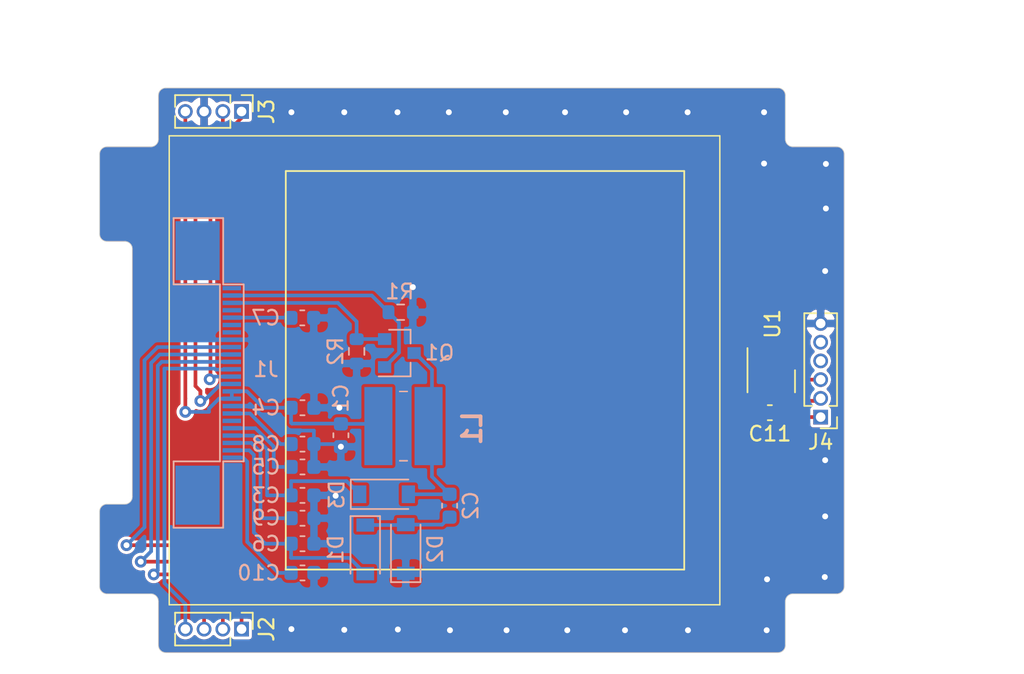
<source format=kicad_pcb>
(kicad_pcb (version 20171130) (host pcbnew "(5.1.8)-1")

  (general
    (thickness 1.6)
    (drawings 48)
    (tracks 234)
    (zones 0)
    (modules 23)
    (nets 33)
  )

  (page A4)
  (layers
    (0 F.Cu signal)
    (31 B.Cu signal)
    (32 B.Adhes user)
    (33 F.Adhes user)
    (34 B.Paste user)
    (35 F.Paste user)
    (36 B.SilkS user)
    (37 F.SilkS user)
    (38 B.Mask user)
    (39 F.Mask user)
    (40 Dwgs.User user)
    (41 Cmts.User user)
    (42 Eco1.User user)
    (43 Eco2.User user)
    (44 Edge.Cuts user)
    (45 Margin user)
    (46 B.CrtYd user)
    (47 F.CrtYd user)
    (48 B.Fab user)
    (49 F.Fab user)
  )

  (setup
    (last_trace_width 0.25)
    (trace_clearance 0.2)
    (zone_clearance 0)
    (zone_45_only no)
    (trace_min 0.2)
    (via_size 0.8)
    (via_drill 0.4)
    (via_min_size 0.4)
    (via_min_drill 0.3)
    (uvia_size 0.3)
    (uvia_drill 0.1)
    (uvias_allowed no)
    (uvia_min_size 0.2)
    (uvia_min_drill 0.1)
    (edge_width 0.05)
    (segment_width 0.2)
    (pcb_text_width 0.3)
    (pcb_text_size 1.5 1.5)
    (mod_edge_width 0.12)
    (mod_text_size 1 1)
    (mod_text_width 0.15)
    (pad_size 1.524 1.524)
    (pad_drill 0.762)
    (pad_to_mask_clearance 0)
    (aux_axis_origin 0 0)
    (visible_elements 7FFFFFFF)
    (pcbplotparams
      (layerselection 0x010f0_ffffffff)
      (usegerberextensions false)
      (usegerberattributes true)
      (usegerberadvancedattributes true)
      (creategerberjobfile true)
      (excludeedgelayer true)
      (linewidth 0.100000)
      (plotframeref false)
      (viasonmask false)
      (mode 1)
      (useauxorigin false)
      (hpglpennumber 1)
      (hpglpenspeed 20)
      (hpglpendiameter 15.000000)
      (psnegative false)
      (psa4output false)
      (plotreference true)
      (plotvalue true)
      (plotinvisibletext false)
      (padsonsilk false)
      (subtractmaskfromsilk false)
      (outputformat 1)
      (mirror false)
      (drillshape 0)
      (scaleselection 1)
      (outputdirectory ""))
  )

  (net 0 "")
  (net 1 "Net-(C2-Pad1)")
  (net 2 /PREVGL)
  (net 3 GND)
  (net 4 /PREVGH)
  (net 5 "Net-(C2-Pad2)")
  (net 6 /GDR)
  (net 7 /RESE)
  (net 8 "Net-(C5-Pad1)")
  (net 9 +3V3)
  (net 10 "Net-(C7-Pad1)")
  (net 11 "Net-(C8-Pad1)")
  (net 12 "Net-(C9-Pad1)")
  (net 13 /VCOM)
  (net 14 "Net-(J1-Pad1)")
  (net 15 "Net-(J1-Pad4)")
  (net 16 "Net-(J1-Pad6)")
  (net 17 "Net-(J1-Pad7)")
  (net 18 /BUSY)
  (net 19 /RES)
  (net 20 /DC)
  (net 21 /CS)
  (net 22 /SCLK)
  (net 23 /SDI)
  (net 24 "Net-(J1-Pad19)")
  (net 25 /P1.0)
  (net 26 "Net-(J4-Pad5)")
  (net 27 "Net-(J4-Pad4)")
  (net 28 /SDA)
  (net 29 /SCL)
  (net 30 "Net-(U1-Pad3)")
  (net 31 "Net-(U1-Pad4)")
  (net 32 "Net-(U1-Pad7)")

  (net_class Default "This is the default net class."
    (clearance 0.2)
    (trace_width 0.25)
    (via_dia 0.8)
    (via_drill 0.4)
    (uvia_dia 0.3)
    (uvia_drill 0.1)
    (add_net +3V3)
    (add_net /BUSY)
    (add_net /CS)
    (add_net /DC)
    (add_net /GDR)
    (add_net /P1.0)
    (add_net /PREVGH)
    (add_net /PREVGL)
    (add_net /RES)
    (add_net /RESE)
    (add_net /SCL)
    (add_net /SCLK)
    (add_net /SDA)
    (add_net /SDI)
    (add_net /VCOM)
    (add_net GND)
    (add_net "Net-(C2-Pad1)")
    (add_net "Net-(C2-Pad2)")
    (add_net "Net-(C5-Pad1)")
    (add_net "Net-(C7-Pad1)")
    (add_net "Net-(C8-Pad1)")
    (add_net "Net-(C9-Pad1)")
    (add_net "Net-(J1-Pad1)")
    (add_net "Net-(J1-Pad19)")
    (add_net "Net-(J1-Pad4)")
    (add_net "Net-(J1-Pad6)")
    (add_net "Net-(J1-Pad7)")
    (add_net "Net-(J4-Pad4)")
    (add_net "Net-(J4-Pad5)")
    (add_net "Net-(U1-Pad3)")
    (add_net "Net-(U1-Pad4)")
    (add_net "Net-(U1-Pad7)")
  )

  (module MyLib:FPC-0.5-24P (layer B.Cu) (tedit 60CF8C1B) (tstamp 609C4C16)
    (at 72.7456 77.0126 90)
    (path /608BE57C)
    (attr smd)
    (fp_text reference J1 (at 0.2411 2.3114) (layer B.SilkS)
      (effects (font (size 1 1) (thickness 0.15)) (justify mirror))
    )
    (fp_text value eInk (at 0 -2.925 -90) (layer B.Fab)
      (effects (font (size 1 1) (thickness 0.15)) (justify mirror))
    )
    (fp_line (start -6 0.805) (end 6 0.805) (layer B.SilkS) (width 0.12))
    (fp_line (start -6 -0.805) (end 6 -0.805) (layer B.SilkS) (width 0.12))
    (fp_line (start -6 -0.805) (end -6 -3.945) (layer B.SilkS) (width 0.12))
    (fp_line (start 6 -0.805) (end 6 -3.945) (layer B.SilkS) (width 0.12))
    (fp_line (start -6 -3.945) (end -10.5 -3.945) (layer B.SilkS) (width 0.12))
    (fp_line (start 6 -3.945) (end 10.5 -3.945) (layer B.SilkS) (width 0.12))
    (fp_line (start -10.5 -3.945) (end -10.5 -0.585) (layer B.SilkS) (width 0.12))
    (fp_line (start 10.5 -3.945) (end 10.5 -0.585) (layer B.SilkS) (width 0.12))
    (fp_line (start -10.5 -0.585) (end -6 -0.585) (layer B.SilkS) (width 0.12))
    (fp_line (start 10.5 -0.585) (end 6 -0.585) (layer B.SilkS) (width 0.12))
    (fp_line (start -6 -0.585) (end -6 0.805) (layer B.SilkS) (width 0.12))
    (fp_line (start 6 -0.585) (end 6 0.805) (layer B.SilkS) (width 0.12))
    (fp_line (start -10.79 1.05) (end 10.79 1.05) (layer B.CrtYd) (width 0.05))
    (fp_line (start 10.79 1.05) (end 10.79 -4.2) (layer B.CrtYd) (width 0.05))
    (fp_line (start -10.79 -4.2) (end 10.79 -4.2) (layer B.CrtYd) (width 0.05))
    (fp_line (start -10.79 1.05) (end -10.79 -4.2) (layer B.CrtYd) (width 0.05))
    (pad 0 smd rect (at 8.29 -2.325 90) (size 4 3) (layers B.Cu B.Paste B.Mask))
    (pad 0 smd rect (at -8.29 -2.325 90) (size 4 3) (layers B.Cu B.Paste B.Mask))
    (pad 24 smd rect (at -5.75 0 90) (size 0.3 1.25) (layers B.Cu B.Paste B.Mask)
      (net 13 /VCOM))
    (pad 23 smd rect (at -5.25 0 90) (size 0.3 1.25) (layers B.Cu B.Paste B.Mask)
      (net 2 /PREVGL))
    (pad 22 smd rect (at -4.75 0 90) (size 0.3 1.25) (layers B.Cu B.Paste B.Mask)
      (net 12 "Net-(C9-Pad1)"))
    (pad 21 smd rect (at -4.25 0 90) (size 0.3 1.25) (layers B.Cu B.Paste B.Mask)
      (net 4 /PREVGH))
    (pad 20 smd rect (at -3.75 0 90) (size 0.3 1.25) (layers B.Cu B.Paste B.Mask)
      (net 8 "Net-(C5-Pad1)"))
    (pad 19 smd rect (at -3.25 0 90) (size 0.3 1.25) (layers B.Cu B.Paste B.Mask)
      (net 24 "Net-(J1-Pad19)"))
    (pad 18 smd rect (at -2.75 0 90) (size 0.3 1.25) (layers B.Cu B.Paste B.Mask)
      (net 11 "Net-(C8-Pad1)"))
    (pad 17 smd rect (at -2.25 0 90) (size 0.3 1.25) (layers B.Cu B.Paste B.Mask)
      (net 3 GND))
    (pad 16 smd rect (at -1.75 0 90) (size 0.3 1.25) (layers B.Cu B.Paste B.Mask)
      (net 9 +3V3))
    (pad 15 smd rect (at -1.25 0 90) (size 0.3 1.25) (layers B.Cu B.Paste B.Mask)
      (net 9 +3V3))
    (pad 14 smd rect (at -0.75 0 90) (size 0.3 1.25) (layers B.Cu B.Paste B.Mask)
      (net 23 /SDI))
    (pad 13 smd rect (at -0.25 0 90) (size 0.3 1.25) (layers B.Cu B.Paste B.Mask)
      (net 22 /SCLK))
    (pad 12 smd rect (at 0.25 0 90) (size 0.3 1.25) (layers B.Cu B.Paste B.Mask)
      (net 21 /CS))
    (pad 11 smd rect (at 0.75 0 90) (size 0.3 1.25) (layers B.Cu B.Paste B.Mask)
      (net 20 /DC))
    (pad 10 smd rect (at 1.25 0 90) (size 0.3 1.25) (layers B.Cu B.Paste B.Mask)
      (net 19 /RES))
    (pad 9 smd rect (at 1.75 0 90) (size 0.3 1.25) (layers B.Cu B.Paste B.Mask)
      (net 18 /BUSY))
    (pad 8 smd rect (at 2.25 0 90) (size 0.3 1.25) (layers B.Cu B.Paste B.Mask)
      (net 3 GND))
    (pad 7 smd rect (at 2.75 0 90) (size 0.3 1.25) (layers B.Cu B.Paste B.Mask)
      (net 17 "Net-(J1-Pad7)"))
    (pad 6 smd rect (at 3.25 0 90) (size 0.3 1.25) (layers B.Cu B.Paste B.Mask)
      (net 16 "Net-(J1-Pad6)"))
    (pad 5 smd rect (at 3.75 0 90) (size 0.3 1.25) (layers B.Cu B.Paste B.Mask)
      (net 10 "Net-(C7-Pad1)"))
    (pad 4 smd rect (at 4.25 0 90) (size 0.3 1.25) (layers B.Cu B.Paste B.Mask)
      (net 15 "Net-(J1-Pad4)"))
    (pad 3 smd rect (at 4.75 0 90) (size 0.3 1.25) (layers B.Cu B.Paste B.Mask)
      (net 7 /RESE))
    (pad 2 smd rect (at 5.25 0 90) (size 0.3 1.25) (layers B.Cu B.Paste B.Mask)
      (net 6 /GDR))
    (pad 1 smd rect (at 5.75 0 90) (size 0.3 1.25) (layers B.Cu B.Paste B.Mask)
      (net 14 "Net-(J1-Pad1)"))
  )

  (module Diode_SMD:D_SOD-123 (layer B.Cu) (tedit 58645DC7) (tstamp 609C0D18)
    (at 81.788 88.9762 270)
    (descr SOD-123)
    (tags SOD-123)
    (path /608FC892)
    (attr smd)
    (fp_text reference D1 (at 0 2 90) (layer B.SilkS)
      (effects (font (size 1 1) (thickness 0.15)) (justify mirror))
    )
    (fp_text value MBR0530 (at 0 -2.1 90) (layer B.Fab)
      (effects (font (size 1 1) (thickness 0.15)) (justify mirror))
    )
    (fp_line (start -2.25 1) (end -2.25 -1) (layer B.SilkS) (width 0.12))
    (fp_line (start 0.25 0) (end 0.75 0) (layer B.Fab) (width 0.1))
    (fp_line (start 0.25 -0.4) (end -0.35 0) (layer B.Fab) (width 0.1))
    (fp_line (start 0.25 0.4) (end 0.25 -0.4) (layer B.Fab) (width 0.1))
    (fp_line (start -0.35 0) (end 0.25 0.4) (layer B.Fab) (width 0.1))
    (fp_line (start -0.35 0) (end -0.35 -0.55) (layer B.Fab) (width 0.1))
    (fp_line (start -0.35 0) (end -0.35 0.55) (layer B.Fab) (width 0.1))
    (fp_line (start -0.75 0) (end -0.35 0) (layer B.Fab) (width 0.1))
    (fp_line (start -1.4 -0.9) (end -1.4 0.9) (layer B.Fab) (width 0.1))
    (fp_line (start 1.4 -0.9) (end -1.4 -0.9) (layer B.Fab) (width 0.1))
    (fp_line (start 1.4 0.9) (end 1.4 -0.9) (layer B.Fab) (width 0.1))
    (fp_line (start -1.4 0.9) (end 1.4 0.9) (layer B.Fab) (width 0.1))
    (fp_line (start -2.35 1.15) (end 2.35 1.15) (layer B.CrtYd) (width 0.05))
    (fp_line (start 2.35 1.15) (end 2.35 -1.15) (layer B.CrtYd) (width 0.05))
    (fp_line (start 2.35 -1.15) (end -2.35 -1.15) (layer B.CrtYd) (width 0.05))
    (fp_line (start -2.35 1.15) (end -2.35 -1.15) (layer B.CrtYd) (width 0.05))
    (fp_line (start -2.25 -1) (end 1.65 -1) (layer B.SilkS) (width 0.12))
    (fp_line (start -2.25 1) (end 1.65 1) (layer B.SilkS) (width 0.12))
    (fp_text user %R (at 0 2 90) (layer B.Fab)
      (effects (font (size 1 1) (thickness 0.15)) (justify mirror))
    )
    (pad 1 smd rect (at -1.65 0 270) (size 0.9 1.2) (layers B.Cu B.Paste B.Mask)
      (net 1 "Net-(C2-Pad1)"))
    (pad 2 smd rect (at 1.65 0 270) (size 0.9 1.2) (layers B.Cu B.Paste B.Mask)
      (net 2 /PREVGL))
    (model ${KISYS3DMOD}/Diode_SMD.3dshapes/D_SOD-123.wrl
      (at (xyz 0 0 0))
      (scale (xyz 1 1 1))
      (rotate (xyz 0 0 0))
    )
  )

  (module Diode_SMD:D_SOD-123 (layer B.Cu) (tedit 58645DC7) (tstamp 609C0D31)
    (at 84.5312 88.9518 90)
    (descr SOD-123)
    (tags SOD-123)
    (path /608FB392)
    (attr smd)
    (fp_text reference D2 (at 0 2 90) (layer B.SilkS)
      (effects (font (size 1 1) (thickness 0.15)) (justify mirror))
    )
    (fp_text value MBR0530 (at 0 -2.1 90) (layer B.Fab)
      (effects (font (size 1 1) (thickness 0.15)) (justify mirror))
    )
    (fp_line (start -2.25 1) (end 1.65 1) (layer B.SilkS) (width 0.12))
    (fp_line (start -2.25 -1) (end 1.65 -1) (layer B.SilkS) (width 0.12))
    (fp_line (start -2.35 1.15) (end -2.35 -1.15) (layer B.CrtYd) (width 0.05))
    (fp_line (start 2.35 -1.15) (end -2.35 -1.15) (layer B.CrtYd) (width 0.05))
    (fp_line (start 2.35 1.15) (end 2.35 -1.15) (layer B.CrtYd) (width 0.05))
    (fp_line (start -2.35 1.15) (end 2.35 1.15) (layer B.CrtYd) (width 0.05))
    (fp_line (start -1.4 0.9) (end 1.4 0.9) (layer B.Fab) (width 0.1))
    (fp_line (start 1.4 0.9) (end 1.4 -0.9) (layer B.Fab) (width 0.1))
    (fp_line (start 1.4 -0.9) (end -1.4 -0.9) (layer B.Fab) (width 0.1))
    (fp_line (start -1.4 -0.9) (end -1.4 0.9) (layer B.Fab) (width 0.1))
    (fp_line (start -0.75 0) (end -0.35 0) (layer B.Fab) (width 0.1))
    (fp_line (start -0.35 0) (end -0.35 0.55) (layer B.Fab) (width 0.1))
    (fp_line (start -0.35 0) (end -0.35 -0.55) (layer B.Fab) (width 0.1))
    (fp_line (start -0.35 0) (end 0.25 0.4) (layer B.Fab) (width 0.1))
    (fp_line (start 0.25 0.4) (end 0.25 -0.4) (layer B.Fab) (width 0.1))
    (fp_line (start 0.25 -0.4) (end -0.35 0) (layer B.Fab) (width 0.1))
    (fp_line (start 0.25 0) (end 0.75 0) (layer B.Fab) (width 0.1))
    (fp_line (start -2.25 1) (end -2.25 -1) (layer B.SilkS) (width 0.12))
    (fp_text user %R (at 0 2 90) (layer B.Fab)
      (effects (font (size 1 1) (thickness 0.15)) (justify mirror))
    )
    (pad 2 smd rect (at 1.65 0 90) (size 0.9 1.2) (layers B.Cu B.Paste B.Mask)
      (net 1 "Net-(C2-Pad1)"))
    (pad 1 smd rect (at -1.65 0 90) (size 0.9 1.2) (layers B.Cu B.Paste B.Mask)
      (net 3 GND))
    (model ${KISYS3DMOD}/Diode_SMD.3dshapes/D_SOD-123.wrl
      (at (xyz 0 0 0))
      (scale (xyz 1 1 1))
      (rotate (xyz 0 0 0))
    )
  )

  (module Diode_SMD:D_SOD-123 (layer B.Cu) (tedit 58645DC7) (tstamp 609C0D4A)
    (at 83.059 85.2424)
    (descr SOD-123)
    (tags SOD-123)
    (path /608F31BB)
    (attr smd)
    (fp_text reference D3 (at -3.2014 0.0254 90) (layer B.SilkS)
      (effects (font (size 1 1) (thickness 0.15)) (justify mirror))
    )
    (fp_text value MBR0530 (at 0 -2.1) (layer B.Fab)
      (effects (font (size 1 1) (thickness 0.15)) (justify mirror))
    )
    (fp_line (start -2.25 1) (end -2.25 -1) (layer B.SilkS) (width 0.12))
    (fp_line (start 0.25 0) (end 0.75 0) (layer B.Fab) (width 0.1))
    (fp_line (start 0.25 -0.4) (end -0.35 0) (layer B.Fab) (width 0.1))
    (fp_line (start 0.25 0.4) (end 0.25 -0.4) (layer B.Fab) (width 0.1))
    (fp_line (start -0.35 0) (end 0.25 0.4) (layer B.Fab) (width 0.1))
    (fp_line (start -0.35 0) (end -0.35 -0.55) (layer B.Fab) (width 0.1))
    (fp_line (start -0.35 0) (end -0.35 0.55) (layer B.Fab) (width 0.1))
    (fp_line (start -0.75 0) (end -0.35 0) (layer B.Fab) (width 0.1))
    (fp_line (start -1.4 -0.9) (end -1.4 0.9) (layer B.Fab) (width 0.1))
    (fp_line (start 1.4 -0.9) (end -1.4 -0.9) (layer B.Fab) (width 0.1))
    (fp_line (start 1.4 0.9) (end 1.4 -0.9) (layer B.Fab) (width 0.1))
    (fp_line (start -1.4 0.9) (end 1.4 0.9) (layer B.Fab) (width 0.1))
    (fp_line (start -2.35 1.15) (end 2.35 1.15) (layer B.CrtYd) (width 0.05))
    (fp_line (start 2.35 1.15) (end 2.35 -1.15) (layer B.CrtYd) (width 0.05))
    (fp_line (start 2.35 -1.15) (end -2.35 -1.15) (layer B.CrtYd) (width 0.05))
    (fp_line (start -2.35 1.15) (end -2.35 -1.15) (layer B.CrtYd) (width 0.05))
    (fp_line (start -2.25 -1) (end 1.65 -1) (layer B.SilkS) (width 0.12))
    (fp_line (start -2.25 1) (end 1.65 1) (layer B.SilkS) (width 0.12))
    (fp_text user %R (at 0 2) (layer B.Fab)
      (effects (font (size 1 1) (thickness 0.15)) (justify mirror))
    )
    (pad 1 smd rect (at -1.65 0) (size 0.9 1.2) (layers B.Cu B.Paste B.Mask)
      (net 4 /PREVGH))
    (pad 2 smd rect (at 1.65 0) (size 0.9 1.2) (layers B.Cu B.Paste B.Mask)
      (net 5 "Net-(C2-Pad2)"))
    (model ${KISYS3DMOD}/Diode_SMD.3dshapes/D_SOD-123.wrl
      (at (xyz 0 0 0))
      (scale (xyz 1 1 1))
      (rotate (xyz 0 0 0))
    )
  )

  (module Package_TO_SOT_SMD:SOT-23 (layer B.Cu) (tedit 5A02FF57) (tstamp 609C0D5F)
    (at 84.0994 75.6666)
    (descr "SOT-23, Standard")
    (tags SOT-23)
    (path /608DEA04)
    (attr smd)
    (fp_text reference Q1 (at 2.7178 -0.0254) (layer B.SilkS)
      (effects (font (size 1 1) (thickness 0.15)) (justify mirror))
    )
    (fp_text value AO3400A (at 0 -2.5) (layer B.Fab)
      (effects (font (size 1 1) (thickness 0.15)) (justify mirror))
    )
    (fp_line (start -0.7 0.95) (end -0.7 -1.5) (layer B.Fab) (width 0.1))
    (fp_line (start -0.15 1.52) (end 0.7 1.52) (layer B.Fab) (width 0.1))
    (fp_line (start -0.7 0.95) (end -0.15 1.52) (layer B.Fab) (width 0.1))
    (fp_line (start 0.7 1.52) (end 0.7 -1.52) (layer B.Fab) (width 0.1))
    (fp_line (start -0.7 -1.52) (end 0.7 -1.52) (layer B.Fab) (width 0.1))
    (fp_line (start 0.76 -1.58) (end 0.76 -0.65) (layer B.SilkS) (width 0.12))
    (fp_line (start 0.76 1.58) (end 0.76 0.65) (layer B.SilkS) (width 0.12))
    (fp_line (start -1.7 1.75) (end 1.7 1.75) (layer B.CrtYd) (width 0.05))
    (fp_line (start 1.7 1.75) (end 1.7 -1.75) (layer B.CrtYd) (width 0.05))
    (fp_line (start 1.7 -1.75) (end -1.7 -1.75) (layer B.CrtYd) (width 0.05))
    (fp_line (start -1.7 -1.75) (end -1.7 1.75) (layer B.CrtYd) (width 0.05))
    (fp_line (start 0.76 1.58) (end -1.4 1.58) (layer B.SilkS) (width 0.12))
    (fp_line (start 0.76 -1.58) (end -0.7 -1.58) (layer B.SilkS) (width 0.12))
    (fp_text user %R (at 2.151599 -3.815799 270) (layer B.Fab)
      (effects (font (size 0.5 0.5) (thickness 0.075)) (justify mirror))
    )
    (pad 1 smd rect (at -1 0.95) (size 0.9 0.8) (layers B.Cu B.Paste B.Mask)
      (net 6 /GDR))
    (pad 2 smd rect (at -1 -0.95) (size 0.9 0.8) (layers B.Cu B.Paste B.Mask)
      (net 7 /RESE))
    (pad 3 smd rect (at 1 0) (size 0.9 0.8) (layers B.Cu B.Paste B.Mask)
      (net 5 "Net-(C2-Pad2)"))
    (model ${KISYS3DMOD}/Package_TO_SOT_SMD.3dshapes/SOT-23.wrl
      (at (xyz 0 0 0))
      (scale (xyz 1 1 1))
      (rotate (xyz 0 0 0))
    )
  )

  (module Capacitor_SMD:C_0603_1608Metric (layer B.Cu) (tedit 5F68FEEE) (tstamp 609BCFE5)
    (at 80.137 81.2422 270)
    (descr "Capacitor SMD 0603 (1608 Metric), square (rectangular) end terminal, IPC_7351 nominal, (Body size source: IPC-SM-782 page 76, https://www.pcb-3d.com/wordpress/wp-content/uploads/ipc-sm-782a_amendment_1_and_2.pdf), generated with kicad-footprint-generator")
    (tags capacitor)
    (path /608D3A9F)
    (attr smd)
    (fp_text reference C1 (at -2.5146 0 90) (layer B.SilkS)
      (effects (font (size 1 1) (thickness 0.15)) (justify mirror))
    )
    (fp_text value 4.7uF (at 0 -1.43 90) (layer B.Fab)
      (effects (font (size 1 1) (thickness 0.15)) (justify mirror))
    )
    (fp_line (start 1.48 -0.73) (end -1.48 -0.73) (layer B.CrtYd) (width 0.05))
    (fp_line (start 1.48 0.73) (end 1.48 -0.73) (layer B.CrtYd) (width 0.05))
    (fp_line (start -1.48 0.73) (end 1.48 0.73) (layer B.CrtYd) (width 0.05))
    (fp_line (start -1.48 -0.73) (end -1.48 0.73) (layer B.CrtYd) (width 0.05))
    (fp_line (start -0.14058 -0.51) (end 0.14058 -0.51) (layer B.SilkS) (width 0.12))
    (fp_line (start -0.14058 0.51) (end 0.14058 0.51) (layer B.SilkS) (width 0.12))
    (fp_line (start 0.8 -0.4) (end -0.8 -0.4) (layer B.Fab) (width 0.1))
    (fp_line (start 0.8 0.4) (end 0.8 -0.4) (layer B.Fab) (width 0.1))
    (fp_line (start -0.8 0.4) (end 0.8 0.4) (layer B.Fab) (width 0.1))
    (fp_line (start -0.8 -0.4) (end -0.8 0.4) (layer B.Fab) (width 0.1))
    (fp_text user %R (at 0 0 90) (layer B.Fab)
      (effects (font (size 0.4 0.4) (thickness 0.06)) (justify mirror))
    )
    (pad 1 smd roundrect (at -0.775 0 270) (size 0.9 0.95) (layers B.Cu B.Paste B.Mask) (roundrect_rratio 0.25)
      (net 9 +3V3))
    (pad 2 smd roundrect (at 0.775 0 270) (size 0.9 0.95) (layers B.Cu B.Paste B.Mask) (roundrect_rratio 0.25)
      (net 3 GND))
    (model ${KISYS3DMOD}/Capacitor_SMD.3dshapes/C_0603_1608Metric.wrl
      (at (xyz 0 0 0))
      (scale (xyz 1 1 1))
      (rotate (xyz 0 0 0))
    )
  )

  (module Capacitor_SMD:C_0603_1608Metric (layer B.Cu) (tedit 5F68FEEE) (tstamp 609BD1A5)
    (at 87.503 86.0174 90)
    (descr "Capacitor SMD 0603 (1608 Metric), square (rectangular) end terminal, IPC_7351 nominal, (Body size source: IPC-SM-782 page 76, https://www.pcb-3d.com/wordpress/wp-content/uploads/ipc-sm-782a_amendment_1_and_2.pdf), generated with kicad-footprint-generator")
    (tags capacitor)
    (path /608EA9FB)
    (attr smd)
    (fp_text reference C2 (at 0 1.43 90) (layer B.SilkS)
      (effects (font (size 1 1) (thickness 0.15)) (justify mirror))
    )
    (fp_text value 4.7uF (at 0 -1.43 90) (layer B.Fab)
      (effects (font (size 1 1) (thickness 0.15)) (justify mirror))
    )
    (fp_line (start -0.8 -0.4) (end -0.8 0.4) (layer B.Fab) (width 0.1))
    (fp_line (start -0.8 0.4) (end 0.8 0.4) (layer B.Fab) (width 0.1))
    (fp_line (start 0.8 0.4) (end 0.8 -0.4) (layer B.Fab) (width 0.1))
    (fp_line (start 0.8 -0.4) (end -0.8 -0.4) (layer B.Fab) (width 0.1))
    (fp_line (start -0.14058 0.51) (end 0.14058 0.51) (layer B.SilkS) (width 0.12))
    (fp_line (start -0.14058 -0.51) (end 0.14058 -0.51) (layer B.SilkS) (width 0.12))
    (fp_line (start -1.48 -0.73) (end -1.48 0.73) (layer B.CrtYd) (width 0.05))
    (fp_line (start -1.48 0.73) (end 1.48 0.73) (layer B.CrtYd) (width 0.05))
    (fp_line (start 1.48 0.73) (end 1.48 -0.73) (layer B.CrtYd) (width 0.05))
    (fp_line (start 1.48 -0.73) (end -1.48 -0.73) (layer B.CrtYd) (width 0.05))
    (fp_text user %R (at 0 0 90) (layer B.Fab)
      (effects (font (size 0.4 0.4) (thickness 0.06)) (justify mirror))
    )
    (pad 2 smd roundrect (at 0.775 0 90) (size 0.9 0.95) (layers B.Cu B.Paste B.Mask) (roundrect_rratio 0.25)
      (net 5 "Net-(C2-Pad2)"))
    (pad 1 smd roundrect (at -0.775 0 90) (size 0.9 0.95) (layers B.Cu B.Paste B.Mask) (roundrect_rratio 0.25)
      (net 1 "Net-(C2-Pad1)"))
    (model ${KISYS3DMOD}/Capacitor_SMD.3dshapes/C_0603_1608Metric.wrl
      (at (xyz 0 0 0))
      (scale (xyz 1 1 1))
      (rotate (xyz 0 0 0))
    )
  )

  (module Capacitor_SMD:C_0603_1608Metric (layer B.Cu) (tedit 5F68FEEE) (tstamp 609BD1B5)
    (at 77.5338 85.3186)
    (descr "Capacitor SMD 0603 (1608 Metric), square (rectangular) end terminal, IPC_7351 nominal, (Body size source: IPC-SM-782 page 76, https://www.pcb-3d.com/wordpress/wp-content/uploads/ipc-sm-782a_amendment_1_and_2.pdf), generated with kicad-footprint-generator")
    (tags capacitor)
    (path /608F5B4E)
    (attr smd)
    (fp_text reference C3 (at -2.4768 0) (layer B.SilkS)
      (effects (font (size 1 1) (thickness 0.15)) (justify mirror))
    )
    (fp_text value 1uF (at 0 -1.43) (layer B.Fab)
      (effects (font (size 1 1) (thickness 0.15)) (justify mirror))
    )
    (fp_line (start -0.8 -0.4) (end -0.8 0.4) (layer B.Fab) (width 0.1))
    (fp_line (start -0.8 0.4) (end 0.8 0.4) (layer B.Fab) (width 0.1))
    (fp_line (start 0.8 0.4) (end 0.8 -0.4) (layer B.Fab) (width 0.1))
    (fp_line (start 0.8 -0.4) (end -0.8 -0.4) (layer B.Fab) (width 0.1))
    (fp_line (start -0.14058 0.51) (end 0.14058 0.51) (layer B.SilkS) (width 0.12))
    (fp_line (start -0.14058 -0.51) (end 0.14058 -0.51) (layer B.SilkS) (width 0.12))
    (fp_line (start -1.48 -0.73) (end -1.48 0.73) (layer B.CrtYd) (width 0.05))
    (fp_line (start -1.48 0.73) (end 1.48 0.73) (layer B.CrtYd) (width 0.05))
    (fp_line (start 1.48 0.73) (end 1.48 -0.73) (layer B.CrtYd) (width 0.05))
    (fp_line (start 1.48 -0.73) (end -1.48 -0.73) (layer B.CrtYd) (width 0.05))
    (fp_text user %R (at 0 0) (layer B.Fab)
      (effects (font (size 0.4 0.4) (thickness 0.06)) (justify mirror))
    )
    (pad 2 smd roundrect (at 0.775 0) (size 0.9 0.95) (layers B.Cu B.Paste B.Mask) (roundrect_rratio 0.25)
      (net 3 GND))
    (pad 1 smd roundrect (at -0.775 0) (size 0.9 0.95) (layers B.Cu B.Paste B.Mask) (roundrect_rratio 0.25)
      (net 4 /PREVGH))
    (model ${KISYS3DMOD}/Capacitor_SMD.3dshapes/C_0603_1608Metric.wrl
      (at (xyz 0 0 0))
      (scale (xyz 1 1 1))
      (rotate (xyz 0 0 0))
    )
  )

  (module Capacitor_SMD:C_0603_1608Metric (layer B.Cu) (tedit 5F68FEEE) (tstamp 609BD1C5)
    (at 77.5332 79.375)
    (descr "Capacitor SMD 0603 (1608 Metric), square (rectangular) end terminal, IPC_7351 nominal, (Body size source: IPC-SM-782 page 76, https://www.pcb-3d.com/wordpress/wp-content/uploads/ipc-sm-782a_amendment_1_and_2.pdf), generated with kicad-footprint-generator")
    (tags capacitor)
    (path /608C285C)
    (attr smd)
    (fp_text reference C4 (at -2.4762 0) (layer B.SilkS)
      (effects (font (size 1 1) (thickness 0.15)) (justify mirror))
    )
    (fp_text value 1uF (at 0 -1.43) (layer B.Fab)
      (effects (font (size 1 1) (thickness 0.15)) (justify mirror))
    )
    (fp_line (start -0.8 -0.4) (end -0.8 0.4) (layer B.Fab) (width 0.1))
    (fp_line (start -0.8 0.4) (end 0.8 0.4) (layer B.Fab) (width 0.1))
    (fp_line (start 0.8 0.4) (end 0.8 -0.4) (layer B.Fab) (width 0.1))
    (fp_line (start 0.8 -0.4) (end -0.8 -0.4) (layer B.Fab) (width 0.1))
    (fp_line (start -0.14058 0.51) (end 0.14058 0.51) (layer B.SilkS) (width 0.12))
    (fp_line (start -0.14058 -0.51) (end 0.14058 -0.51) (layer B.SilkS) (width 0.12))
    (fp_line (start -1.48 -0.73) (end -1.48 0.73) (layer B.CrtYd) (width 0.05))
    (fp_line (start -1.48 0.73) (end 1.48 0.73) (layer B.CrtYd) (width 0.05))
    (fp_line (start 1.48 0.73) (end 1.48 -0.73) (layer B.CrtYd) (width 0.05))
    (fp_line (start 1.48 -0.73) (end -1.48 -0.73) (layer B.CrtYd) (width 0.05))
    (fp_text user %R (at 0 0) (layer B.Fab)
      (effects (font (size 0.4 0.4) (thickness 0.06)) (justify mirror))
    )
    (pad 2 smd roundrect (at 0.775 0) (size 0.9 0.95) (layers B.Cu B.Paste B.Mask) (roundrect_rratio 0.25)
      (net 3 GND))
    (pad 1 smd roundrect (at -0.775 0) (size 0.9 0.95) (layers B.Cu B.Paste B.Mask) (roundrect_rratio 0.25)
      (net 9 +3V3))
    (model ${KISYS3DMOD}/Capacitor_SMD.3dshapes/C_0603_1608Metric.wrl
      (at (xyz 0 0 0))
      (scale (xyz 1 1 1))
      (rotate (xyz 0 0 0))
    )
  )

  (module Capacitor_SMD:C_0603_1608Metric (layer B.Cu) (tedit 5F68FEEE) (tstamp 609BD1D5)
    (at 77.5338 83.3882)
    (descr "Capacitor SMD 0603 (1608 Metric), square (rectangular) end terminal, IPC_7351 nominal, (Body size source: IPC-SM-782 page 76, https://www.pcb-3d.com/wordpress/wp-content/uploads/ipc-sm-782a_amendment_1_and_2.pdf), generated with kicad-footprint-generator")
    (tags capacitor)
    (path /608C3D16)
    (attr smd)
    (fp_text reference C5 (at -2.4768 0) (layer B.SilkS)
      (effects (font (size 1 1) (thickness 0.15)) (justify mirror))
    )
    (fp_text value 1uF (at 0 -1.43) (layer B.Fab)
      (effects (font (size 1 1) (thickness 0.15)) (justify mirror))
    )
    (fp_line (start 1.48 -0.73) (end -1.48 -0.73) (layer B.CrtYd) (width 0.05))
    (fp_line (start 1.48 0.73) (end 1.48 -0.73) (layer B.CrtYd) (width 0.05))
    (fp_line (start -1.48 0.73) (end 1.48 0.73) (layer B.CrtYd) (width 0.05))
    (fp_line (start -1.48 -0.73) (end -1.48 0.73) (layer B.CrtYd) (width 0.05))
    (fp_line (start -0.14058 -0.51) (end 0.14058 -0.51) (layer B.SilkS) (width 0.12))
    (fp_line (start -0.14058 0.51) (end 0.14058 0.51) (layer B.SilkS) (width 0.12))
    (fp_line (start 0.8 -0.4) (end -0.8 -0.4) (layer B.Fab) (width 0.1))
    (fp_line (start 0.8 0.4) (end 0.8 -0.4) (layer B.Fab) (width 0.1))
    (fp_line (start -0.8 0.4) (end 0.8 0.4) (layer B.Fab) (width 0.1))
    (fp_line (start -0.8 -0.4) (end -0.8 0.4) (layer B.Fab) (width 0.1))
    (fp_text user %R (at 0 0) (layer B.Fab)
      (effects (font (size 0.4 0.4) (thickness 0.06)) (justify mirror))
    )
    (pad 1 smd roundrect (at -0.775 0) (size 0.9 0.95) (layers B.Cu B.Paste B.Mask) (roundrect_rratio 0.25)
      (net 8 "Net-(C5-Pad1)"))
    (pad 2 smd roundrect (at 0.775 0) (size 0.9 0.95) (layers B.Cu B.Paste B.Mask) (roundrect_rratio 0.25)
      (net 3 GND))
    (model ${KISYS3DMOD}/Capacitor_SMD.3dshapes/C_0603_1608Metric.wrl
      (at (xyz 0 0 0))
      (scale (xyz 1 1 1))
      (rotate (xyz 0 0 0))
    )
  )

  (module Capacitor_SMD:C_0603_1608Metric (layer B.Cu) (tedit 5F68FEEE) (tstamp 609BD1E5)
    (at 77.536 88.5952)
    (descr "Capacitor SMD 0603 (1608 Metric), square (rectangular) end terminal, IPC_7351 nominal, (Body size source: IPC-SM-782 page 76, https://www.pcb-3d.com/wordpress/wp-content/uploads/ipc-sm-782a_amendment_1_and_2.pdf), generated with kicad-footprint-generator")
    (tags capacitor)
    (path /608C4EC8)
    (attr smd)
    (fp_text reference C6 (at -2.479 0) (layer B.SilkS)
      (effects (font (size 1 1) (thickness 0.15)) (justify mirror))
    )
    (fp_text value 1uF (at 0 -1.43) (layer B.Fab)
      (effects (font (size 1 1) (thickness 0.15)) (justify mirror))
    )
    (fp_line (start -0.8 -0.4) (end -0.8 0.4) (layer B.Fab) (width 0.1))
    (fp_line (start -0.8 0.4) (end 0.8 0.4) (layer B.Fab) (width 0.1))
    (fp_line (start 0.8 0.4) (end 0.8 -0.4) (layer B.Fab) (width 0.1))
    (fp_line (start 0.8 -0.4) (end -0.8 -0.4) (layer B.Fab) (width 0.1))
    (fp_line (start -0.14058 0.51) (end 0.14058 0.51) (layer B.SilkS) (width 0.12))
    (fp_line (start -0.14058 -0.51) (end 0.14058 -0.51) (layer B.SilkS) (width 0.12))
    (fp_line (start -1.48 -0.73) (end -1.48 0.73) (layer B.CrtYd) (width 0.05))
    (fp_line (start -1.48 0.73) (end 1.48 0.73) (layer B.CrtYd) (width 0.05))
    (fp_line (start 1.48 0.73) (end 1.48 -0.73) (layer B.CrtYd) (width 0.05))
    (fp_line (start 1.48 -0.73) (end -1.48 -0.73) (layer B.CrtYd) (width 0.05))
    (fp_text user %R (at 0 0) (layer B.Fab)
      (effects (font (size 0.4 0.4) (thickness 0.06)) (justify mirror))
    )
    (pad 2 smd roundrect (at 0.775 0) (size 0.9 0.95) (layers B.Cu B.Paste B.Mask) (roundrect_rratio 0.25)
      (net 3 GND))
    (pad 1 smd roundrect (at -0.775 0) (size 0.9 0.95) (layers B.Cu B.Paste B.Mask) (roundrect_rratio 0.25)
      (net 2 /PREVGL))
    (model ${KISYS3DMOD}/Capacitor_SMD.3dshapes/C_0603_1608Metric.wrl
      (at (xyz 0 0 0))
      (scale (xyz 1 1 1))
      (rotate (xyz 0 0 0))
    )
  )

  (module Capacitor_SMD:C_0603_1608Metric (layer B.Cu) (tedit 5F68FEEE) (tstamp 609BD1F5)
    (at 77.5208 73.279)
    (descr "Capacitor SMD 0603 (1608 Metric), square (rectangular) end terminal, IPC_7351 nominal, (Body size source: IPC-SM-782 page 76, https://www.pcb-3d.com/wordpress/wp-content/uploads/ipc-sm-782a_amendment_1_and_2.pdf), generated with kicad-footprint-generator")
    (tags capacitor)
    (path /608C0151)
    (attr smd)
    (fp_text reference C7 (at -2.4768 0) (layer B.SilkS)
      (effects (font (size 1 1) (thickness 0.15)) (justify mirror))
    )
    (fp_text value 1uF (at 0 -1.43) (layer B.Fab)
      (effects (font (size 1 1) (thickness 0.15)) (justify mirror))
    )
    (fp_line (start 1.48 -0.73) (end -1.48 -0.73) (layer B.CrtYd) (width 0.05))
    (fp_line (start 1.48 0.73) (end 1.48 -0.73) (layer B.CrtYd) (width 0.05))
    (fp_line (start -1.48 0.73) (end 1.48 0.73) (layer B.CrtYd) (width 0.05))
    (fp_line (start -1.48 -0.73) (end -1.48 0.73) (layer B.CrtYd) (width 0.05))
    (fp_line (start -0.14058 -0.51) (end 0.14058 -0.51) (layer B.SilkS) (width 0.12))
    (fp_line (start -0.14058 0.51) (end 0.14058 0.51) (layer B.SilkS) (width 0.12))
    (fp_line (start 0.8 -0.4) (end -0.8 -0.4) (layer B.Fab) (width 0.1))
    (fp_line (start 0.8 0.4) (end 0.8 -0.4) (layer B.Fab) (width 0.1))
    (fp_line (start -0.8 0.4) (end 0.8 0.4) (layer B.Fab) (width 0.1))
    (fp_line (start -0.8 -0.4) (end -0.8 0.4) (layer B.Fab) (width 0.1))
    (fp_text user %R (at 0 0) (layer B.Fab)
      (effects (font (size 0.4 0.4) (thickness 0.06)) (justify mirror))
    )
    (pad 1 smd roundrect (at -0.775 0) (size 0.9 0.95) (layers B.Cu B.Paste B.Mask) (roundrect_rratio 0.25)
      (net 10 "Net-(C7-Pad1)"))
    (pad 2 smd roundrect (at 0.775 0) (size 0.9 0.95) (layers B.Cu B.Paste B.Mask) (roundrect_rratio 0.25)
      (net 3 GND))
    (model ${KISYS3DMOD}/Capacitor_SMD.3dshapes/C_0603_1608Metric.wrl
      (at (xyz 0 0 0))
      (scale (xyz 1 1 1))
      (rotate (xyz 0 0 0))
    )
  )

  (module Capacitor_SMD:C_0603_1608Metric (layer B.Cu) (tedit 5F68FEEE) (tstamp 609BD205)
    (at 77.5338 81.8388)
    (descr "Capacitor SMD 0603 (1608 Metric), square (rectangular) end terminal, IPC_7351 nominal, (Body size source: IPC-SM-782 page 76, https://www.pcb-3d.com/wordpress/wp-content/uploads/ipc-sm-782a_amendment_1_and_2.pdf), generated with kicad-footprint-generator")
    (tags capacitor)
    (path /608C318B)
    (attr smd)
    (fp_text reference C8 (at -2.4768 0) (layer B.SilkS)
      (effects (font (size 1 1) (thickness 0.15)) (justify mirror))
    )
    (fp_text value 1uF (at 0 -1.43) (layer B.Fab)
      (effects (font (size 1 1) (thickness 0.15)) (justify mirror))
    )
    (fp_line (start 1.48 -0.73) (end -1.48 -0.73) (layer B.CrtYd) (width 0.05))
    (fp_line (start 1.48 0.73) (end 1.48 -0.73) (layer B.CrtYd) (width 0.05))
    (fp_line (start -1.48 0.73) (end 1.48 0.73) (layer B.CrtYd) (width 0.05))
    (fp_line (start -1.48 -0.73) (end -1.48 0.73) (layer B.CrtYd) (width 0.05))
    (fp_line (start -0.14058 -0.51) (end 0.14058 -0.51) (layer B.SilkS) (width 0.12))
    (fp_line (start -0.14058 0.51) (end 0.14058 0.51) (layer B.SilkS) (width 0.12))
    (fp_line (start 0.8 -0.4) (end -0.8 -0.4) (layer B.Fab) (width 0.1))
    (fp_line (start 0.8 0.4) (end 0.8 -0.4) (layer B.Fab) (width 0.1))
    (fp_line (start -0.8 0.4) (end 0.8 0.4) (layer B.Fab) (width 0.1))
    (fp_line (start -0.8 -0.4) (end -0.8 0.4) (layer B.Fab) (width 0.1))
    (fp_text user %R (at 0 0) (layer B.Fab)
      (effects (font (size 0.4 0.4) (thickness 0.06)) (justify mirror))
    )
    (pad 1 smd roundrect (at -0.775 0) (size 0.9 0.95) (layers B.Cu B.Paste B.Mask) (roundrect_rratio 0.25)
      (net 11 "Net-(C8-Pad1)"))
    (pad 2 smd roundrect (at 0.775 0) (size 0.9 0.95) (layers B.Cu B.Paste B.Mask) (roundrect_rratio 0.25)
      (net 3 GND))
    (model ${KISYS3DMOD}/Capacitor_SMD.3dshapes/C_0603_1608Metric.wrl
      (at (xyz 0 0 0))
      (scale (xyz 1 1 1))
      (rotate (xyz 0 0 0))
    )
  )

  (module Capacitor_SMD:C_0603_1608Metric (layer B.Cu) (tedit 5F68FEEE) (tstamp 609BD215)
    (at 77.536 86.868)
    (descr "Capacitor SMD 0603 (1608 Metric), square (rectangular) end terminal, IPC_7351 nominal, (Body size source: IPC-SM-782 page 76, https://www.pcb-3d.com/wordpress/wp-content/uploads/ipc-sm-782a_amendment_1_and_2.pdf), generated with kicad-footprint-generator")
    (tags capacitor)
    (path /608C574F)
    (attr smd)
    (fp_text reference C9 (at -2.479 -0.0254) (layer B.SilkS)
      (effects (font (size 1 1) (thickness 0.15)) (justify mirror))
    )
    (fp_text value 1uF (at 0 -1.43) (layer B.Fab)
      (effects (font (size 1 1) (thickness 0.15)) (justify mirror))
    )
    (fp_line (start 1.48 -0.73) (end -1.48 -0.73) (layer B.CrtYd) (width 0.05))
    (fp_line (start 1.48 0.73) (end 1.48 -0.73) (layer B.CrtYd) (width 0.05))
    (fp_line (start -1.48 0.73) (end 1.48 0.73) (layer B.CrtYd) (width 0.05))
    (fp_line (start -1.48 -0.73) (end -1.48 0.73) (layer B.CrtYd) (width 0.05))
    (fp_line (start -0.14058 -0.51) (end 0.14058 -0.51) (layer B.SilkS) (width 0.12))
    (fp_line (start -0.14058 0.51) (end 0.14058 0.51) (layer B.SilkS) (width 0.12))
    (fp_line (start 0.8 -0.4) (end -0.8 -0.4) (layer B.Fab) (width 0.1))
    (fp_line (start 0.8 0.4) (end 0.8 -0.4) (layer B.Fab) (width 0.1))
    (fp_line (start -0.8 0.4) (end 0.8 0.4) (layer B.Fab) (width 0.1))
    (fp_line (start -0.8 -0.4) (end -0.8 0.4) (layer B.Fab) (width 0.1))
    (fp_text user %R (at 0 0) (layer B.Fab)
      (effects (font (size 0.4 0.4) (thickness 0.06)) (justify mirror))
    )
    (pad 1 smd roundrect (at -0.775 0) (size 0.9 0.95) (layers B.Cu B.Paste B.Mask) (roundrect_rratio 0.25)
      (net 12 "Net-(C9-Pad1)"))
    (pad 2 smd roundrect (at 0.775 0) (size 0.9 0.95) (layers B.Cu B.Paste B.Mask) (roundrect_rratio 0.25)
      (net 3 GND))
    (model ${KISYS3DMOD}/Capacitor_SMD.3dshapes/C_0603_1608Metric.wrl
      (at (xyz 0 0 0))
      (scale (xyz 1 1 1))
      (rotate (xyz 0 0 0))
    )
  )

  (module Capacitor_SMD:C_0603_1608Metric (layer B.Cu) (tedit 5F68FEEE) (tstamp 609BD225)
    (at 77.536 90.5764)
    (descr "Capacitor SMD 0603 (1608 Metric), square (rectangular) end terminal, IPC_7351 nominal, (Body size source: IPC-SM-782 page 76, https://www.pcb-3d.com/wordpress/wp-content/uploads/ipc-sm-782a_amendment_1_and_2.pdf), generated with kicad-footprint-generator")
    (tags capacitor)
    (path /608C4778)
    (attr smd)
    (fp_text reference C10 (at -2.9616 0) (layer B.SilkS)
      (effects (font (size 1 1) (thickness 0.15)) (justify mirror))
    )
    (fp_text value 1uF (at 0 -1.43) (layer B.Fab)
      (effects (font (size 1 1) (thickness 0.15)) (justify mirror))
    )
    (fp_line (start 1.48 -0.73) (end -1.48 -0.73) (layer B.CrtYd) (width 0.05))
    (fp_line (start 1.48 0.73) (end 1.48 -0.73) (layer B.CrtYd) (width 0.05))
    (fp_line (start -1.48 0.73) (end 1.48 0.73) (layer B.CrtYd) (width 0.05))
    (fp_line (start -1.48 -0.73) (end -1.48 0.73) (layer B.CrtYd) (width 0.05))
    (fp_line (start -0.14058 -0.51) (end 0.14058 -0.51) (layer B.SilkS) (width 0.12))
    (fp_line (start -0.14058 0.51) (end 0.14058 0.51) (layer B.SilkS) (width 0.12))
    (fp_line (start 0.8 -0.4) (end -0.8 -0.4) (layer B.Fab) (width 0.1))
    (fp_line (start 0.8 0.4) (end 0.8 -0.4) (layer B.Fab) (width 0.1))
    (fp_line (start -0.8 0.4) (end 0.8 0.4) (layer B.Fab) (width 0.1))
    (fp_line (start -0.8 -0.4) (end -0.8 0.4) (layer B.Fab) (width 0.1))
    (fp_text user %R (at 0 0) (layer B.Fab)
      (effects (font (size 0.4 0.4) (thickness 0.06)) (justify mirror))
    )
    (pad 1 smd roundrect (at -0.775 0) (size 0.9 0.95) (layers B.Cu B.Paste B.Mask) (roundrect_rratio 0.25)
      (net 13 /VCOM))
    (pad 2 smd roundrect (at 0.775 0) (size 0.9 0.95) (layers B.Cu B.Paste B.Mask) (roundrect_rratio 0.25)
      (net 3 GND))
    (model ${KISYS3DMOD}/Capacitor_SMD.3dshapes/C_0603_1608Metric.wrl
      (at (xyz 0 0 0))
      (scale (xyz 1 1 1))
      (rotate (xyz 0 0 0))
    )
  )

  (module Resistor_SMD:R_0603_1608Metric (layer B.Cu) (tedit 5F68FEEE) (tstamp 609BD341)
    (at 84.1878 72.898)
    (descr "Resistor SMD 0603 (1608 Metric), square (rectangular) end terminal, IPC_7351 nominal, (Body size source: IPC-SM-782 page 72, https://www.pcb-3d.com/wordpress/wp-content/uploads/ipc-sm-782a_amendment_1_and_2.pdf), generated with kicad-footprint-generator")
    (tags resistor)
    (path /608E4EF5)
    (attr smd)
    (fp_text reference R1 (at -0.063 -1.397) (layer B.SilkS)
      (effects (font (size 1 1) (thickness 0.15)) (justify mirror))
    )
    (fp_text value 10k (at 0 -1.43) (layer B.Fab)
      (effects (font (size 1 1) (thickness 0.15)) (justify mirror))
    )
    (fp_line (start 1.48 -0.73) (end -1.48 -0.73) (layer B.CrtYd) (width 0.05))
    (fp_line (start 1.48 0.73) (end 1.48 -0.73) (layer B.CrtYd) (width 0.05))
    (fp_line (start -1.48 0.73) (end 1.48 0.73) (layer B.CrtYd) (width 0.05))
    (fp_line (start -1.48 -0.73) (end -1.48 0.73) (layer B.CrtYd) (width 0.05))
    (fp_line (start -0.237258 -0.5225) (end 0.237258 -0.5225) (layer B.SilkS) (width 0.12))
    (fp_line (start -0.237258 0.5225) (end 0.237258 0.5225) (layer B.SilkS) (width 0.12))
    (fp_line (start 0.8 -0.4125) (end -0.8 -0.4125) (layer B.Fab) (width 0.1))
    (fp_line (start 0.8 0.4125) (end 0.8 -0.4125) (layer B.Fab) (width 0.1))
    (fp_line (start -0.8 0.4125) (end 0.8 0.4125) (layer B.Fab) (width 0.1))
    (fp_line (start -0.8 -0.4125) (end -0.8 0.4125) (layer B.Fab) (width 0.1))
    (fp_text user %R (at 0 0) (layer B.Fab)
      (effects (font (size 0.4 0.4) (thickness 0.06)) (justify mirror))
    )
    (pad 1 smd roundrect (at -0.825 0) (size 0.8 0.95) (layers B.Cu B.Paste B.Mask) (roundrect_rratio 0.25)
      (net 6 /GDR))
    (pad 2 smd roundrect (at 0.825 0) (size 0.8 0.95) (layers B.Cu B.Paste B.Mask) (roundrect_rratio 0.25)
      (net 3 GND))
    (model ${KISYS3DMOD}/Resistor_SMD.3dshapes/R_0603_1608Metric.wrl
      (at (xyz 0 0 0))
      (scale (xyz 1 1 1))
      (rotate (xyz 0 0 0))
    )
  )

  (module Resistor_SMD:R_0603_1608Metric (layer B.Cu) (tedit 5F68FEEE) (tstamp 609BD351)
    (at 81.2038 75.5518 270)
    (descr "Resistor SMD 0603 (1608 Metric), square (rectangular) end terminal, IPC_7351 nominal, (Body size source: IPC-SM-782 page 72, https://www.pcb-3d.com/wordpress/wp-content/uploads/ipc-sm-782a_amendment_1_and_2.pdf), generated with kicad-footprint-generator")
    (tags resistor)
    (path /608E4118)
    (attr smd)
    (fp_text reference R2 (at 0 1.43 90) (layer B.SilkS)
      (effects (font (size 1 1) (thickness 0.15)) (justify mirror))
    )
    (fp_text value 3R (at 0 -1.43 90) (layer B.Fab)
      (effects (font (size 1 1) (thickness 0.15)) (justify mirror))
    )
    (fp_line (start -0.8 -0.4125) (end -0.8 0.4125) (layer B.Fab) (width 0.1))
    (fp_line (start -0.8 0.4125) (end 0.8 0.4125) (layer B.Fab) (width 0.1))
    (fp_line (start 0.8 0.4125) (end 0.8 -0.4125) (layer B.Fab) (width 0.1))
    (fp_line (start 0.8 -0.4125) (end -0.8 -0.4125) (layer B.Fab) (width 0.1))
    (fp_line (start -0.237258 0.5225) (end 0.237258 0.5225) (layer B.SilkS) (width 0.12))
    (fp_line (start -0.237258 -0.5225) (end 0.237258 -0.5225) (layer B.SilkS) (width 0.12))
    (fp_line (start -1.48 -0.73) (end -1.48 0.73) (layer B.CrtYd) (width 0.05))
    (fp_line (start -1.48 0.73) (end 1.48 0.73) (layer B.CrtYd) (width 0.05))
    (fp_line (start 1.48 0.73) (end 1.48 -0.73) (layer B.CrtYd) (width 0.05))
    (fp_line (start 1.48 -0.73) (end -1.48 -0.73) (layer B.CrtYd) (width 0.05))
    (fp_text user %R (at 0 0 90) (layer B.Fab)
      (effects (font (size 0.4 0.4) (thickness 0.06)) (justify mirror))
    )
    (pad 2 smd roundrect (at 0.825 0 270) (size 0.8 0.95) (layers B.Cu B.Paste B.Mask) (roundrect_rratio 0.25)
      (net 3 GND))
    (pad 1 smd roundrect (at -0.825 0 270) (size 0.8 0.95) (layers B.Cu B.Paste B.Mask) (roundrect_rratio 0.25)
      (net 7 /RESE))
    (model ${KISYS3DMOD}/Resistor_SMD.3dshapes/R_0603_1608Metric.wrl
      (at (xyz 0 0 0))
      (scale (xyz 1 1 1))
      (rotate (xyz 0 0 0))
    )
  )

  (module Connector_PinHeader_1.27mm:PinHeader_1x04_P1.27mm_Vertical (layer F.Cu) (tedit 59FED6E3) (tstamp 609D164A)
    (at 73.406 94.3864 270)
    (descr "Through hole straight pin header, 1x04, 1.27mm pitch, single row")
    (tags "Through hole pin header THT 1x04 1.27mm single row")
    (path /609E9B19)
    (fp_text reference J2 (at 0 -1.695 90) (layer F.SilkS)
      (effects (font (size 1 1) (thickness 0.15)))
    )
    (fp_text value SPI1 (at -2.286 2.159) (layer F.Fab)
      (effects (font (size 1 1) (thickness 0.15)))
    )
    (fp_line (start 1.55 -1.15) (end -1.55 -1.15) (layer F.CrtYd) (width 0.05))
    (fp_line (start 1.55 4.95) (end 1.55 -1.15) (layer F.CrtYd) (width 0.05))
    (fp_line (start -1.55 4.95) (end 1.55 4.95) (layer F.CrtYd) (width 0.05))
    (fp_line (start -1.55 -1.15) (end -1.55 4.95) (layer F.CrtYd) (width 0.05))
    (fp_line (start -1.11 -0.76) (end 0 -0.76) (layer F.SilkS) (width 0.12))
    (fp_line (start -1.11 0) (end -1.11 -0.76) (layer F.SilkS) (width 0.12))
    (fp_line (start 0.563471 0.76) (end 1.11 0.76) (layer F.SilkS) (width 0.12))
    (fp_line (start -1.11 0.76) (end -0.563471 0.76) (layer F.SilkS) (width 0.12))
    (fp_line (start 1.11 0.76) (end 1.11 4.505) (layer F.SilkS) (width 0.12))
    (fp_line (start -1.11 0.76) (end -1.11 4.505) (layer F.SilkS) (width 0.12))
    (fp_line (start 0.30753 4.505) (end 1.11 4.505) (layer F.SilkS) (width 0.12))
    (fp_line (start -1.11 4.505) (end -0.30753 4.505) (layer F.SilkS) (width 0.12))
    (fp_line (start -1.05 -0.11) (end -0.525 -0.635) (layer F.Fab) (width 0.1))
    (fp_line (start -1.05 4.445) (end -1.05 -0.11) (layer F.Fab) (width 0.1))
    (fp_line (start 1.05 4.445) (end -1.05 4.445) (layer F.Fab) (width 0.1))
    (fp_line (start 1.05 -0.635) (end 1.05 4.445) (layer F.Fab) (width 0.1))
    (fp_line (start -0.525 -0.635) (end 1.05 -0.635) (layer F.Fab) (width 0.1))
    (fp_text user %R (at 0 1.905) (layer F.Fab)
      (effects (font (size 1 1) (thickness 0.15)))
    )
    (pad 4 thru_hole oval (at 0 3.81 270) (size 1 1) (drill 0.65) (layers *.Cu *.Mask)
      (net 21 /CS))
    (pad 3 thru_hole oval (at 0 2.54 270) (size 1 1) (drill 0.65) (layers *.Cu *.Mask)
      (net 20 /DC))
    (pad 2 thru_hole oval (at 0 1.27 270) (size 1 1) (drill 0.65) (layers *.Cu *.Mask)
      (net 19 /RES))
    (pad 1 thru_hole rect (at 0 0 270) (size 1 1) (drill 0.65) (layers *.Cu *.Mask)
      (net 18 /BUSY))
    (model ${KISYS3DMOD}/Connector_PinHeader_1.27mm.3dshapes/PinHeader_1x04_P1.27mm_Vertical.wrl
      (at (xyz 0 0 0))
      (scale (xyz 1 1 1))
      (rotate (xyz 0 0 0))
    )
  )

  (module Connector_PinHeader_1.27mm:PinHeader_1x04_P1.27mm_Vertical (layer F.Cu) (tedit 59FED6E3) (tstamp 609D1664)
    (at 73.406 59.2836 270)
    (descr "Through hole straight pin header, 1x04, 1.27mm pitch, single row")
    (tags "Through hole pin header THT 1x04 1.27mm single row")
    (path /609DB327)
    (fp_text reference J3 (at 0 -1.695 90) (layer F.SilkS)
      (effects (font (size 1 1) (thickness 0.15)))
    )
    (fp_text value SPI1 (at 2.3876 1.6002) (layer F.Fab)
      (effects (font (size 1 1) (thickness 0.15)))
    )
    (fp_line (start -0.525 -0.635) (end 1.05 -0.635) (layer F.Fab) (width 0.1))
    (fp_line (start 1.05 -0.635) (end 1.05 4.445) (layer F.Fab) (width 0.1))
    (fp_line (start 1.05 4.445) (end -1.05 4.445) (layer F.Fab) (width 0.1))
    (fp_line (start -1.05 4.445) (end -1.05 -0.11) (layer F.Fab) (width 0.1))
    (fp_line (start -1.05 -0.11) (end -0.525 -0.635) (layer F.Fab) (width 0.1))
    (fp_line (start -1.11 4.505) (end -0.30753 4.505) (layer F.SilkS) (width 0.12))
    (fp_line (start 0.30753 4.505) (end 1.11 4.505) (layer F.SilkS) (width 0.12))
    (fp_line (start -1.11 0.76) (end -1.11 4.505) (layer F.SilkS) (width 0.12))
    (fp_line (start 1.11 0.76) (end 1.11 4.505) (layer F.SilkS) (width 0.12))
    (fp_line (start -1.11 0.76) (end -0.563471 0.76) (layer F.SilkS) (width 0.12))
    (fp_line (start 0.563471 0.76) (end 1.11 0.76) (layer F.SilkS) (width 0.12))
    (fp_line (start -1.11 0) (end -1.11 -0.76) (layer F.SilkS) (width 0.12))
    (fp_line (start -1.11 -0.76) (end 0 -0.76) (layer F.SilkS) (width 0.12))
    (fp_line (start -1.55 -1.15) (end -1.55 4.95) (layer F.CrtYd) (width 0.05))
    (fp_line (start -1.55 4.95) (end 1.55 4.95) (layer F.CrtYd) (width 0.05))
    (fp_line (start 1.55 4.95) (end 1.55 -1.15) (layer F.CrtYd) (width 0.05))
    (fp_line (start 1.55 -1.15) (end -1.55 -1.15) (layer F.CrtYd) (width 0.05))
    (fp_text user %R (at 0 1.905) (layer F.Fab)
      (effects (font (size 1 1) (thickness 0.15)))
    )
    (pad 1 thru_hole rect (at 0 0 270) (size 1 1) (drill 0.65) (layers *.Cu *.Mask)
      (net 22 /SCLK))
    (pad 2 thru_hole oval (at 0 1.27 270) (size 1 1) (drill 0.65) (layers *.Cu *.Mask)
      (net 23 /SDI))
    (pad 3 thru_hole oval (at 0 2.54 270) (size 1 1) (drill 0.65) (layers *.Cu *.Mask)
      (net 3 GND))
    (pad 4 thru_hole oval (at 0 3.81 270) (size 1 1) (drill 0.65) (layers *.Cu *.Mask)
      (net 9 +3V3))
    (model ${KISYS3DMOD}/Connector_PinHeader_1.27mm.3dshapes/PinHeader_1x04_P1.27mm_Vertical.wrl
      (at (xyz 0 0 0))
      (scale (xyz 1 1 1))
      (rotate (xyz 0 0 0))
    )
  )

  (module CDRH4D18NP-2R2NC:CDRH4D18NP100NC (layer B.Cu) (tedit 608BC0EB) (tstamp 609D340E)
    (at 84.3784 80.6196 90)
    (descr CDRH4D18NP-100NC-2)
    (tags Inductor)
    (path /608BC474)
    (attr smd)
    (fp_text reference L1 (at -0.1524 4.6486 90) (layer B.SilkS)
      (effects (font (size 1.27 1.27) (thickness 0.254)) (justify mirror))
    )
    (fp_text value "CDRH4D18NP-10uH 1A" (at 0 0 90) (layer B.SilkS) hide
      (effects (font (size 1.27 1.27) (thickness 0.254)) (justify mirror))
    )
    (fp_line (start 2.35 -0.25) (end 2.35 0.25) (layer B.SilkS) (width 0.1))
    (fp_line (start 2.35 -0.25) (end 2.35 -0.25) (layer B.SilkS) (width 0.1))
    (fp_line (start 2.35 0.25) (end 2.35 -0.25) (layer B.SilkS) (width 0.1))
    (fp_line (start 2.35 0.25) (end 2.35 0.25) (layer B.SilkS) (width 0.1))
    (fp_line (start -2.35 -0.25) (end -2.35 0.25) (layer B.SilkS) (width 0.1))
    (fp_line (start -2.35 -0.25) (end -2.35 -0.25) (layer B.SilkS) (width 0.1))
    (fp_line (start -2.35 0.25) (end -2.35 -0.25) (layer B.SilkS) (width 0.1))
    (fp_line (start -2.35 0.25) (end -2.35 0.25) (layer B.SilkS) (width 0.1))
    (fp_line (start -3.65 -3.65) (end -3.65 3.65) (layer Dwgs.User) (width 0.1))
    (fp_line (start 3.65 -3.65) (end -3.65 -3.65) (layer Dwgs.User) (width 0.1))
    (fp_line (start 3.65 3.65) (end 3.65 -3.65) (layer Dwgs.User) (width 0.1))
    (fp_line (start -3.65 3.65) (end 3.65 3.65) (layer Dwgs.User) (width 0.1))
    (fp_line (start -2.35 2.35) (end -2.35 -2.35) (layer Dwgs.User) (width 0.2))
    (fp_line (start 2.35 2.35) (end -2.35 2.35) (layer Dwgs.User) (width 0.2))
    (fp_line (start 2.35 -2.35) (end 2.35 2.35) (layer Dwgs.User) (width 0.2))
    (fp_line (start -2.35 -2.35) (end 2.35 -2.35) (layer Dwgs.User) (width 0.2))
    (pad 1 smd rect (at 0 -1.7) (size 1.9 5.3) (layers B.Cu B.Paste B.Mask)
      (net 9 +3V3))
    (pad 2 smd rect (at 0 1.7) (size 1.9 5.3) (layers B.Cu B.Paste B.Mask)
      (net 5 "Net-(C2-Pad2)"))
  )

  (module Capacitor_SMD:C_0603_1608Metric (layer F.Cu) (tedit 5F68FEEE) (tstamp 609D598D)
    (at 109.205 79.71 180)
    (descr "Capacitor SMD 0603 (1608 Metric), square (rectangular) end terminal, IPC_7351 nominal, (Body size source: IPC-SM-782 page 76, https://www.pcb-3d.com/wordpress/wp-content/uploads/ipc-sm-782a_amendment_1_and_2.pdf), generated with kicad-footprint-generator")
    (tags capacitor)
    (path /60A03350)
    (attr smd)
    (fp_text reference C11 (at 0 -1.43) (layer F.SilkS)
      (effects (font (size 1 1) (thickness 0.15)))
    )
    (fp_text value 100nF (at 0 1.43) (layer F.Fab)
      (effects (font (size 1 1) (thickness 0.15)))
    )
    (fp_line (start -0.8 0.4) (end -0.8 -0.4) (layer F.Fab) (width 0.1))
    (fp_line (start -0.8 -0.4) (end 0.8 -0.4) (layer F.Fab) (width 0.1))
    (fp_line (start 0.8 -0.4) (end 0.8 0.4) (layer F.Fab) (width 0.1))
    (fp_line (start 0.8 0.4) (end -0.8 0.4) (layer F.Fab) (width 0.1))
    (fp_line (start -0.14058 -0.51) (end 0.14058 -0.51) (layer F.SilkS) (width 0.12))
    (fp_line (start -0.14058 0.51) (end 0.14058 0.51) (layer F.SilkS) (width 0.12))
    (fp_line (start -1.48 0.73) (end -1.48 -0.73) (layer F.CrtYd) (width 0.05))
    (fp_line (start -1.48 -0.73) (end 1.48 -0.73) (layer F.CrtYd) (width 0.05))
    (fp_line (start 1.48 -0.73) (end 1.48 0.73) (layer F.CrtYd) (width 0.05))
    (fp_line (start 1.48 0.73) (end -1.48 0.73) (layer F.CrtYd) (width 0.05))
    (fp_text user %R (at 0 0) (layer F.Fab)
      (effects (font (size 0.4 0.4) (thickness 0.06)))
    )
    (pad 2 smd roundrect (at 0.775 0 180) (size 0.9 0.95) (layers F.Cu F.Paste F.Mask) (roundrect_rratio 0.25)
      (net 3 GND))
    (pad 1 smd roundrect (at -0.775 0 180) (size 0.9 0.95) (layers F.Cu F.Paste F.Mask) (roundrect_rratio 0.25)
      (net 25 /P1.0))
    (model ${KISYS3DMOD}/Capacitor_SMD.3dshapes/C_0603_1608Metric.wrl
      (at (xyz 0 0 0))
      (scale (xyz 1 1 1))
      (rotate (xyz 0 0 0))
    )
  )

  (module Connector_PinHeader_1.27mm:PinHeader_1x06_P1.27mm_Vertical (layer F.Cu) (tedit 59FED6E3) (tstamp 609D59A9)
    (at 112.649 80.01 180)
    (descr "Through hole straight pin header, 1x06, 1.27mm pitch, single row")
    (tags "Through hole pin header THT 1x06 1.27mm single row")
    (path /60A07A99)
    (fp_text reference J4 (at 0 -1.695) (layer F.SilkS)
      (effects (font (size 1 1) (thickness 0.15)))
    )
    (fp_text value Si7021 (at 1.4224 8.1534) (layer F.Fab)
      (effects (font (size 1 1) (thickness 0.15)))
    )
    (fp_line (start -0.525 -0.635) (end 1.05 -0.635) (layer F.Fab) (width 0.1))
    (fp_line (start 1.05 -0.635) (end 1.05 6.985) (layer F.Fab) (width 0.1))
    (fp_line (start 1.05 6.985) (end -1.05 6.985) (layer F.Fab) (width 0.1))
    (fp_line (start -1.05 6.985) (end -1.05 -0.11) (layer F.Fab) (width 0.1))
    (fp_line (start -1.05 -0.11) (end -0.525 -0.635) (layer F.Fab) (width 0.1))
    (fp_line (start -1.11 7.045) (end -0.30753 7.045) (layer F.SilkS) (width 0.12))
    (fp_line (start 0.30753 7.045) (end 1.11 7.045) (layer F.SilkS) (width 0.12))
    (fp_line (start -1.11 0.76) (end -1.11 7.045) (layer F.SilkS) (width 0.12))
    (fp_line (start 1.11 0.76) (end 1.11 7.045) (layer F.SilkS) (width 0.12))
    (fp_line (start -1.11 0.76) (end -0.563471 0.76) (layer F.SilkS) (width 0.12))
    (fp_line (start 0.563471 0.76) (end 1.11 0.76) (layer F.SilkS) (width 0.12))
    (fp_line (start -1.11 0) (end -1.11 -0.76) (layer F.SilkS) (width 0.12))
    (fp_line (start -1.11 -0.76) (end 0 -0.76) (layer F.SilkS) (width 0.12))
    (fp_line (start -1.55 -1.15) (end -1.55 7.5) (layer F.CrtYd) (width 0.05))
    (fp_line (start -1.55 7.5) (end 1.55 7.5) (layer F.CrtYd) (width 0.05))
    (fp_line (start 1.55 7.5) (end 1.55 -1.15) (layer F.CrtYd) (width 0.05))
    (fp_line (start 1.55 -1.15) (end -1.55 -1.15) (layer F.CrtYd) (width 0.05))
    (fp_text user %R (at 0 3.175 90) (layer F.Fab)
      (effects (font (size 1 1) (thickness 0.15)))
    )
    (pad 6 thru_hole oval (at 0 6.35 180) (size 1 1) (drill 0.65) (layers *.Cu *.Mask)
      (net 3 GND))
    (pad 5 thru_hole oval (at 0 5.08 180) (size 1 1) (drill 0.65) (layers *.Cu *.Mask)
      (net 26 "Net-(J4-Pad5)"))
    (pad 4 thru_hole oval (at 0 3.81 180) (size 1 1) (drill 0.65) (layers *.Cu *.Mask)
      (net 27 "Net-(J4-Pad4)"))
    (pad 3 thru_hole oval (at 0 2.54 180) (size 1 1) (drill 0.65) (layers *.Cu *.Mask)
      (net 28 /SDA))
    (pad 2 thru_hole oval (at 0 1.27 180) (size 1 1) (drill 0.65) (layers *.Cu *.Mask)
      (net 29 /SCL))
    (pad 1 thru_hole rect (at 0 0 180) (size 1 1) (drill 0.65) (layers *.Cu *.Mask)
      (net 25 /P1.0))
    (model ${KISYS3DMOD}/Connector_PinHeader_1.27mm.3dshapes/PinHeader_1x06_P1.27mm_Vertical.wrl
      (at (xyz 0 0 0))
      (scale (xyz 1 1 1))
      (rotate (xyz 0 0 0))
    )
  )

  (module Package_DFN_QFN:DFN-6-1EP_3x3mm_P1mm_EP1.5x2.4mm (layer F.Cu) (tedit 5DC5F54E) (tstamp 60AD4311)
    (at 109.3 76.83 270)
    (descr "DFN, 6 Pin (https://www.silabs.com/documents/public/data-sheets/Si7020-A20.pdf), generated with kicad-footprint-generator ipc_noLead_generator.py")
    (tags "DFN NoLead")
    (path /60AD0831)
    (attr smd)
    (fp_text reference U1 (at -3.14 -0.09 90) (layer F.SilkS)
      (effects (font (size 1 1) (thickness 0.15)))
    )
    (fp_text value Si7021-A20 (at 0 2.45 90) (layer F.Fab)
      (effects (font (size 1 1) (thickness 0.15)))
    )
    (fp_line (start 0 -1.61) (end 1.5 -1.61) (layer F.SilkS) (width 0.12))
    (fp_line (start -1.5 1.61) (end 1.5 1.61) (layer F.SilkS) (width 0.12))
    (fp_line (start -0.75 -1.5) (end 1.5 -1.5) (layer F.Fab) (width 0.1))
    (fp_line (start 1.5 -1.5) (end 1.5 1.5) (layer F.Fab) (width 0.1))
    (fp_line (start 1.5 1.5) (end -1.5 1.5) (layer F.Fab) (width 0.1))
    (fp_line (start -1.5 1.5) (end -1.5 -0.75) (layer F.Fab) (width 0.1))
    (fp_line (start -1.5 -0.75) (end -0.75 -1.5) (layer F.Fab) (width 0.1))
    (fp_line (start -2.1 -1.75) (end -2.1 1.75) (layer F.CrtYd) (width 0.05))
    (fp_line (start -2.1 1.75) (end 2.1 1.75) (layer F.CrtYd) (width 0.05))
    (fp_line (start 2.1 1.75) (end 2.1 -1.75) (layer F.CrtYd) (width 0.05))
    (fp_line (start 2.1 -1.75) (end -2.1 -1.75) (layer F.CrtYd) (width 0.05))
    (fp_text user %R (at 0 0 90) (layer F.Fab)
      (effects (font (size 0.75 0.75) (thickness 0.11)))
    )
    (pad 1 smd roundrect (at -1.45 -1 270) (size 0.8 0.4) (layers F.Cu F.Paste F.Mask) (roundrect_rratio 0.25)
      (net 28 /SDA))
    (pad 2 smd roundrect (at -1.45 0 270) (size 0.8 0.4) (layers F.Cu F.Paste F.Mask) (roundrect_rratio 0.25)
      (net 3 GND))
    (pad 3 smd roundrect (at -1.45 1 270) (size 0.8 0.4) (layers F.Cu F.Paste F.Mask) (roundrect_rratio 0.25)
      (net 30 "Net-(U1-Pad3)"))
    (pad 4 smd roundrect (at 1.45 1 270) (size 0.8 0.4) (layers F.Cu F.Paste F.Mask) (roundrect_rratio 0.25)
      (net 31 "Net-(U1-Pad4)"))
    (pad 5 smd roundrect (at 1.45 0 270) (size 0.8 0.4) (layers F.Cu F.Paste F.Mask) (roundrect_rratio 0.25)
      (net 25 /P1.0))
    (pad 6 smd roundrect (at 1.45 -1 270) (size 0.8 0.4) (layers F.Cu F.Paste F.Mask) (roundrect_rratio 0.25)
      (net 29 /SCL))
    (pad 7 smd rect (at 0 0 270) (size 1.5 2.4) (layers F.Cu F.Mask)
      (net 32 "Net-(U1-Pad7)"))
    (pad "" smd roundrect (at -0.375 -0.6 270) (size 0.6 0.97) (layers F.Paste) (roundrect_rratio 0.25))
    (pad "" smd roundrect (at -0.375 0.6 270) (size 0.6 0.97) (layers F.Paste) (roundrect_rratio 0.25))
    (pad "" smd roundrect (at 0.375 -0.6 270) (size 0.6 0.97) (layers F.Paste) (roundrect_rratio 0.25))
    (pad "" smd roundrect (at 0.375 0.6 270) (size 0.6 0.97) (layers F.Paste) (roundrect_rratio 0.25))
    (model ${KISYS3DMOD}/Package_DFN_QFN.3dshapes/DFN-6-1EP_3x3mm_P1mm_EP1.5x2.4mm.wrl
      (at (xyz 0 0 0))
      (scale (xyz 1 1 1))
      (rotate (xyz 0 0 0))
    )
  )

  (gr_line (start 64.262 85.91) (end 65.492 85.91) (layer Edge.Cuts) (width 0.05) (tstamp 60AE35A0))
  (gr_line (start 64.2874 68.0974) (end 65.517368 68.098034) (layer Edge.Cuts) (width 0.05) (tstamp 60AE3516))
  (dimension 38.3032 (width 0.05) (layer Dwgs.User)
    (gr_text "38,303 mm" (at 125.0742 76.835 270) (layer Dwgs.User)
      (effects (font (size 1 1) (thickness 0.15)))
    )
    (feature1 (pts (xy 109.8042 95.9866) (xy 124.360621 95.9866)))
    (feature2 (pts (xy 109.8042 57.6834) (xy 124.360621 57.6834)))
    (crossbar (pts (xy 123.7742 57.6834) (xy 123.7742 95.9866)))
    (arrow1a (pts (xy 123.7742 95.9866) (xy 123.187779 94.860096)))
    (arrow1b (pts (xy 123.7742 95.9866) (xy 124.360621 94.860096)))
    (arrow2a (pts (xy 123.7742 57.6834) (xy 123.187779 58.809904)))
    (arrow2b (pts (xy 123.7742 57.6834) (xy 124.360621 58.809904)))
  )
  (dimension 11.9888 (width 0.05) (layer Dwgs.User)
    (gr_text "11,989 mm" (at 117.6336 86.0044 270) (layer Dwgs.User)
      (effects (font (size 1 1) (thickness 0.15)))
    )
    (feature1 (pts (xy 112.649 91.9988) (xy 117.020021 91.9988)))
    (feature2 (pts (xy 112.649 80.01) (xy 117.020021 80.01)))
    (crossbar (pts (xy 116.4336 80.01) (xy 116.4336 91.9988)))
    (arrow1a (pts (xy 116.4336 91.9988) (xy 115.847179 90.872296)))
    (arrow1b (pts (xy 116.4336 91.9988) (xy 117.020021 90.872296)))
    (arrow2a (pts (xy 116.4336 80.01) (xy 115.847179 81.136504)))
    (arrow2b (pts (xy 116.4336 80.01) (xy 117.020021 81.136504)))
  )
  (dimension 11.9888 (width 0.05) (layer Dwgs.User)
    (gr_text "11,989 mm" (at 116.1604 67.6656 270) (layer Dwgs.User)
      (effects (font (size 1 1) (thickness 0.15)))
    )
    (feature1 (pts (xy 112.649 73.66) (xy 115.546821 73.66)))
    (feature2 (pts (xy 112.649 61.6712) (xy 115.546821 61.6712)))
    (crossbar (pts (xy 114.9604 61.6712) (xy 114.9604 73.66)))
    (arrow1a (pts (xy 114.9604 73.66) (xy 114.373979 72.533496)))
    (arrow1b (pts (xy 114.9604 73.66) (xy 115.546821 72.533496)))
    (arrow2a (pts (xy 114.9604 61.6712) (xy 114.373979 62.797704)))
    (arrow2b (pts (xy 114.9604 61.6712) (xy 115.546821 62.797704)))
  )
  (dimension 1.6002 (width 0.05) (layer Dwgs.User)
    (gr_text "1,600 mm" (at 113.4491 59.2266) (layer Dwgs.User)
      (effects (font (size 1 1) (thickness 0.15)))
    )
    (feature1 (pts (xy 114.2492 73.66) (xy 114.2492 59.840179)))
    (feature2 (pts (xy 112.649 73.66) (xy 112.649 59.840179)))
    (crossbar (pts (xy 112.649 60.4266) (xy 114.2492 60.4266)))
    (arrow1a (pts (xy 114.2492 60.4266) (xy 113.122696 61.013021)))
    (arrow1b (pts (xy 114.2492 60.4266) (xy 113.122696 59.840179)))
    (arrow2a (pts (xy 112.649 60.4266) (xy 113.775504 61.013021)))
    (arrow2b (pts (xy 112.649 60.4266) (xy 113.775504 59.840179)))
  )
  (dimension 1.8288 (width 0.05) (layer Dwgs.User)
    (gr_text "1,829 mm" (at 68.6816 98.1248) (layer Dwgs.User)
      (effects (font (size 1 1) (thickness 0.15)))
    )
    (feature1 (pts (xy 67.7672 94.3864) (xy 67.7672 97.411221)))
    (feature2 (pts (xy 69.596 94.3864) (xy 69.596 97.411221)))
    (crossbar (pts (xy 69.596 96.8248) (xy 67.7672 96.8248)))
    (arrow1a (pts (xy 67.7672 96.8248) (xy 68.893704 96.238379)))
    (arrow1b (pts (xy 67.7672 96.8248) (xy 68.893704 97.411221)))
    (arrow2a (pts (xy 69.596 96.8248) (xy 68.469496 96.238379)))
    (arrow2b (pts (xy 69.596 96.8248) (xy 68.469496 97.411221)))
  )
  (dimension 1.6002 (width 0.05) (layer Dwgs.User)
    (gr_text "1,600 mm" (at 60.7014 95.1865 270) (layer Dwgs.User)
      (effects (font (size 1 1) (thickness 0.15)))
    )
    (feature1 (pts (xy 69.596 95.9866) (xy 61.414979 95.9866)))
    (feature2 (pts (xy 69.596 94.3864) (xy 61.414979 94.3864)))
    (crossbar (pts (xy 62.0014 94.3864) (xy 62.0014 95.9866)))
    (arrow1a (pts (xy 62.0014 95.9866) (xy 61.414979 94.860096)))
    (arrow1b (pts (xy 62.0014 95.9866) (xy 62.587821 94.860096)))
    (arrow2a (pts (xy 62.0014 94.3864) (xy 61.414979 95.512904)))
    (arrow2b (pts (xy 62.0014 94.3864) (xy 62.587821 95.512904)))
  )
  (dimension 1.8288 (width 0.05) (layer Dwgs.User)
    (gr_text "1,829 mm" (at 68.6816 52.421) (layer Dwgs.User)
      (effects (font (size 1 1) (thickness 0.15)))
    )
    (feature1 (pts (xy 69.596 59.2836) (xy 69.596 53.134579)))
    (feature2 (pts (xy 67.7672 59.2836) (xy 67.7672 53.134579)))
    (crossbar (pts (xy 67.7672 53.721) (xy 69.596 53.721)))
    (arrow1a (pts (xy 69.596 53.721) (xy 68.469496 54.307421)))
    (arrow1b (pts (xy 69.596 53.721) (xy 68.469496 53.134579)))
    (arrow2a (pts (xy 67.7672 53.721) (xy 68.893704 54.307421)))
    (arrow2b (pts (xy 67.7672 53.721) (xy 68.893704 53.134579)))
  )
  (dimension 1.6002 (width 0.05) (layer Dwgs.User)
    (gr_text "1,600 mm" (at 65.398 58.4835 90) (layer Dwgs.User)
      (effects (font (size 1 1) (thickness 0.1)))
    )
    (feature1 (pts (xy 69.596 57.6834) (xy 65.961579 57.6834)))
    (feature2 (pts (xy 69.596 59.2836) (xy 65.961579 59.2836)))
    (crossbar (pts (xy 66.548 59.2836) (xy 66.548 57.6834)))
    (arrow1a (pts (xy 66.548 57.6834) (xy 67.134421 58.809904)))
    (arrow1b (pts (xy 66.548 57.6834) (xy 65.961579 58.809904)))
    (arrow2a (pts (xy 66.548 59.2836) (xy 67.134421 58.157096)))
    (arrow2b (pts (xy 66.548 59.2836) (xy 65.961579 58.157096)))
  )
  (gr_arc (start 109.7534 58.1914) (end 110.2614 58.1914) (angle -90) (layer Edge.Cuts) (width 0.05) (tstamp 609E9093))
  (gr_arc (start 110.7694 61.1632) (end 110.2614 61.1632) (angle -90) (layer Edge.Cuts) (width 0.05) (tstamp 609E904A))
  (gr_arc (start 113.7412 62.1792) (end 114.2492 62.1792) (angle -90) (layer Edge.Cuts) (width 0.05) (tstamp 609E900C))
  (gr_arc (start 68.2752 95.4786) (end 67.7672 95.4786) (angle -90) (layer Edge.Cuts) (width 0.05) (tstamp 609E8FEC))
  (gr_arc (start 67.2592 92.5068) (end 67.7672 92.5068) (angle -90) (layer Edge.Cuts) (width 0.05) (tstamp 609E8FC8))
  (gr_arc (start 64.2874 91.4908) (end 63.7794 91.4908) (angle -90) (layer Edge.Cuts) (width 0.05) (tstamp 609E8FA4))
  (gr_arc (start 64.2874 86.418) (end 64.262 85.91) (angle -87.13759477) (layer Edge.Cuts) (width 0.05) (tstamp 609E8F94))
  (gr_arc (start 65.492 85.402) (end 65.492 85.91) (angle -91.12772403) (layer Edge.Cuts) (width 0.05) (tstamp 609E87B7))
  (gr_arc (start 113.7412 91.4908) (end 113.7412 91.9988) (angle -90) (layer Edge.Cuts) (width 0.05) (tstamp 609E8784))
  (gr_arc (start 109.7534 95.4786) (end 109.7534 95.9866) (angle -90) (layer Edge.Cuts) (width 0.05) (tstamp 609E8765))
  (gr_arc (start 110.7694 92.5068) (end 110.7694 91.9988) (angle -90) (layer Edge.Cuts) (width 0.05) (tstamp 609E8748))
  (gr_arc (start 68.2752 58.1914) (end 68.2752 57.6834) (angle -90) (layer Edge.Cuts) (width 0.05) (tstamp 609E8734))
  (gr_arc (start 67.2592 61.1632) (end 67.2592 61.6712) (angle -90) (layer Edge.Cuts) (width 0.05) (tstamp 609E8724))
  (gr_arc (start 64.2874 62.1792) (end 64.2874 61.6712) (angle -90) (layer Edge.Cuts) (width 0.05) (tstamp 609E8710))
  (gr_arc (start 65.492 68.6054) (end 66 68.6054) (angle -87.13759477) (layer Edge.Cuts) (width 0.05) (tstamp 609E86F9))
  (gr_arc (start 64.2874 67.5894) (end 63.7794 67.5894) (angle -90) (layer Edge.Cuts) (width 0.05))
  (gr_line (start 110.2614 95.4786) (end 110.2614 92.5068) (layer Edge.Cuts) (width 0.05) (tstamp 609E82F0))
  (gr_line (start 114.2492 91.4908) (end 114.2492 62.1792) (layer Edge.Cuts) (width 0.05) (tstamp 609E82EA))
  (gr_line (start 109.7534 57.6834) (end 68.2752 57.6834) (layer Edge.Cuts) (width 0.05) (tstamp 609E82D2))
  (gr_line (start 113.7412 61.6712) (end 110.7694 61.6712) (layer Edge.Cuts) (width 0.05) (tstamp 609E82CD))
  (gr_line (start 110.2614 61.1632) (end 110.2614 58.1914) (layer Edge.Cuts) (width 0.05) (tstamp 609E7C01))
  (gr_line (start 110.7694 91.9988) (end 113.7412 91.9988) (layer Edge.Cuts) (width 0.05))
  (gr_line (start 68.2752 95.9866) (end 109.7534 95.9866) (layer Edge.Cuts) (width 0.05))
  (gr_line (start 67.7672 92.5068) (end 67.7672 95.4786) (layer Edge.Cuts) (width 0.05))
  (gr_line (start 64.2874 91.9988) (end 67.2592 91.9988) (layer Edge.Cuts) (width 0.05))
  (gr_line (start 63.778765 86.418) (end 63.7794 91.4908) (layer Edge.Cuts) (width 0.05))
  (gr_line (start 66 68.6054) (end 65.999902 85.392002) (layer Edge.Cuts) (width 0.05))
  (gr_line (start 63.7794 62.1792) (end 63.7794 67.5894) (layer Edge.Cuts) (width 0.05))
  (gr_line (start 67.2592 61.6712) (end 64.2874 61.6712) (layer Edge.Cuts) (width 0.05))
  (gr_line (start 67.7672 58.1914) (end 67.7672 61.1632) (layer Edge.Cuts) (width 0.05))
  (gr_line (start 103.4034 90.3478) (end 103.4034 63.3222) (layer F.SilkS) (width 0.12))
  (gr_line (start 76.4032 90.3478) (end 103.4034 90.3478) (layer F.SilkS) (width 0.12))
  (gr_line (start 76.4032 63.3222) (end 76.4032 90.3478) (layer F.SilkS) (width 0.12))
  (gr_line (start 103.4034 63.3222) (end 76.4032 63.3222) (layer F.SilkS) (width 0.12))
  (gr_line (start 68.5038 92.7354) (end 68.5038 60.9346) (layer F.SilkS) (width 0.1))
  (gr_line (start 105.8164 92.7354) (end 68.5038 92.7354) (layer F.SilkS) (width 0.1))
  (gr_line (start 105.8164 60.9346) (end 105.8164 92.7354) (layer F.SilkS) (width 0.1))
  (gr_line (start 68.5038 60.9346) (end 105.8164 60.9346) (layer F.SilkS) (width 0.1))

  (segment (start 84.5068 87.3262) (end 84.5312 87.3018) (width 0.25) (layer B.Cu) (net 1) (status 30))
  (segment (start 81.788 87.3262) (end 84.5068 87.3262) (width 0.25) (layer B.Cu) (net 1) (status 30))
  (segment (start 86.9936 87.3018) (end 87.503 86.7924) (width 0.25) (layer B.Cu) (net 1) (status 20))
  (segment (start 84.5312 87.3018) (end 86.9936 87.3018) (width 0.25) (layer B.Cu) (net 1) (status 10))
  (segment (start 80.72 89.5582) (end 81.788 90.6262) (width 0.25) (layer B.Cu) (net 2) (status 20))
  (segment (start 76.761 89.5582) (end 80.72 89.5582) (width 0.25) (layer B.Cu) (net 2))
  (segment (start 76.761 88.5952) (end 76.761 89.5582) (width 0.25) (layer B.Cu) (net 2) (status 10))
  (segment (start 75.0062 88.5952) (end 76.761 88.5952) (width 0.25) (layer B.Cu) (net 2))
  (segment (start 74.23701 87.82601) (end 75.0062 88.5952) (width 0.25) (layer B.Cu) (net 2))
  (segment (start 74.237009 82.568209) (end 74.23701 87.82601) (width 0.25) (layer B.Cu) (net 2))
  (segment (start 73.9314 82.2626) (end 74.237009 82.568209) (width 0.25) (layer B.Cu) (net 2))
  (segment (start 72.7456 82.2626) (end 73.9314 82.2626) (width 0.25) (layer B.Cu) (net 2))
  (segment (start 78.311 88.5952) (end 78.311 86.868) (width 0.25) (layer B.Cu) (net 3) (status 30))
  (segment (start 78.3088 80.925) (end 78.3088 81.8388) (width 0.25) (layer B.Cu) (net 3) (status 20))
  (segment (start 78.311 86.868) (end 78.311 85.3208) (width 0.25) (layer B.Cu) (net 3) (status 30))
  (segment (start 79.9586 81.8388) (end 80.137 82.0172) (width 0.25) (layer B.Cu) (net 3) (status 30))
  (segment (start 78.3088 81.8388) (end 79.9586 81.8388) (width 0.25) (layer B.Cu) (net 3) (status 30))
  (via (at 79.7814 85.344) (size 0.8) (drill 0.4) (layers F.Cu B.Cu) (net 3))
  (segment (start 79.756 85.3186) (end 79.7814 85.344) (width 0.25) (layer B.Cu) (net 3))
  (segment (start 78.3088 85.3186) (end 79.756 85.3186) (width 0.25) (layer B.Cu) (net 3))
  (via (at 80.137 82.0172) (size 0.8) (drill 0.4) (layers F.Cu B.Cu) (net 3))
  (segment (start 80.1116 85.0138) (end 79.7814 85.344) (width 0.25) (layer F.Cu) (net 3))
  (segment (start 80.137 84.9884) (end 80.1116 85.0138) (width 0.25) (layer F.Cu) (net 3))
  (segment (start 80.137 82.0172) (end 80.137 84.9884) (width 0.25) (layer F.Cu) (net 3))
  (segment (start 78.3088 83.3882) (end 78.3088 81.8388) (width 0.25) (layer B.Cu) (net 3))
  (segment (start 78.3082 79.375) (end 80.0354 79.375) (width 0.25) (layer B.Cu) (net 3))
  (via (at 80.0354 79.375) (size 0.8) (drill 0.4) (layers F.Cu B.Cu) (net 3))
  (segment (start 80.0354 81.9156) (end 80.137 82.0172) (width 0.25) (layer F.Cu) (net 3))
  (segment (start 80.0354 79.375) (end 80.0354 81.9156) (width 0.25) (layer F.Cu) (net 3))
  (via (at 85.0138 71.1962) (size 0.8) (drill 0.4) (layers F.Cu B.Cu) (net 3))
  (segment (start 85.0128 71.1972) (end 85.0138 71.1962) (width 0.25) (layer B.Cu) (net 3))
  (segment (start 85.0128 72.898) (end 85.0128 71.1972) (width 0.25) (layer B.Cu) (net 3))
  (segment (start 85.0138 71.1962) (end 79.8068 71.1962) (width 0.25) (layer F.Cu) (net 3))
  (segment (start 79.8068 79.1464) (end 80.0354 79.375) (width 0.25) (layer F.Cu) (net 3))
  (segment (start 79.8068 71.1962) (end 79.8068 79.1464) (width 0.25) (layer F.Cu) (net 3))
  (segment (start 78.311 90.5764) (end 78.311 91.2904) (width 0.25) (layer B.Cu) (net 3))
  (segment (start 78.311 91.2904) (end 78.7146 91.694) (width 0.25) (layer B.Cu) (net 3))
  (segment (start 84.5566 90.6272) (end 84.5312 90.6018) (width 0.25) (layer B.Cu) (net 3))
  (segment (start 84.5312 90.6018) (end 84.5312 91.694) (width 0.25) (layer B.Cu) (net 3))
  (segment (start 84.5312 91.694) (end 78.7146 91.694) (width 0.25) (layer B.Cu) (net 3))
  (segment (start 84.5312 88.5952) (end 84.5312 90.6018) (width 0.25) (layer B.Cu) (net 3))
  (segment (start 78.311 88.5952) (end 84.5312 88.5952) (width 0.25) (layer B.Cu) (net 3))
  (segment (start 106.7816 71.1962) (end 85.0138 71.1962) (width 0.25) (layer F.Cu) (net 3))
  (segment (start 70.866 59.2836) (end 70.866 58.1152) (width 0.25) (layer F.Cu) (net 3))
  (segment (start 70.866 58.1152) (end 79.7814 58.1152) (width 0.25) (layer F.Cu) (net 3))
  (segment (start 79.7814 71.1708) (end 79.8068 71.1962) (width 0.25) (layer F.Cu) (net 3))
  (segment (start 79.7814 58.1152) (end 79.7814 71.1708) (width 0.25) (layer F.Cu) (net 3))
  (segment (start 78.3088 73.292) (end 78.2958 73.279) (width 0.25) (layer B.Cu) (net 3))
  (segment (start 72.7456 74.7626) (end 78.2978 74.7626) (width 0.25) (layer B.Cu) (net 3))
  (segment (start 75.77585 80.925) (end 78.3088 80.925) (width 0.25) (layer B.Cu) (net 3))
  (segment (start 74.11345 79.2626) (end 75.77585 80.925) (width 0.25) (layer B.Cu) (net 3))
  (segment (start 72.7456 79.2626) (end 74.11345 79.2626) (width 0.25) (layer B.Cu) (net 3))
  (segment (start 78.2978 73.281) (end 78.2958 73.279) (width 0.25) (layer B.Cu) (net 3))
  (segment (start 78.2978 74.7626) (end 78.2978 73.281) (width 0.25) (layer B.Cu) (net 3))
  (segment (start 78.3082 74.773) (end 78.2978 74.7626) (width 0.25) (layer B.Cu) (net 3))
  (segment (start 78.3854 76.3768) (end 78.3082 76.454) (width 0.25) (layer B.Cu) (net 3))
  (segment (start 81.2038 76.3768) (end 78.3854 76.3768) (width 0.25) (layer B.Cu) (net 3))
  (segment (start 78.3082 76.454) (end 78.3082 74.773) (width 0.25) (layer B.Cu) (net 3))
  (segment (start 78.3082 79.375) (end 78.3082 76.454) (width 0.25) (layer B.Cu) (net 3))
  (via (at 76.7842 94.3864) (size 0.8) (drill 0.4) (layers F.Cu B.Cu) (net 3))
  (via (at 80.3656 94.4372) (size 0.8) (drill 0.4) (layers F.Cu B.Cu) (net 3))
  (via (at 83.9978 94.4118) (size 0.8) (drill 0.4) (layers F.Cu B.Cu) (net 3))
  (via (at 87.5284 94.4626) (size 0.8) (drill 0.4) (layers F.Cu B.Cu) (net 3))
  (via (at 91.3638 94.4626) (size 0.8) (drill 0.4) (layers F.Cu B.Cu) (net 3))
  (via (at 95.4786 94.4626) (size 0.8) (drill 0.4) (layers F.Cu B.Cu) (net 3))
  (via (at 99.3902 94.4626) (size 0.8) (drill 0.4) (layers F.Cu B.Cu) (net 3))
  (via (at 103.6574 94.4626) (size 0.8) (drill 0.4) (layers F.Cu B.Cu) (net 3))
  (via (at 108.9914 94.4626) (size 0.8) (drill 0.4) (layers F.Cu B.Cu) (net 3))
  (via (at 109.0168 91.0082) (size 0.8) (drill 0.4) (layers F.Cu B.Cu) (net 3))
  (via (at 112.9284 90.8558) (size 0.8) (drill 0.4) (layers F.Cu B.Cu) (net 3))
  (via (at 112.9538 86.741) (size 0.8) (drill 0.4) (layers F.Cu B.Cu) (net 3))
  (via (at 113.0046 62.8396) (size 0.8) (drill 0.4) (layers F.Cu B.Cu) (net 3))
  (via (at 113.0046 65.8622) (size 0.8) (drill 0.4) (layers F.Cu B.Cu) (net 3))
  (via (at 112.9538 70.104) (size 0.8) (drill 0.4) (layers F.Cu B.Cu) (net 3))
  (via (at 76.7842 59.3344) (size 0.8) (drill 0.4) (layers F.Cu B.Cu) (net 3))
  (via (at 80.3656 59.3344) (size 0.8) (drill 0.4) (layers F.Cu B.Cu) (net 3))
  (via (at 83.9724 59.3344) (size 0.8) (drill 0.4) (layers F.Cu B.Cu) (net 3))
  (via (at 87.4522 59.3344) (size 0.8) (drill 0.4) (layers F.Cu B.Cu) (net 3))
  (via (at 91.313 59.3344) (size 0.8) (drill 0.4) (layers F.Cu B.Cu) (net 3))
  (via (at 95.3262 59.3344) (size 0.8) (drill 0.4) (layers F.Cu B.Cu) (net 3))
  (via (at 99.4664 59.3344) (size 0.8) (drill 0.4) (layers F.Cu B.Cu) (net 3))
  (via (at 103.632 59.3344) (size 0.8) (drill 0.4) (layers F.Cu B.Cu) (net 3))
  (via (at 108.8136 59.3344) (size 0.8) (drill 0.4) (layers F.Cu B.Cu) (net 3))
  (via (at 108.8136 62.8142) (size 0.8) (drill 0.4) (layers F.Cu B.Cu) (net 3))
  (via (at 112.9538 82.931) (size 0.8) (drill 0.4) (layers F.Cu B.Cu) (net 3))
  (segment (start 108.43 79.71) (end 107.01 79.71) (width 0.25) (layer F.Cu) (net 3))
  (segment (start 107.01 79.71) (end 106.7816 79.4816) (width 0.25) (layer F.Cu) (net 3))
  (segment (start 109.47 73.66) (end 112.649 73.66) (width 0.25) (layer F.Cu) (net 3))
  (segment (start 109.32 73.66) (end 109.47 73.66) (width 0.25) (layer F.Cu) (net 3))
  (segment (start 109.3 73.68) (end 109.32 73.66) (width 0.25) (layer F.Cu) (net 3))
  (segment (start 109.3 75.38) (end 109.3 73.68) (width 0.25) (layer F.Cu) (net 3))
  (segment (start 109.3 73.68) (end 106.8332 73.68) (width 0.25) (layer F.Cu) (net 3))
  (segment (start 106.7816 73.7316) (end 106.7816 71.1962) (width 0.25) (layer F.Cu) (net 3))
  (segment (start 106.8332 73.68) (end 106.7816 73.7316) (width 0.25) (layer F.Cu) (net 3))
  (segment (start 106.7816 79.4816) (end 106.7816 73.7316) (width 0.25) (layer F.Cu) (net 3))
  (segment (start 80.52 84.3534) (end 81.409 85.2424) (width 0.25) (layer B.Cu) (net 4) (status 20))
  (segment (start 76.7588 84.3534) (end 80.52 84.3534) (width 0.25) (layer B.Cu) (net 4))
  (segment (start 76.7588 85.3186) (end 76.7588 84.3534) (width 0.25) (layer B.Cu) (net 4) (status 10))
  (segment (start 75.137028 85.3186) (end 76.7588 85.3186) (width 0.25) (layer B.Cu) (net 4))
  (segment (start 75.137027 82.195407) (end 75.137028 85.3186) (width 0.25) (layer B.Cu) (net 4))
  (segment (start 74.20422 81.2626) (end 75.137027 82.195407) (width 0.25) (layer B.Cu) (net 4))
  (segment (start 72.7456 81.2626) (end 74.20422 81.2626) (width 0.25) (layer B.Cu) (net 4))
  (segment (start 87.503 85.2424) (end 84.709 85.2424) (width 0.25) (layer B.Cu) (net 5) (status 30))
  (segment (start 86.3084 84.0478) (end 87.503 85.2424) (width 0.25) (layer B.Cu) (net 5) (status 20))
  (segment (start 86.3084 80.6196) (end 86.3084 84.0478) (width 0.25) (layer B.Cu) (net 5) (status 10))
  (segment (start 85.0994 75.6666) (end 85.1662 75.6666) (width 0.25) (layer B.Cu) (net 5) (status 30))
  (segment (start 86.3084 76.8088) (end 86.3084 80.6196) (width 0.25) (layer B.Cu) (net 5) (status 20))
  (segment (start 85.1662 75.6666) (end 86.3084 76.8088) (width 0.25) (layer B.Cu) (net 5) (status 10))
  (segment (start 82.7102 72.2454) (end 83.3628 72.898) (width 0.25) (layer B.Cu) (net 6) (status 20))
  (segment (start 83.0994 76.6166) (end 84.074 75.642) (width 0.25) (layer B.Cu) (net 6) (status 10))
  (segment (start 84.074 73.6092) (end 83.3628 72.898) (width 0.25) (layer B.Cu) (net 6) (status 20))
  (segment (start 84.074 75.642) (end 84.074 73.6092) (width 0.25) (layer B.Cu) (net 6))
  (segment (start 82.2274 71.7626) (end 82.7102 72.2454) (width 0.25) (layer B.Cu) (net 6))
  (segment (start 72.7456 71.7626) (end 82.2274 71.7626) (width 0.25) (layer B.Cu) (net 6))
  (segment (start 81.214 74.7166) (end 81.2038 74.7268) (width 0.25) (layer B.Cu) (net 7) (status 30))
  (segment (start 83.0994 74.7166) (end 81.214 74.7166) (width 0.25) (layer B.Cu) (net 7) (status 30))
  (segment (start 81.2038 73.533) (end 81.2038 74.7268) (width 0.25) (layer B.Cu) (net 7))
  (segment (start 79.9334 72.2626) (end 81.2038 73.533) (width 0.25) (layer B.Cu) (net 7))
  (segment (start 72.7456 72.2626) (end 79.9334 72.2626) (width 0.25) (layer B.Cu) (net 7))
  (segment (start 75.587037 83.3882) (end 76.7588 83.3882) (width 0.25) (layer B.Cu) (net 8))
  (segment (start 75.587036 82.009006) (end 75.587037 83.3882) (width 0.25) (layer B.Cu) (net 8))
  (segment (start 74.34063 80.7626) (end 75.587036 82.009006) (width 0.25) (layer B.Cu) (net 8))
  (segment (start 72.7456 80.7626) (end 74.34063 80.7626) (width 0.25) (layer B.Cu) (net 8))
  (segment (start 76.7582 80.3904) (end 76.81679 80.44899) (width 0.25) (layer B.Cu) (net 9))
  (segment (start 76.7582 79.375) (end 76.7582 80.3904) (width 0.25) (layer B.Cu) (net 9) (status 10))
  (segment (start 80.11879 80.44899) (end 80.137 80.4672) (width 0.25) (layer B.Cu) (net 9) (status 30))
  (segment (start 76.81679 80.44899) (end 80.11879 80.44899) (width 0.25) (layer B.Cu) (net 9) (status 20))
  (segment (start 82.296 80.4672) (end 82.4484 80.6196) (width 0.25) (layer B.Cu) (net 9) (status 30))
  (segment (start 80.137 80.4672) (end 82.296 80.4672) (width 0.25) (layer B.Cu) (net 9) (status 30))
  (segment (start 69.596 59.2836) (end 69.596 78.74) (width 0.25) (layer F.Cu) (net 9) (status 10))
  (via (at 69.596 79.6544) (size 0.8) (drill 0.4) (layers F.Cu B.Cu) (net 9))
  (segment (start 69.596 78.74) (end 69.596 79.6544) (width 0.25) (layer F.Cu) (net 9))
  (segment (start 71.1962 79.6544) (end 69.596 79.6544) (width 0.25) (layer B.Cu) (net 9))
  (segment (start 72.8592 78.2454) (end 72.8472 78.2574) (width 0.25) (layer B.Cu) (net 9) (status 30))
  (segment (start 72.9488 78.2454) (end 72.8592 78.2454) (width 0.25) (layer B.Cu) (net 9) (status 30))
  (segment (start 71.1962 79.437) (end 71.1962 79.6544) (width 0.25) (layer B.Cu) (net 9))
  (segment (start 71.8706 78.7626) (end 71.1962 79.437) (width 0.25) (layer B.Cu) (net 9))
  (segment (start 72.7456 78.7626) (end 71.8706 78.7626) (width 0.25) (layer B.Cu) (net 9))
  (segment (start 73.0452 78.2626) (end 73.0504 78.2574) (width 0.25) (layer B.Cu) (net 9))
  (segment (start 72.7456 78.2626) (end 73.0452 78.2626) (width 0.25) (layer B.Cu) (net 9))
  (segment (start 73.0504 78.2574) (end 73.7616 78.2574) (width 0.25) (layer B.Cu) (net 9))
  (segment (start 73.7616 78.2574) (end 74.8792 79.375) (width 0.25) (layer B.Cu) (net 9))
  (segment (start 74.8792 79.375) (end 76.7582 79.375) (width 0.25) (layer B.Cu) (net 9))
  (segment (start 72.7456 78.7626) (end 72.7456 78.2626) (width 0.25) (layer B.Cu) (net 9))
  (segment (start 76.7294 73.2626) (end 76.7458 73.279) (width 0.25) (layer B.Cu) (net 10))
  (segment (start 72.7456 73.2626) (end 76.7294 73.2626) (width 0.25) (layer B.Cu) (net 10))
  (segment (start 73.1414 79.7454) (end 73.166399 79.770399) (width 0.25) (layer B.Cu) (net 11) (status 30))
  (segment (start 72.9488 79.7454) (end 73.1414 79.7454) (width 0.25) (layer B.Cu) (net 11) (status 30))
  (segment (start 76.05324 81.8388) (end 76.7588 81.8388) (width 0.25) (layer B.Cu) (net 11))
  (segment (start 73.97704 79.7626) (end 76.05324 81.8388) (width 0.25) (layer B.Cu) (net 11))
  (segment (start 72.7456 79.7626) (end 73.97704 79.7626) (width 0.25) (layer B.Cu) (net 11))
  (segment (start 74.687018 86.740999) (end 74.814019 86.868) (width 0.25) (layer B.Cu) (net 12))
  (segment (start 74.687018 82.381808) (end 74.687018 86.740999) (width 0.25) (layer B.Cu) (net 12))
  (segment (start 74.814019 86.868) (end 76.761 86.868) (width 0.25) (layer B.Cu) (net 12))
  (segment (start 74.06781 81.7626) (end 74.687018 82.381808) (width 0.25) (layer B.Cu) (net 12))
  (segment (start 72.7456 81.7626) (end 74.06781 81.7626) (width 0.25) (layer B.Cu) (net 12))
  (segment (start 73.787 88.4682) (end 75.8952 90.5764) (width 0.25) (layer B.Cu) (net 13))
  (segment (start 73.787 83.0326) (end 73.787 88.4682) (width 0.25) (layer B.Cu) (net 13))
  (segment (start 75.8952 90.5764) (end 76.761 90.5764) (width 0.25) (layer B.Cu) (net 13))
  (segment (start 73.517 82.7626) (end 73.787 83.0326) (width 0.25) (layer B.Cu) (net 13))
  (segment (start 72.7456 82.7626) (end 73.517 82.7626) (width 0.25) (layer B.Cu) (net 13))
  (via (at 65.6082 88.6968) (size 0.8) (drill 0.4) (layers F.Cu B.Cu) (net 18))
  (segment (start 65.6336 88.6714) (end 65.6082 88.6968) (width 0.25) (layer B.Cu) (net 18))
  (segment (start 73.406 91.5416) (end 73.406 94.3864) (width 0.25) (layer F.Cu) (net 18))
  (segment (start 70.5612 88.6968) (end 73.406 91.5416) (width 0.25) (layer F.Cu) (net 18))
  (segment (start 65.6082 88.6968) (end 70.5612 88.6968) (width 0.25) (layer F.Cu) (net 18))
  (segment (start 66.82818 87.47682) (end 65.6082 88.6968) (width 0.25) (layer B.Cu) (net 18))
  (segment (start 66.82818 76.15341) (end 66.82818 87.47682) (width 0.25) (layer B.Cu) (net 18))
  (segment (start 67.71899 75.2626) (end 66.82818 76.15341) (width 0.25) (layer B.Cu) (net 18))
  (segment (start 72.7456 75.2626) (end 67.71899 75.2626) (width 0.25) (layer B.Cu) (net 18))
  (segment (start 72.9514 75.7454) (end 72.954 75.7428) (width 0.25) (layer B.Cu) (net 19) (status 30))
  (segment (start 72.9488 75.7454) (end 72.9514 75.7454) (width 0.25) (layer B.Cu) (net 19) (status 30))
  (via (at 66.5734 89.8144) (size 0.8) (drill 0.4) (layers F.Cu B.Cu) (net 19))
  (segment (start 66.5734 89.8144) (end 70.231 89.8144) (width 0.25) (layer F.Cu) (net 19))
  (segment (start 72.136 91.7194) (end 72.136 94.3864) (width 0.25) (layer F.Cu) (net 19))
  (segment (start 70.231 89.8144) (end 72.136 91.7194) (width 0.25) (layer F.Cu) (net 19))
  (segment (start 67.27819 76.33981) (end 67.27819 89.10961) (width 0.25) (layer B.Cu) (net 19))
  (segment (start 67.27819 89.10961) (end 66.5734 89.8144) (width 0.25) (layer B.Cu) (net 19))
  (segment (start 67.8554 75.7626) (end 67.27819 76.33981) (width 0.25) (layer B.Cu) (net 19))
  (segment (start 72.7456 75.7626) (end 67.8554 75.7626) (width 0.25) (layer B.Cu) (net 19))
  (segment (start 72.7456 76.2626) (end 67.99181 76.2626) (width 0.25) (layer B.Cu) (net 20))
  (via (at 67.45321 90.678) (size 0.8) (drill 0.4) (layers F.Cu B.Cu) (net 20))
  (segment (start 67.4624 90.66881) (end 67.45321 90.678) (width 0.25) (layer B.Cu) (net 20))
  (segment (start 67.45321 90.678) (end 69.5452 90.678) (width 0.25) (layer F.Cu) (net 20))
  (segment (start 70.866 91.9988) (end 70.866 94.3864) (width 0.25) (layer F.Cu) (net 20))
  (segment (start 69.5452 90.678) (end 70.866 91.9988) (width 0.25) (layer F.Cu) (net 20))
  (segment (start 67.7282 90.40301) (end 67.45321 90.678) (width 0.25) (layer B.Cu) (net 20))
  (segment (start 67.7282 76.52621) (end 67.7282 90.40301) (width 0.25) (layer B.Cu) (net 20))
  (segment (start 67.99181 76.2626) (end 67.7282 76.52621) (width 0.25) (layer B.Cu) (net 20))
  (segment (start 71.663001 76.787599) (end 71.595001 76.719599) (width 0.25) (layer B.Cu) (net 21))
  (segment (start 72.742201 76.787599) (end 71.663001 76.787599) (width 0.25) (layer B.Cu) (net 21))
  (segment (start 72.7456 76.7842) (end 72.742201 76.787599) (width 0.25) (layer B.Cu) (net 21))
  (segment (start 72.7456 76.7626) (end 72.7456 76.7842) (width 0.25) (layer B.Cu) (net 21))
  (segment (start 68.185199 76.719599) (end 68.17821 76.71261) (width 0.25) (layer B.Cu) (net 21))
  (segment (start 71.595001 76.719599) (end 68.185199 76.719599) (width 0.25) (layer B.Cu) (net 21))
  (segment (start 68.17821 76.71261) (end 68.17821 91.26681) (width 0.25) (layer B.Cu) (net 21))
  (segment (start 69.596 92.6846) (end 69.596 94.3864) (width 0.25) (layer B.Cu) (net 21))
  (segment (start 68.17821 91.26681) (end 69.596 92.6846) (width 0.25) (layer B.Cu) (net 21))
  (via (at 71.247 77.4446) (size 0.8) (drill 0.4) (layers F.Cu B.Cu) (net 22))
  (segment (start 72.7456 77.2626) (end 71.5868 77.2626) (width 0.25) (layer B.Cu) (net 22))
  (segment (start 71.4048 77.4446) (end 71.5868 77.2626) (width 0.25) (layer B.Cu) (net 22))
  (segment (start 71.247 77.4446) (end 71.4048 77.4446) (width 0.25) (layer B.Cu) (net 22))
  (segment (start 71.2978 77.3938) (end 71.247 77.4446) (width 0.25) (layer F.Cu) (net 22))
  (segment (start 73.406 59.7154) (end 71.2978 61.8236) (width 0.25) (layer F.Cu) (net 22))
  (segment (start 71.2978 61.8236) (end 71.2978 77.3938) (width 0.25) (layer F.Cu) (net 22))
  (segment (start 73.406 59.2836) (end 73.406 59.7154) (width 0.25) (layer F.Cu) (net 22))
  (segment (start 70.612 78.232) (end 70.612 78.6892) (width 0.25) (layer F.Cu) (net 23))
  (via (at 70.612 78.9178) (size 0.8) (drill 0.4) (layers F.Cu B.Cu) (net 23))
  (segment (start 70.612 78.9178) (end 70.612 78.232) (width 0.25) (layer F.Cu) (net 23))
  (segment (start 70.7154 78.9178) (end 70.612 78.9178) (width 0.25) (layer B.Cu) (net 23))
  (segment (start 72.136 60.1472) (end 72.136 59.2836) (width 0.25) (layer F.Cu) (net 23))
  (segment (start 70.2818 62.0014) (end 72.136 60.1472) (width 0.25) (layer F.Cu) (net 23))
  (segment (start 70.2818 77.9018) (end 70.2818 62.0014) (width 0.25) (layer F.Cu) (net 23))
  (segment (start 70.612 78.232) (end 70.2818 77.9018) (width 0.25) (layer F.Cu) (net 23))
  (segment (start 70.846802 78.9178) (end 70.612 78.9178) (width 0.25) (layer B.Cu) (net 23))
  (segment (start 72.002002 77.7626) (end 70.846802 78.9178) (width 0.25) (layer B.Cu) (net 23))
  (segment (start 72.7456 77.7626) (end 72.002002 77.7626) (width 0.25) (layer B.Cu) (net 23))
  (segment (start 109.3 79.03) (end 109.98 79.71) (width 0.25) (layer F.Cu) (net 25))
  (segment (start 109.3 78.28) (end 109.3 79.03) (width 0.25) (layer F.Cu) (net 25))
  (segment (start 109.98 79.71) (end 111.12 79.71) (width 0.25) (layer F.Cu) (net 25))
  (segment (start 111.42 80.01) (end 112.649 80.01) (width 0.25) (layer F.Cu) (net 25))
  (segment (start 111.12 79.71) (end 111.42 80.01) (width 0.25) (layer F.Cu) (net 25))
  (segment (start 112.5272 74.732) (end 112.6998 74.9046) (width 0.25) (layer F.Cu) (net 26))
  (segment (start 112.69261 74.89741) (end 112.6998 74.9046) (width 0.25) (layer F.Cu) (net 26))
  (segment (start 112.451 74.732) (end 112.649 74.93) (width 0.25) (layer F.Cu) (net 26))
  (segment (start 111.53 77.47) (end 112.649 77.47) (width 0.25) (layer F.Cu) (net 28))
  (segment (start 111.52 77.46) (end 111.53 77.47) (width 0.25) (layer F.Cu) (net 28))
  (segment (start 111.52 75.66) (end 111.52 77.46) (width 0.25) (layer F.Cu) (net 28))
  (segment (start 111.24 75.38) (end 111.52 75.66) (width 0.25) (layer F.Cu) (net 28))
  (segment (start 110.3 75.38) (end 111.24 75.38) (width 0.25) (layer F.Cu) (net 28))
  (segment (start 110.3 78.28) (end 110.3 78.79) (width 0.25) (layer F.Cu) (net 29))
  (segment (start 112.47901 78.90999) (end 112.649 78.74) (width 0.25) (layer F.Cu) (net 29))
  (segment (start 110.41999 78.90999) (end 112.47901 78.90999) (width 0.25) (layer F.Cu) (net 29))
  (segment (start 110.3 78.79) (end 110.41999 78.90999) (width 0.25) (layer F.Cu) (net 29))

  (zone (net 3) (net_name GND) (layer B.Cu) (tstamp 60AE3680) (hatch edge 0.508)
    (connect_pads (clearance 0))
    (min_thickness 0.254)
    (fill yes (arc_segments 32) (thermal_gap 0.508) (thermal_bridge_width 0.508) (smoothing fillet) (radius 0.5))
    (polygon
      (pts
        (xy 114.2492 61.6712) (xy 114.2492 91.9988) (xy 110.2614 91.9988) (xy 110.2614 95.9866) (xy 67.7672 95.9866)
        (xy 67.7672 91.9988) (xy 63.7794 91.9988) (xy 63.7794 85.91) (xy 66 85.91) (xy 66 68.1)
        (xy 63.78 68.1) (xy 63.7794 61.6712) (xy 67.7672 61.6712) (xy 67.7672 57.6834) (xy 110.2614 57.6834)
        (xy 110.2614 61.6712)
      )
    )
    (filled_polygon
      (pts
        (xy 109.822406 57.842896) (xy 109.888788 57.862938) (xy 109.950003 57.895486) (xy 110.003737 57.939311) (xy 110.047932 57.992734)
        (xy 110.080911 58.053727) (xy 110.101415 58.119963) (xy 110.109401 58.195942) (xy 110.1094 61.170661) (xy 110.11006 61.177362)
        (xy 110.110038 61.180523) (xy 110.110245 61.182635) (xy 110.120609 61.281237) (xy 110.123384 61.294757) (xy 110.125961 61.308265)
        (xy 110.126574 61.310296) (xy 110.155892 61.405006) (xy 110.161227 61.417698) (xy 110.166391 61.430479) (xy 110.167387 61.432352)
        (xy 110.214542 61.519564) (xy 110.222252 61.530994) (xy 110.22979 61.542514) (xy 110.231131 61.544158) (xy 110.294328 61.62055)
        (xy 110.304087 61.630241) (xy 110.313742 61.640101) (xy 110.315377 61.641453) (xy 110.392208 61.704115) (xy 110.40368 61.711737)
        (xy 110.415051 61.719523) (xy 110.416918 61.720532) (xy 110.504457 61.767077) (xy 110.5172 61.77233) (xy 110.529856 61.777754)
        (xy 110.531883 61.778382) (xy 110.626796 61.807038) (xy 110.640356 61.809723) (xy 110.653786 61.812578) (xy 110.655896 61.8128)
        (xy 110.754567 61.822475) (xy 110.754578 61.822475) (xy 110.761938 61.8232) (xy 113.733761 61.8232) (xy 113.810206 61.830696)
        (xy 113.876588 61.850738) (xy 113.937803 61.883286) (xy 113.991537 61.927111) (xy 114.035732 61.980534) (xy 114.068711 62.041527)
        (xy 114.089215 62.107763) (xy 114.097201 62.183742) (xy 114.0972 91.483361) (xy 114.089704 91.55981) (xy 114.069663 91.626187)
        (xy 114.037114 91.687403) (xy 113.993291 91.741135) (xy 113.939866 91.785333) (xy 113.878873 91.818311) (xy 113.812637 91.838815)
        (xy 113.736668 91.8468) (xy 110.761938 91.8468) (xy 110.755237 91.84746) (xy 110.752077 91.847438) (xy 110.749965 91.847645)
        (xy 110.651363 91.858009) (xy 110.637843 91.860784) (xy 110.624335 91.863361) (xy 110.622306 91.863973) (xy 110.6223 91.863975)
        (xy 110.527594 91.893292) (xy 110.514902 91.898627) (xy 110.502121 91.903791) (xy 110.500248 91.904787) (xy 110.413036 91.951942)
        (xy 110.401621 91.959641) (xy 110.390086 91.96719) (xy 110.388441 91.968531) (xy 110.31205 92.031728) (xy 110.302359 92.041487)
        (xy 110.292499 92.051142) (xy 110.291147 92.052777) (xy 110.228485 92.129608) (xy 110.220863 92.14108) (xy 110.213077 92.152451)
        (xy 110.212068 92.154318) (xy 110.165523 92.241857) (xy 110.16027 92.2546) (xy 110.154846 92.267256) (xy 110.154221 92.269277)
        (xy 110.154218 92.269284) (xy 110.154217 92.269291) (xy 110.125562 92.364196) (xy 110.122884 92.377724) (xy 110.120022 92.391186)
        (xy 110.1198 92.393296) (xy 110.110125 92.491967) (xy 110.110125 92.491988) (xy 110.109401 92.499338) (xy 110.1094 95.471161)
        (xy 110.101904 95.54761) (xy 110.081863 95.613987) (xy 110.049314 95.675203) (xy 110.005491 95.728935) (xy 109.952066 95.773133)
        (xy 109.891073 95.806111) (xy 109.824837 95.826615) (xy 109.748868 95.8346) (xy 68.282639 95.8346) (xy 68.20619 95.827104)
        (xy 68.139813 95.807063) (xy 68.078597 95.774514) (xy 68.024865 95.730691) (xy 67.980667 95.677266) (xy 67.947689 95.616273)
        (xy 67.927185 95.550037) (xy 67.9192 95.474068) (xy 67.9192 92.499338) (xy 67.91854 92.492637) (xy 67.918562 92.489477)
        (xy 67.918355 92.487365) (xy 67.907991 92.388763) (xy 67.905216 92.375243) (xy 67.902639 92.361735) (xy 67.902026 92.359704)
        (xy 67.872708 92.264994) (xy 67.867373 92.252302) (xy 67.862209 92.239521) (xy 67.861213 92.237648) (xy 67.814058 92.150436)
        (xy 67.806359 92.139021) (xy 67.79881 92.127486) (xy 67.797469 92.125841) (xy 67.734272 92.04945) (xy 67.724513 92.039759)
        (xy 67.714858 92.029899) (xy 67.713223 92.028547) (xy 67.636392 91.965885) (xy 67.62492 91.958263) (xy 67.613549 91.950477)
        (xy 67.611682 91.949468) (xy 67.524143 91.902923) (xy 67.5114 91.89767) (xy 67.498744 91.892246) (xy 67.496723 91.891621)
        (xy 67.496716 91.891618) (xy 67.496709 91.891617) (xy 67.401804 91.862962) (xy 67.388276 91.860284) (xy 67.374814 91.857422)
        (xy 67.372704 91.8572) (xy 67.274033 91.847525) (xy 67.274022 91.847525) (xy 67.266662 91.8468) (xy 64.294839 91.8468)
        (xy 64.21839 91.839304) (xy 64.152013 91.819263) (xy 64.090797 91.786714) (xy 64.037065 91.742891) (xy 63.992867 91.689466)
        (xy 63.959889 91.628473) (xy 63.939385 91.562237) (xy 63.931399 91.486254) (xy 63.931042 88.625197) (xy 64.8812 88.625197)
        (xy 64.8812 88.768403) (xy 64.909138 88.908858) (xy 64.963941 89.041164) (xy 65.043502 89.160236) (xy 65.144764 89.261498)
        (xy 65.263836 89.341059) (xy 65.396142 89.395862) (xy 65.536597 89.4238) (xy 65.679803 89.4238) (xy 65.820258 89.395862)
        (xy 65.952564 89.341059) (xy 66.071636 89.261498) (xy 66.172898 89.160236) (xy 66.252459 89.041164) (xy 66.307262 88.908858)
        (xy 66.3352 88.768403) (xy 66.3352 88.625197) (xy 66.332517 88.611707) (xy 66.826191 88.118034) (xy 66.826191 88.922385)
        (xy 66.658493 89.090083) (xy 66.645003 89.0874) (xy 66.501797 89.0874) (xy 66.361342 89.115338) (xy 66.229036 89.170141)
        (xy 66.109964 89.249702) (xy 66.008702 89.350964) (xy 65.929141 89.470036) (xy 65.874338 89.602342) (xy 65.8464 89.742797)
        (xy 65.8464 89.886003) (xy 65.874338 90.026458) (xy 65.929141 90.158764) (xy 66.008702 90.277836) (xy 66.109964 90.379098)
        (xy 66.229036 90.458659) (xy 66.361342 90.513462) (xy 66.501797 90.5414) (xy 66.645003 90.5414) (xy 66.743017 90.521904)
        (xy 66.72621 90.606397) (xy 66.72621 90.749603) (xy 66.754148 90.890058) (xy 66.808951 91.022364) (xy 66.888512 91.141436)
        (xy 66.989774 91.242698) (xy 67.108846 91.322259) (xy 67.241152 91.377062) (xy 67.381607 91.405) (xy 67.524813 91.405)
        (xy 67.665268 91.377062) (xy 67.732153 91.349357) (xy 67.73275 91.355417) (xy 67.758596 91.440619) (xy 67.791718 91.502585)
        (xy 67.800568 91.519143) (xy 67.857052 91.587969) (xy 67.874306 91.602129) (xy 69.144 92.871824) (xy 69.144001 93.693793)
        (xy 69.068819 93.744028) (xy 68.953628 93.859219) (xy 68.863123 93.994669) (xy 68.800782 94.145173) (xy 68.769 94.304948)
        (xy 68.769 94.467852) (xy 68.800782 94.627627) (xy 68.863123 94.778131) (xy 68.953628 94.913581) (xy 69.068819 95.028772)
        (xy 69.204269 95.119277) (xy 69.354773 95.181618) (xy 69.514548 95.2134) (xy 69.677452 95.2134) (xy 69.837227 95.181618)
        (xy 69.987731 95.119277) (xy 70.123181 95.028772) (xy 70.231 94.920953) (xy 70.338819 95.028772) (xy 70.474269 95.119277)
        (xy 70.624773 95.181618) (xy 70.784548 95.2134) (xy 70.947452 95.2134) (xy 71.107227 95.181618) (xy 71.257731 95.119277)
        (xy 71.393181 95.028772) (xy 71.501 94.920953) (xy 71.608819 95.028772) (xy 71.744269 95.119277) (xy 71.894773 95.181618)
        (xy 72.054548 95.2134) (xy 72.217452 95.2134) (xy 72.377227 95.181618) (xy 72.527731 95.119277) (xy 72.624967 95.054306)
        (xy 72.632794 95.06895) (xy 72.673657 95.118743) (xy 72.72345 95.159606) (xy 72.780257 95.18997) (xy 72.841897 95.208668)
        (xy 72.906 95.214982) (xy 73.906 95.214982) (xy 73.970103 95.208668) (xy 74.031743 95.18997) (xy 74.08855 95.159606)
        (xy 74.138343 95.118743) (xy 74.179206 95.06895) (xy 74.20957 95.012143) (xy 74.228268 94.950503) (xy 74.234582 94.8864)
        (xy 74.234582 93.8864) (xy 74.228268 93.822297) (xy 74.20957 93.760657) (xy 74.179206 93.70385) (xy 74.138343 93.654057)
        (xy 74.08855 93.613194) (xy 74.031743 93.58283) (xy 73.970103 93.564132) (xy 73.906 93.557818) (xy 72.906 93.557818)
        (xy 72.841897 93.564132) (xy 72.780257 93.58283) (xy 72.72345 93.613194) (xy 72.673657 93.654057) (xy 72.632794 93.70385)
        (xy 72.624967 93.718494) (xy 72.527731 93.653523) (xy 72.377227 93.591182) (xy 72.217452 93.5594) (xy 72.054548 93.5594)
        (xy 71.894773 93.591182) (xy 71.744269 93.653523) (xy 71.608819 93.744028) (xy 71.501 93.851847) (xy 71.393181 93.744028)
        (xy 71.257731 93.653523) (xy 71.107227 93.591182) (xy 70.947452 93.5594) (xy 70.784548 93.5594) (xy 70.624773 93.591182)
        (xy 70.474269 93.653523) (xy 70.338819 93.744028) (xy 70.231 93.851847) (xy 70.123181 93.744028) (xy 70.048 93.693794)
        (xy 70.048 92.706805) (xy 70.050187 92.6846) (xy 70.04146 92.595992) (xy 70.015614 92.51079) (xy 70.012964 92.505833)
        (xy 69.973643 92.432267) (xy 69.917159 92.363441) (xy 69.899906 92.349282) (xy 68.63021 91.079587) (xy 68.63021 87.453001)
        (xy 68.647394 87.48515) (xy 68.688257 87.534943) (xy 68.73805 87.575806) (xy 68.794857 87.60617) (xy 68.856497 87.624868)
        (xy 68.9206 87.631182) (xy 71.9206 87.631182) (xy 71.984703 87.624868) (xy 72.046343 87.60617) (xy 72.10315 87.575806)
        (xy 72.152943 87.534943) (xy 72.193806 87.48515) (xy 72.22417 87.428343) (xy 72.242868 87.366703) (xy 72.249182 87.3026)
        (xy 72.249182 83.3026) (xy 72.243132 83.241182) (xy 73.335 83.241182) (xy 73.335001 88.445985) (xy 73.332813 88.4682)
        (xy 73.34154 88.556807) (xy 73.367386 88.642009) (xy 73.409358 88.720533) (xy 73.465842 88.789359) (xy 73.483096 88.803519)
        (xy 75.559881 90.880305) (xy 75.574041 90.897559) (xy 75.642867 90.954043) (xy 75.656843 90.961513) (xy 75.72139 90.996014)
        (xy 75.806592 91.02186) (xy 75.895199 91.030587) (xy 75.917404 91.0284) (xy 76.02157 91.0284) (xy 76.024557 91.038247)
        (xy 76.075713 91.133954) (xy 76.144558 91.217842) (xy 76.228446 91.286687) (xy 76.324153 91.337843) (xy 76.428002 91.369345)
        (xy 76.536 91.379982) (xy 76.986 91.379982) (xy 77.093998 91.369345) (xy 77.197847 91.337843) (xy 77.272702 91.297833)
        (xy 77.330463 91.405894) (xy 77.409815 91.502585) (xy 77.506506 91.581937) (xy 77.61682 91.640902) (xy 77.736518 91.677212)
        (xy 77.861 91.689472) (xy 78.02525 91.6864) (xy 78.184 91.52765) (xy 78.184 90.7034) (xy 78.438 90.7034)
        (xy 78.438 91.52765) (xy 78.59675 91.6864) (xy 78.761 91.689472) (xy 78.885482 91.677212) (xy 79.00518 91.640902)
        (xy 79.115494 91.581937) (xy 79.212185 91.502585) (xy 79.291537 91.405894) (xy 79.350502 91.29558) (xy 79.386812 91.175882)
        (xy 79.399072 91.0514) (xy 79.396 90.86215) (xy 79.23725 90.7034) (xy 78.438 90.7034) (xy 78.184 90.7034)
        (xy 78.164 90.7034) (xy 78.164 90.4494) (xy 78.184 90.4494) (xy 78.184 90.4294) (xy 78.438 90.4294)
        (xy 78.438 90.4494) (xy 79.23725 90.4494) (xy 79.396 90.29065) (xy 79.399072 90.1014) (xy 79.39009 90.0102)
        (xy 80.532777 90.0102) (xy 80.859418 90.336842) (xy 80.859418 91.0762) (xy 80.865732 91.140303) (xy 80.88443 91.201943)
        (xy 80.914794 91.25875) (xy 80.955657 91.308543) (xy 81.00545 91.349406) (xy 81.062257 91.37977) (xy 81.123897 91.398468)
        (xy 81.188 91.404782) (xy 82.388 91.404782) (xy 82.452103 91.398468) (xy 82.513743 91.37977) (xy 82.57055 91.349406)
        (xy 82.620343 91.308543) (xy 82.661206 91.25875) (xy 82.69157 91.201943) (xy 82.710268 91.140303) (xy 82.716582 91.0762)
        (xy 82.716582 91.0518) (xy 83.293128 91.0518) (xy 83.305388 91.176282) (xy 83.341698 91.29598) (xy 83.400663 91.406294)
        (xy 83.480015 91.502985) (xy 83.576706 91.582337) (xy 83.68702 91.641302) (xy 83.806718 91.677612) (xy 83.9312 91.689872)
        (xy 84.24545 91.6868) (xy 84.4042 91.52805) (xy 84.4042 90.7288) (xy 84.6582 90.7288) (xy 84.6582 91.52805)
        (xy 84.81695 91.6868) (xy 85.1312 91.689872) (xy 85.255682 91.677612) (xy 85.37538 91.641302) (xy 85.485694 91.582337)
        (xy 85.582385 91.502985) (xy 85.661737 91.406294) (xy 85.720702 91.29598) (xy 85.757012 91.176282) (xy 85.769272 91.0518)
        (xy 85.7662 90.88755) (xy 85.60745 90.7288) (xy 84.6582 90.7288) (xy 84.4042 90.7288) (xy 83.45495 90.7288)
        (xy 83.2962 90.88755) (xy 83.293128 91.0518) (xy 82.716582 91.0518) (xy 82.716582 90.1762) (xy 82.714179 90.1518)
        (xy 83.293128 90.1518) (xy 83.2962 90.31605) (xy 83.45495 90.4748) (xy 84.4042 90.4748) (xy 84.4042 89.67555)
        (xy 84.6582 89.67555) (xy 84.6582 90.4748) (xy 85.60745 90.4748) (xy 85.7662 90.31605) (xy 85.769272 90.1518)
        (xy 85.757012 90.027318) (xy 85.720702 89.90762) (xy 85.661737 89.797306) (xy 85.582385 89.700615) (xy 85.485694 89.621263)
        (xy 85.37538 89.562298) (xy 85.255682 89.525988) (xy 85.1312 89.513728) (xy 84.81695 89.5168) (xy 84.6582 89.67555)
        (xy 84.4042 89.67555) (xy 84.24545 89.5168) (xy 83.9312 89.513728) (xy 83.806718 89.525988) (xy 83.68702 89.562298)
        (xy 83.576706 89.621263) (xy 83.480015 89.700615) (xy 83.400663 89.797306) (xy 83.341698 89.90762) (xy 83.305388 90.027318)
        (xy 83.293128 90.1518) (xy 82.714179 90.1518) (xy 82.710268 90.112097) (xy 82.69157 90.050457) (xy 82.661206 89.99365)
        (xy 82.620343 89.943857) (xy 82.57055 89.902994) (xy 82.513743 89.87263) (xy 82.452103 89.853932) (xy 82.388 89.847618)
        (xy 81.648642 89.847618) (xy 81.055323 89.2543) (xy 81.041159 89.237041) (xy 80.972333 89.180557) (xy 80.89381 89.138586)
        (xy 80.808607 89.11274) (xy 80.742205 89.1062) (xy 80.72 89.104013) (xy 80.697795 89.1062) (xy 79.395526 89.1062)
        (xy 79.399072 89.0702) (xy 79.396 88.88095) (xy 79.23725 88.7222) (xy 78.438 88.7222) (xy 78.438 88.7422)
        (xy 78.184 88.7422) (xy 78.184 88.7222) (xy 78.164 88.7222) (xy 78.164 88.4682) (xy 78.184 88.4682)
        (xy 78.184 86.995) (xy 78.438 86.995) (xy 78.438 88.4682) (xy 79.23725 88.4682) (xy 79.396 88.30945)
        (xy 79.399072 88.1202) (xy 79.386812 87.995718) (xy 79.350502 87.87602) (xy 79.291537 87.765706) (xy 79.263547 87.7316)
        (xy 79.291537 87.697494) (xy 79.350502 87.58718) (xy 79.386812 87.467482) (xy 79.399072 87.343) (xy 79.396 87.15375)
        (xy 79.23725 86.995) (xy 78.438 86.995) (xy 78.184 86.995) (xy 78.164 86.995) (xy 78.164 86.741)
        (xy 78.184 86.741) (xy 78.184 85.91675) (xy 78.1818 85.91455) (xy 78.1818 85.4456) (xy 78.4358 85.4456)
        (xy 78.4358 86.26985) (xy 78.438 86.27205) (xy 78.438 86.741) (xy 79.23725 86.741) (xy 79.396 86.58225)
        (xy 79.399072 86.393) (xy 79.386812 86.268518) (xy 79.350502 86.14882) (xy 79.319725 86.091242) (xy 79.348302 86.03778)
        (xy 79.384612 85.918082) (xy 79.396872 85.7936) (xy 79.3938 85.60435) (xy 79.23505 85.4456) (xy 78.4358 85.4456)
        (xy 78.1818 85.4456) (xy 78.1618 85.4456) (xy 78.1618 85.1916) (xy 78.1818 85.1916) (xy 78.1818 85.1716)
        (xy 78.4358 85.1716) (xy 78.4358 85.1916) (xy 79.23505 85.1916) (xy 79.3938 85.03285) (xy 79.396872 84.8436)
        (xy 79.39311 84.8054) (xy 80.332777 84.8054) (xy 80.630418 85.103041) (xy 80.630418 85.8424) (xy 80.636732 85.906503)
        (xy 80.65543 85.968143) (xy 80.685794 86.02495) (xy 80.726657 86.074743) (xy 80.77645 86.115606) (xy 80.833257 86.14597)
        (xy 80.894897 86.164668) (xy 80.959 86.170982) (xy 81.859 86.170982) (xy 81.923103 86.164668) (xy 81.984743 86.14597)
        (xy 82.04155 86.115606) (xy 82.091343 86.074743) (xy 82.132206 86.02495) (xy 82.16257 85.968143) (xy 82.181268 85.906503)
        (xy 82.187582 85.8424) (xy 82.187582 84.6424) (xy 82.181268 84.578297) (xy 82.16257 84.516657) (xy 82.132206 84.45985)
        (xy 82.091343 84.410057) (xy 82.04155 84.369194) (xy 81.984743 84.33883) (xy 81.923103 84.320132) (xy 81.859 84.313818)
        (xy 81.119641 84.313818) (xy 80.855323 84.0495) (xy 80.841159 84.032241) (xy 80.772333 83.975757) (xy 80.69381 83.933786)
        (xy 80.608607 83.90794) (xy 80.542205 83.9014) (xy 80.52 83.899213) (xy 80.497795 83.9014) (xy 79.39311 83.9014)
        (xy 79.396872 83.8632) (xy 79.3938 83.67395) (xy 79.23505 83.5152) (xy 78.4358 83.5152) (xy 78.4358 83.5352)
        (xy 78.1818 83.5352) (xy 78.1818 83.5152) (xy 78.1618 83.5152) (xy 78.1618 83.2612) (xy 78.1818 83.2612)
        (xy 78.1818 81.9658) (xy 78.1618 81.9658) (xy 78.1618 81.7118) (xy 78.1818 81.7118) (xy 78.1818 81.6918)
        (xy 78.4358 81.6918) (xy 78.4358 81.7118) (xy 78.4558 81.7118) (xy 78.4558 81.9658) (xy 78.4358 81.9658)
        (xy 78.4358 83.2612) (xy 79.23505 83.2612) (xy 79.3938 83.10245) (xy 79.394743 83.044367) (xy 79.41782 83.056702)
        (xy 79.537518 83.093012) (xy 79.662 83.105272) (xy 79.85125 83.1022) (xy 80.01 82.94345) (xy 80.01 82.1442)
        (xy 80.264 82.1442) (xy 80.264 82.94345) (xy 80.42275 83.1022) (xy 80.612 83.105272) (xy 80.736482 83.093012)
        (xy 80.85618 83.056702) (xy 80.966494 82.997737) (xy 81.063185 82.918385) (xy 81.142537 82.821694) (xy 81.201502 82.71138)
        (xy 81.237812 82.591682) (xy 81.250072 82.4672) (xy 81.247 82.30295) (xy 81.08825 82.1442) (xy 80.264 82.1442)
        (xy 80.01 82.1442) (xy 79.99 82.1442) (xy 79.99 81.8902) (xy 80.01 81.8902) (xy 80.01 81.8702)
        (xy 80.264 81.8702) (xy 80.264 81.8902) (xy 81.08825 81.8902) (xy 81.247 81.73145) (xy 81.250072 81.5672)
        (xy 81.237812 81.442718) (xy 81.201502 81.32302) (xy 81.142537 81.212706) (xy 81.063185 81.116015) (xy 80.966494 81.036663)
        (xy 80.858433 80.978902) (xy 80.890344 80.9192) (xy 81.399818 80.9192) (xy 81.399818 83.2696) (xy 81.406132 83.333703)
        (xy 81.42483 83.395343) (xy 81.455194 83.45215) (xy 81.496057 83.501943) (xy 81.54585 83.542806) (xy 81.602657 83.57317)
        (xy 81.664297 83.591868) (xy 81.7284 83.598182) (xy 83.6284 83.598182) (xy 83.692503 83.591868) (xy 83.754143 83.57317)
        (xy 83.81095 83.542806) (xy 83.860743 83.501943) (xy 83.901606 83.45215) (xy 83.93197 83.395343) (xy 83.950668 83.333703)
        (xy 83.956982 83.2696) (xy 83.956982 77.9696) (xy 83.950668 77.905497) (xy 83.93197 77.843857) (xy 83.901606 77.78705)
        (xy 83.860743 77.737257) (xy 83.81095 77.696394) (xy 83.754143 77.66603) (xy 83.692503 77.647332) (xy 83.6284 77.641018)
        (xy 81.7284 77.641018) (xy 81.664297 77.647332) (xy 81.602657 77.66603) (xy 81.54585 77.696394) (xy 81.496057 77.737257)
        (xy 81.455194 77.78705) (xy 81.42483 77.843857) (xy 81.406132 77.905497) (xy 81.399818 77.9696) (xy 81.399818 80.0152)
        (xy 80.890344 80.0152) (xy 80.847287 79.934646) (xy 80.778442 79.850758) (xy 80.694554 79.781913) (xy 80.598847 79.730757)
        (xy 80.494998 79.699255) (xy 80.387 79.688618) (xy 79.887 79.688618) (xy 79.779002 79.699255) (xy 79.675153 79.730757)
        (xy 79.579446 79.781913) (xy 79.495558 79.850758) (xy 79.426713 79.934646) (xy 79.39339 79.99699) (xy 79.377184 79.99699)
        (xy 79.384012 79.974482) (xy 79.396272 79.85) (xy 79.3932 79.66075) (xy 79.23445 79.502) (xy 78.4352 79.502)
        (xy 78.4352 79.522) (xy 78.1812 79.522) (xy 78.1812 79.502) (xy 78.1612 79.502) (xy 78.1612 79.248)
        (xy 78.1812 79.248) (xy 78.1812 78.42375) (xy 78.4352 78.42375) (xy 78.4352 79.248) (xy 79.23445 79.248)
        (xy 79.3932 79.08925) (xy 79.396272 78.9) (xy 79.384012 78.775518) (xy 79.347702 78.65582) (xy 79.288737 78.545506)
        (xy 79.209385 78.448815) (xy 79.112694 78.369463) (xy 79.00238 78.310498) (xy 78.882682 78.274188) (xy 78.7582 78.261928)
        (xy 78.59395 78.265) (xy 78.4352 78.42375) (xy 78.1812 78.42375) (xy 78.02245 78.265) (xy 77.8582 78.261928)
        (xy 77.733718 78.274188) (xy 77.61402 78.310498) (xy 77.503706 78.369463) (xy 77.407015 78.448815) (xy 77.327663 78.545506)
        (xy 77.269902 78.653567) (xy 77.195047 78.613557) (xy 77.091198 78.582055) (xy 76.9832 78.571418) (xy 76.5332 78.571418)
        (xy 76.425202 78.582055) (xy 76.321353 78.613557) (xy 76.225646 78.664713) (xy 76.141758 78.733558) (xy 76.072913 78.817446)
        (xy 76.021757 78.913153) (xy 76.01877 78.923) (xy 75.066425 78.923) (xy 74.096923 77.9535) (xy 74.082759 77.936241)
        (xy 74.013933 77.879757) (xy 73.93541 77.837786) (xy 73.850207 77.81194) (xy 73.783805 77.8054) (xy 73.7616 77.803213)
        (xy 73.739395 77.8054) (xy 73.699182 77.8054) (xy 73.699182 77.6126) (xy 73.692868 77.548497) (xy 73.681979 77.5126)
        (xy 73.692868 77.476703) (xy 73.699182 77.4126) (xy 73.699182 77.1126) (xy 73.692868 77.048497) (xy 73.681979 77.0126)
        (xy 73.692868 76.976703) (xy 73.699182 76.9126) (xy 73.699182 76.7768) (xy 80.090728 76.7768) (xy 80.102988 76.901282)
        (xy 80.139298 77.02098) (xy 80.198263 77.131294) (xy 80.277615 77.227985) (xy 80.374306 77.307337) (xy 80.48462 77.366302)
        (xy 80.604318 77.402612) (xy 80.7288 77.414872) (xy 80.91805 77.4118) (xy 81.0768 77.25305) (xy 81.0768 76.5038)
        (xy 81.3308 76.5038) (xy 81.3308 77.25305) (xy 81.48955 77.4118) (xy 81.6788 77.414872) (xy 81.803282 77.402612)
        (xy 81.92298 77.366302) (xy 82.033294 77.307337) (xy 82.129985 77.227985) (xy 82.209337 77.131294) (xy 82.268302 77.02098)
        (xy 82.304612 76.901282) (xy 82.316872 76.7768) (xy 82.3138 76.66255) (xy 82.15505 76.5038) (xy 81.3308 76.5038)
        (xy 81.0768 76.5038) (xy 80.25255 76.5038) (xy 80.0938 76.66255) (xy 80.090728 76.7768) (xy 73.699182 76.7768)
        (xy 73.699182 76.6126) (xy 73.692868 76.548497) (xy 73.681979 76.5126) (xy 73.692868 76.476703) (xy 73.699182 76.4126)
        (xy 73.699182 76.1126) (xy 73.692868 76.048497) (xy 73.681979 76.0126) (xy 73.692868 75.976703) (xy 73.699182 75.9126)
        (xy 73.699182 75.6126) (xy 73.692868 75.548497) (xy 73.681979 75.5126) (xy 73.692868 75.476703) (xy 73.694502 75.460118)
        (xy 73.716109 75.449032) (xy 73.814123 75.37132) (xy 73.895092 75.275978) (xy 73.955906 75.166673) (xy 73.994226 75.047603)
        (xy 74.0056 74.94435) (xy 73.84685 74.7856) (xy 73.386661 74.7856) (xy 73.3706 74.784018) (xy 72.1206 74.784018)
        (xy 72.104539 74.7856) (xy 71.64435 74.7856) (xy 71.61935 74.8106) (xy 67.741195 74.8106) (xy 67.71899 74.808413)
        (xy 67.630382 74.81714) (xy 67.557021 74.839394) (xy 67.54518 74.842986) (xy 67.466657 74.884957) (xy 67.397831 74.941441)
        (xy 67.383671 74.958695) (xy 66.52428 75.818087) (xy 66.507021 75.832251) (xy 66.450537 75.901078) (xy 66.431652 75.93641)
        (xy 66.408566 75.979601) (xy 66.38272 76.064803) (xy 66.373993 76.15341) (xy 66.37618 76.175615) (xy 66.376181 87.289594)
        (xy 65.693293 87.972483) (xy 65.679803 87.9698) (xy 65.536597 87.9698) (xy 65.396142 87.997738) (xy 65.263836 88.052541)
        (xy 65.144764 88.132102) (xy 65.043502 88.233364) (xy 64.963941 88.352436) (xy 64.909138 88.484742) (xy 64.8812 88.625197)
        (xy 63.931042 88.625197) (xy 63.930766 86.42543) (xy 63.938273 86.348871) (xy 63.95835 86.282371) (xy 63.990959 86.221044)
        (xy 64.03486 86.167214) (xy 64.088377 86.122942) (xy 64.14948 86.089904) (xy 64.217411 86.068876) (xy 64.271604 86.062)
        (xy 65.499462 86.062) (xy 65.500463 86.061901) (xy 65.507564 86.061807) (xy 65.514911 86.060988) (xy 65.522297 86.060894)
        (xy 65.524404 86.060645) (xy 65.622782 86.048343) (xy 65.63619 86.045314) (xy 65.649699 86.042461) (xy 65.651719 86.041808)
        (xy 65.745833 86.010632) (xy 65.758452 86.005032) (xy 65.771096 85.999632) (xy 65.77295 85.9986) (xy 65.859217 85.949737)
        (xy 65.870518 85.941786) (xy 65.881861 85.93404) (xy 65.883479 85.932667) (xy 65.958612 85.867979) (xy 65.968138 85.858001)
        (xy 65.977776 85.848184) (xy 65.979097 85.846523) (xy 66.040235 85.768472) (xy 66.047644 85.75683) (xy 66.055189 85.745332)
        (xy 66.056161 85.743446) (xy 66.100975 85.655008) (xy 66.105969 85.642182) (xy 66.111151 85.629402) (xy 66.111738 85.627363)
        (xy 66.13852 85.531904) (xy 66.140928 85.518347) (xy 66.143528 85.504811) (xy 66.143708 85.502697) (xy 66.151325 85.405312)
        (xy 66.151901 85.399464) (xy 66.152 68.597939) (xy 66.151432 68.592175) (xy 66.145662 68.516651) (xy 66.143558 68.504678)
        (xy 66.141881 68.49265) (xy 66.14137 68.49059) (xy 66.116819 68.394534) (xy 66.112114 68.381564) (xy 66.107604 68.368566)
        (xy 66.106702 68.366645) (xy 66.063961 68.277187) (xy 66.056821 68.26537) (xy 66.049879 68.253507) (xy 66.048621 68.251797)
        (xy 65.989319 68.172345) (xy 65.980041 68.162162) (xy 65.970904 68.151848) (xy 65.969339 68.150416) (xy 65.895732 68.083995)
        (xy 65.884671 68.075822) (xy 65.873689 68.067467) (xy 65.871875 68.066366) (xy 65.786769 68.015507) (xy 65.774298 68.009622)
        (xy 65.761934 68.003575) (xy 65.759941 68.002847) (xy 65.666578 67.969487) (xy 65.653199 67.966136) (xy 65.639897 67.962606)
        (xy 65.637801 67.962279) (xy 65.550824 67.949339) (xy 65.547242 67.94825) (xy 65.524908 67.946038) (xy 64.294887 67.945405)
        (xy 64.21839 67.937904) (xy 64.152013 67.917863) (xy 64.090797 67.885314) (xy 64.037065 67.841491) (xy 63.992867 67.788066)
        (xy 63.959889 67.727073) (xy 63.939385 67.660837) (xy 63.9314 67.584868) (xy 63.9314 66.7226) (xy 68.592018 66.7226)
        (xy 68.592018 70.7226) (xy 68.598332 70.786703) (xy 68.61703 70.848343) (xy 68.647394 70.90515) (xy 68.688257 70.954943)
        (xy 68.73805 70.995806) (xy 68.794857 71.02617) (xy 68.856497 71.044868) (xy 68.9206 71.051182) (xy 71.798068 71.051182)
        (xy 71.792018 71.1126) (xy 71.792018 71.4126) (xy 71.798332 71.476703) (xy 71.809221 71.5126) (xy 71.798332 71.548497)
        (xy 71.792018 71.6126) (xy 71.792018 71.9126) (xy 71.798332 71.976703) (xy 71.809221 72.0126) (xy 71.798332 72.048497)
        (xy 71.792018 72.1126) (xy 71.792018 72.4126) (xy 71.798332 72.476703) (xy 71.809221 72.5126) (xy 71.798332 72.548497)
        (xy 71.792018 72.6126) (xy 71.792018 72.9126) (xy 71.798332 72.976703) (xy 71.809221 73.0126) (xy 71.798332 73.048497)
        (xy 71.792018 73.1126) (xy 71.792018 73.4126) (xy 71.798332 73.476703) (xy 71.809221 73.5126) (xy 71.798332 73.548497)
        (xy 71.792018 73.6126) (xy 71.792018 73.9126) (xy 71.798332 73.976703) (xy 71.809221 74.0126) (xy 71.798332 74.048497)
        (xy 71.796698 74.065082) (xy 71.775091 74.076168) (xy 71.677077 74.15388) (xy 71.596108 74.249222) (xy 71.535294 74.358527)
        (xy 71.496974 74.477597) (xy 71.4856 74.58085) (xy 71.64435 74.7396) (xy 72.104539 74.7396) (xy 72.1206 74.741182)
        (xy 73.3706 74.741182) (xy 73.386661 74.7396) (xy 73.84685 74.7396) (xy 74.0056 74.58085) (xy 73.994226 74.477597)
        (xy 73.955906 74.358527) (xy 73.895092 74.249222) (xy 73.814123 74.15388) (xy 73.716109 74.076168) (xy 73.694502 74.065082)
        (xy 73.692868 74.048497) (xy 73.681979 74.0126) (xy 73.692868 73.976703) (xy 73.699182 73.9126) (xy 73.699182 73.7146)
        (xy 76.001395 73.7146) (xy 76.009357 73.740847) (xy 76.060513 73.836554) (xy 76.129358 73.920442) (xy 76.213246 73.989287)
        (xy 76.308953 74.040443) (xy 76.412802 74.071945) (xy 76.5208 74.082582) (xy 76.9708 74.082582) (xy 77.078798 74.071945)
        (xy 77.182647 74.040443) (xy 77.257502 74.000433) (xy 77.315263 74.108494) (xy 77.394615 74.205185) (xy 77.491306 74.284537)
        (xy 77.60162 74.343502) (xy 77.721318 74.379812) (xy 77.8458 74.392072) (xy 78.01005 74.389) (xy 78.1688 74.23025)
        (xy 78.1688 73.406) (xy 78.4228 73.406) (xy 78.4228 74.23025) (xy 78.58155 74.389) (xy 78.7458 74.392072)
        (xy 78.870282 74.379812) (xy 78.98998 74.343502) (xy 79.100294 74.284537) (xy 79.196985 74.205185) (xy 79.276337 74.108494)
        (xy 79.335302 73.99818) (xy 79.371612 73.878482) (xy 79.383872 73.754) (xy 79.3808 73.56475) (xy 79.22205 73.406)
        (xy 78.4228 73.406) (xy 78.1688 73.406) (xy 78.1488 73.406) (xy 78.1488 73.152) (xy 78.1688 73.152)
        (xy 78.1688 73.132) (xy 78.4228 73.132) (xy 78.4228 73.152) (xy 79.22205 73.152) (xy 79.3808 72.99325)
        (xy 79.383872 72.804) (xy 79.375067 72.7146) (xy 79.746177 72.7146) (xy 80.7518 73.720224) (xy 80.7518 74.030785)
        (xy 80.72652 74.038454) (xy 80.635136 74.0873) (xy 80.555036 74.153036) (xy 80.4893 74.233136) (xy 80.440454 74.32452)
        (xy 80.410375 74.423679) (xy 80.400218 74.5268) (xy 80.400218 74.9268) (xy 80.410375 75.029921) (xy 80.440454 75.12908)
        (xy 80.4893 75.220464) (xy 80.555036 75.300564) (xy 80.615175 75.349919) (xy 80.604318 75.350988) (xy 80.48462 75.387298)
        (xy 80.374306 75.446263) (xy 80.277615 75.525615) (xy 80.198263 75.622306) (xy 80.139298 75.73262) (xy 80.102988 75.852318)
        (xy 80.090728 75.9768) (xy 80.0938 76.09105) (xy 80.25255 76.2498) (xy 81.0768 76.2498) (xy 81.0768 76.2298)
        (xy 81.3308 76.2298) (xy 81.3308 76.2498) (xy 82.15505 76.2498) (xy 82.3138 76.09105) (xy 82.316872 75.9768)
        (xy 82.304612 75.852318) (xy 82.268302 75.73262) (xy 82.209337 75.622306) (xy 82.129985 75.525615) (xy 82.033294 75.446263)
        (xy 81.92298 75.387298) (xy 81.803282 75.350988) (xy 81.792425 75.349919) (xy 81.852564 75.300564) (xy 81.9183 75.220464)
        (xy 81.946022 75.1686) (xy 82.32594 75.1686) (xy 82.327132 75.180703) (xy 82.34583 75.242343) (xy 82.376194 75.29915)
        (xy 82.417057 75.348943) (xy 82.46685 75.389806) (xy 82.523657 75.42017) (xy 82.585297 75.438868) (xy 82.6494 75.445182)
        (xy 83.5494 75.445182) (xy 83.613503 75.438868) (xy 83.622 75.43629) (xy 83.622 75.454776) (xy 83.188759 75.888018)
        (xy 82.6494 75.888018) (xy 82.585297 75.894332) (xy 82.523657 75.91303) (xy 82.46685 75.943394) (xy 82.417057 75.984257)
        (xy 82.376194 76.03405) (xy 82.34583 76.090857) (xy 82.327132 76.152497) (xy 82.320818 76.2166) (xy 82.320818 77.0166)
        (xy 82.327132 77.080703) (xy 82.34583 77.142343) (xy 82.376194 77.19915) (xy 82.417057 77.248943) (xy 82.46685 77.289806)
        (xy 82.523657 77.32017) (xy 82.585297 77.338868) (xy 82.6494 77.345182) (xy 83.5494 77.345182) (xy 83.613503 77.338868)
        (xy 83.675143 77.32017) (xy 83.73195 77.289806) (xy 83.781743 77.248943) (xy 83.822606 77.19915) (xy 83.85297 77.142343)
        (xy 83.871668 77.080703) (xy 83.877982 77.0166) (xy 83.877982 76.477241) (xy 84.320818 76.034406) (xy 84.320818 76.0666)
        (xy 84.327132 76.130703) (xy 84.34583 76.192343) (xy 84.376194 76.24915) (xy 84.417057 76.298943) (xy 84.46685 76.339806)
        (xy 84.523657 76.37017) (xy 84.585297 76.388868) (xy 84.6494 76.395182) (xy 85.255559 76.395182) (xy 85.8564 76.996024)
        (xy 85.8564 77.641018) (xy 85.1284 77.641018) (xy 85.064297 77.647332) (xy 85.002657 77.66603) (xy 84.94585 77.696394)
        (xy 84.896057 77.737257) (xy 84.855194 77.78705) (xy 84.82483 77.843857) (xy 84.806132 77.905497) (xy 84.799818 77.9696)
        (xy 84.799818 83.2696) (xy 84.806132 83.333703) (xy 84.82483 83.395343) (xy 84.855194 83.45215) (xy 84.896057 83.501943)
        (xy 84.94585 83.542806) (xy 85.002657 83.57317) (xy 85.064297 83.591868) (xy 85.1284 83.598182) (xy 85.856401 83.598182)
        (xy 85.856401 84.025585) (xy 85.854213 84.0478) (xy 85.86294 84.136407) (xy 85.888786 84.221609) (xy 85.930758 84.300133)
        (xy 85.987242 84.368959) (xy 86.004496 84.383119) (xy 86.411777 84.7904) (xy 85.487582 84.7904) (xy 85.487582 84.6424)
        (xy 85.481268 84.578297) (xy 85.46257 84.516657) (xy 85.432206 84.45985) (xy 85.391343 84.410057) (xy 85.34155 84.369194)
        (xy 85.284743 84.33883) (xy 85.223103 84.320132) (xy 85.159 84.313818) (xy 84.259 84.313818) (xy 84.194897 84.320132)
        (xy 84.133257 84.33883) (xy 84.07645 84.369194) (xy 84.026657 84.410057) (xy 83.985794 84.45985) (xy 83.95543 84.516657)
        (xy 83.936732 84.578297) (xy 83.930418 84.6424) (xy 83.930418 85.8424) (xy 83.936732 85.906503) (xy 83.95543 85.968143)
        (xy 83.985794 86.02495) (xy 84.026657 86.074743) (xy 84.07645 86.115606) (xy 84.133257 86.14597) (xy 84.194897 86.164668)
        (xy 84.259 86.170982) (xy 85.159 86.170982) (xy 85.223103 86.164668) (xy 85.284743 86.14597) (xy 85.34155 86.115606)
        (xy 85.391343 86.074743) (xy 85.432206 86.02495) (xy 85.46257 85.968143) (xy 85.481268 85.906503) (xy 85.487582 85.8424)
        (xy 85.487582 85.6944) (xy 86.749656 85.6944) (xy 86.792713 85.774954) (xy 86.861558 85.858842) (xy 86.945446 85.927687)
        (xy 87.041153 85.978843) (xy 87.145002 86.010345) (xy 87.216632 86.0174) (xy 87.145002 86.024455) (xy 87.041153 86.055957)
        (xy 86.945446 86.107113) (xy 86.861558 86.175958) (xy 86.792713 86.259846) (xy 86.741557 86.355553) (xy 86.710055 86.459402)
        (xy 86.699418 86.5674) (xy 86.699418 86.8498) (xy 85.459585 86.8498) (xy 85.453468 86.787697) (xy 85.43477 86.726057)
        (xy 85.404406 86.66925) (xy 85.363543 86.619457) (xy 85.31375 86.578594) (xy 85.256943 86.54823) (xy 85.195303 86.529532)
        (xy 85.1312 86.523218) (xy 83.9312 86.523218) (xy 83.867097 86.529532) (xy 83.805457 86.54823) (xy 83.74865 86.578594)
        (xy 83.698857 86.619457) (xy 83.657994 86.66925) (xy 83.62763 86.726057) (xy 83.608932 86.787697) (xy 83.602618 86.8518)
        (xy 83.602618 86.8742) (xy 82.716385 86.8742) (xy 82.710268 86.812097) (xy 82.69157 86.750457) (xy 82.661206 86.69365)
        (xy 82.620343 86.643857) (xy 82.57055 86.602994) (xy 82.513743 86.57263) (xy 82.452103 86.553932) (xy 82.388 86.547618)
        (xy 81.188 86.547618) (xy 81.123897 86.553932) (xy 81.062257 86.57263) (xy 81.00545 86.602994) (xy 80.955657 86.643857)
        (xy 80.914794 86.69365) (xy 80.88443 86.750457) (xy 80.865732 86.812097) (xy 80.859418 86.8762) (xy 80.859418 87.7762)
        (xy 80.865732 87.840303) (xy 80.88443 87.901943) (xy 80.914794 87.95875) (xy 80.955657 88.008543) (xy 81.00545 88.049406)
        (xy 81.062257 88.07977) (xy 81.123897 88.098468) (xy 81.188 88.104782) (xy 82.388 88.104782) (xy 82.452103 88.098468)
        (xy 82.513743 88.07977) (xy 82.57055 88.049406) (xy 82.620343 88.008543) (xy 82.661206 87.95875) (xy 82.69157 87.901943)
        (xy 82.710268 87.840303) (xy 82.716385 87.7782) (xy 83.605218 87.7782) (xy 83.608932 87.815903) (xy 83.62763 87.877543)
        (xy 83.657994 87.93435) (xy 83.698857 87.984143) (xy 83.74865 88.025006) (xy 83.805457 88.05537) (xy 83.867097 88.074068)
        (xy 83.9312 88.080382) (xy 85.1312 88.080382) (xy 85.195303 88.074068) (xy 85.256943 88.05537) (xy 85.31375 88.025006)
        (xy 85.363543 87.984143) (xy 85.404406 87.93435) (xy 85.43477 87.877543) (xy 85.453468 87.815903) (xy 85.459585 87.7538)
        (xy 86.971395 87.7538) (xy 86.9936 87.755987) (xy 87.015805 87.7538) (xy 87.082207 87.74726) (xy 87.16741 87.721414)
        (xy 87.245933 87.679443) (xy 87.314759 87.622959) (xy 87.328923 87.6057) (xy 87.363641 87.570982) (xy 87.753 87.570982)
        (xy 87.860998 87.560345) (xy 87.964847 87.528843) (xy 88.060554 87.477687) (xy 88.144442 87.408842) (xy 88.213287 87.324954)
        (xy 88.264443 87.229247) (xy 88.295945 87.125398) (xy 88.306582 87.0174) (xy 88.306582 86.5674) (xy 88.295945 86.459402)
        (xy 88.264443 86.355553) (xy 88.213287 86.259846) (xy 88.144442 86.175958) (xy 88.060554 86.107113) (xy 87.964847 86.055957)
        (xy 87.860998 86.024455) (xy 87.789368 86.0174) (xy 87.860998 86.010345) (xy 87.964847 85.978843) (xy 88.060554 85.927687)
        (xy 88.144442 85.858842) (xy 88.213287 85.774954) (xy 88.264443 85.679247) (xy 88.295945 85.575398) (xy 88.306582 85.4674)
        (xy 88.306582 85.0174) (xy 88.295945 84.909402) (xy 88.264443 84.805553) (xy 88.213287 84.709846) (xy 88.144442 84.625958)
        (xy 88.060554 84.557113) (xy 87.964847 84.505957) (xy 87.860998 84.474455) (xy 87.753 84.463818) (xy 87.363642 84.463818)
        (xy 86.7604 83.860577) (xy 86.7604 83.598182) (xy 87.0284 83.598182) (xy 87.092503 83.591868) (xy 87.154143 83.57317)
        (xy 87.21095 83.542806) (xy 87.260743 83.501943) (xy 87.301606 83.45215) (xy 87.33197 83.395343) (xy 87.350668 83.333703)
        (xy 87.356982 83.2696) (xy 87.356982 77.9696) (xy 87.350668 77.905497) (xy 87.33197 77.843857) (xy 87.301606 77.78705)
        (xy 87.260743 77.737257) (xy 87.21095 77.696394) (xy 87.154143 77.66603) (xy 87.092503 77.647332) (xy 87.0284 77.641018)
        (xy 86.7604 77.641018) (xy 86.7604 76.831005) (xy 86.762587 76.8088) (xy 86.75386 76.720192) (xy 86.728014 76.63499)
        (xy 86.716046 76.6126) (xy 86.686043 76.556467) (xy 86.629559 76.487641) (xy 86.612306 76.473482) (xy 85.877982 75.739159)
        (xy 85.877982 75.2666) (xy 85.871668 75.202497) (xy 85.85297 75.140857) (xy 85.822606 75.08405) (xy 85.781743 75.034257)
        (xy 85.73195 74.993394) (xy 85.675143 74.96303) (xy 85.613503 74.944332) (xy 85.5494 74.938018) (xy 84.6494 74.938018)
        (xy 84.585297 74.944332) (xy 84.526 74.962319) (xy 84.526 74.002523) (xy 84.6128 74.011072) (xy 84.72705 74.008)
        (xy 84.8858 73.84925) (xy 84.8858 73.025) (xy 85.1398 73.025) (xy 85.1398 73.84925) (xy 85.29855 74.008)
        (xy 85.4128 74.011072) (xy 85.537282 73.998812) (xy 85.65698 73.962502) (xy 85.658154 73.961874) (xy 111.554881 73.961874)
        (xy 111.571554 74.016864) (xy 111.661877 74.220206) (xy 111.790135 74.40202) (xy 111.922859 74.528188) (xy 111.916123 74.538269)
        (xy 111.853782 74.688773) (xy 111.822 74.848548) (xy 111.822 75.011452) (xy 111.853782 75.171227) (xy 111.916123 75.321731)
        (xy 112.006628 75.457181) (xy 112.114447 75.565) (xy 112.006628 75.672819) (xy 111.916123 75.808269) (xy 111.853782 75.958773)
        (xy 111.822 76.118548) (xy 111.822 76.281452) (xy 111.853782 76.441227) (xy 111.916123 76.591731) (xy 112.006628 76.727181)
        (xy 112.114447 76.835) (xy 112.006628 76.942819) (xy 111.916123 77.078269) (xy 111.853782 77.228773) (xy 111.822 77.388548)
        (xy 111.822 77.551452) (xy 111.853782 77.711227) (xy 111.916123 77.861731) (xy 112.006628 77.997181) (xy 112.114447 78.105)
        (xy 112.006628 78.212819) (xy 111.916123 78.348269) (xy 111.853782 78.498773) (xy 111.822 78.658548) (xy 111.822 78.821452)
        (xy 111.853782 78.981227) (xy 111.916123 79.131731) (xy 111.981094 79.228967) (xy 111.96645 79.236794) (xy 111.916657 79.277657)
        (xy 111.875794 79.32745) (xy 111.84543 79.384257) (xy 111.826732 79.445897) (xy 111.820418 79.51) (xy 111.820418 80.51)
        (xy 111.826732 80.574103) (xy 111.84543 80.635743) (xy 111.875794 80.69255) (xy 111.916657 80.742343) (xy 111.96645 80.783206)
        (xy 112.023257 80.81357) (xy 112.084897 80.832268) (xy 112.149 80.838582) (xy 113.149 80.838582) (xy 113.213103 80.832268)
        (xy 113.274743 80.81357) (xy 113.33155 80.783206) (xy 113.381343 80.742343) (xy 113.422206 80.69255) (xy 113.45257 80.635743)
        (xy 113.471268 80.574103) (xy 113.477582 80.51) (xy 113.477582 79.51) (xy 113.471268 79.445897) (xy 113.45257 79.384257)
        (xy 113.422206 79.32745) (xy 113.381343 79.277657) (xy 113.33155 79.236794) (xy 113.316906 79.228967) (xy 113.381877 79.131731)
        (xy 113.444218 78.981227) (xy 113.476 78.821452) (xy 113.476 78.658548) (xy 113.444218 78.498773) (xy 113.381877 78.348269)
        (xy 113.291372 78.212819) (xy 113.183553 78.105) (xy 113.291372 77.997181) (xy 113.381877 77.861731) (xy 113.444218 77.711227)
        (xy 113.476 77.551452) (xy 113.476 77.388548) (xy 113.444218 77.228773) (xy 113.381877 77.078269) (xy 113.291372 76.942819)
        (xy 113.183553 76.835) (xy 113.291372 76.727181) (xy 113.381877 76.591731) (xy 113.444218 76.441227) (xy 113.476 76.281452)
        (xy 113.476 76.118548) (xy 113.444218 75.958773) (xy 113.381877 75.808269) (xy 113.291372 75.672819) (xy 113.183553 75.565)
        (xy 113.291372 75.457181) (xy 113.381877 75.321731) (xy 113.444218 75.171227) (xy 113.476 75.011452) (xy 113.476 74.848548)
        (xy 113.444218 74.688773) (xy 113.381877 74.538269) (xy 113.375141 74.528188) (xy 113.507865 74.40202) (xy 113.636123 74.220206)
        (xy 113.726446 74.016864) (xy 113.743119 73.961874) (xy 113.616954 73.787) (xy 112.776 73.787) (xy 112.776 73.807)
        (xy 112.522 73.807) (xy 112.522 73.787) (xy 111.681046 73.787) (xy 111.554881 73.961874) (xy 85.658154 73.961874)
        (xy 85.767294 73.903537) (xy 85.863985 73.824185) (xy 85.943337 73.727494) (xy 86.002302 73.61718) (xy 86.038612 73.497482)
        (xy 86.050872 73.373) (xy 86.050631 73.358126) (xy 111.554881 73.358126) (xy 111.681046 73.533) (xy 112.522 73.533)
        (xy 112.522 72.690871) (xy 112.776 72.690871) (xy 112.776 73.533) (xy 113.616954 73.533) (xy 113.743119 73.358126)
        (xy 113.726446 73.303136) (xy 113.636123 73.099794) (xy 113.507865 72.91798) (xy 113.346601 72.764682) (xy 113.158529 72.64579)
        (xy 112.950876 72.565874) (xy 112.776 72.690871) (xy 112.522 72.690871) (xy 112.347124 72.565874) (xy 112.139471 72.64579)
        (xy 111.951399 72.764682) (xy 111.790135 72.91798) (xy 111.661877 73.099794) (xy 111.571554 73.303136) (xy 111.554881 73.358126)
        (xy 86.050631 73.358126) (xy 86.0478 73.18375) (xy 85.88905 73.025) (xy 85.1398 73.025) (xy 84.8858 73.025)
        (xy 84.8658 73.025) (xy 84.8658 72.771) (xy 84.8858 72.771) (xy 84.8858 71.94675) (xy 85.1398 71.94675)
        (xy 85.1398 72.771) (xy 85.88905 72.771) (xy 86.0478 72.61225) (xy 86.050872 72.423) (xy 86.038612 72.298518)
        (xy 86.002302 72.17882) (xy 85.943337 72.068506) (xy 85.863985 71.971815) (xy 85.767294 71.892463) (xy 85.65698 71.833498)
        (xy 85.537282 71.797188) (xy 85.4128 71.784928) (xy 85.29855 71.788) (xy 85.1398 71.94675) (xy 84.8858 71.94675)
        (xy 84.72705 71.788) (xy 84.6128 71.784928) (xy 84.488318 71.797188) (xy 84.36862 71.833498) (xy 84.258306 71.892463)
        (xy 84.161615 71.971815) (xy 84.082263 72.068506) (xy 84.023298 72.17882) (xy 83.986988 72.298518) (xy 83.985919 72.309375)
        (xy 83.936564 72.249236) (xy 83.856464 72.1835) (xy 83.76508 72.134654) (xy 83.665921 72.104575) (xy 83.5628 72.094418)
        (xy 83.198441 72.094418) (xy 83.045522 71.941499) (xy 83.045513 71.941488) (xy 82.562723 71.4587) (xy 82.548559 71.441441)
        (xy 82.479733 71.384957) (xy 82.40121 71.342986) (xy 82.316007 71.31714) (xy 82.249605 71.3106) (xy 82.2274 71.308413)
        (xy 82.205195 71.3106) (xy 73.699182 71.3106) (xy 73.699182 71.1126) (xy 73.692868 71.048497) (xy 73.67417 70.986857)
        (xy 73.643806 70.93005) (xy 73.602943 70.880257) (xy 73.55315 70.839394) (xy 73.496343 70.80903) (xy 73.434703 70.790332)
        (xy 73.3706 70.784018) (xy 72.243132 70.784018) (xy 72.249182 70.7226) (xy 72.249182 66.7226) (xy 72.242868 66.658497)
        (xy 72.22417 66.596857) (xy 72.193806 66.54005) (xy 72.152943 66.490257) (xy 72.10315 66.449394) (xy 72.046343 66.41903)
        (xy 71.984703 66.400332) (xy 71.9206 66.394018) (xy 68.9206 66.394018) (xy 68.856497 66.400332) (xy 68.794857 66.41903)
        (xy 68.73805 66.449394) (xy 68.688257 66.490257) (xy 68.647394 66.54005) (xy 68.61703 66.596857) (xy 68.598332 66.658497)
        (xy 68.592018 66.7226) (xy 63.9314 66.7226) (xy 63.9314 62.186639) (xy 63.938896 62.110194) (xy 63.958938 62.043812)
        (xy 63.991486 61.982597) (xy 64.035311 61.928863) (xy 64.088734 61.884668) (xy 64.149727 61.851689) (xy 64.215963 61.831185)
        (xy 64.291932 61.8232) (xy 67.266662 61.8232) (xy 67.273363 61.82254) (xy 67.276523 61.822562) (xy 67.278635 61.822355)
        (xy 67.377237 61.811991) (xy 67.390757 61.809216) (xy 67.404265 61.806639) (xy 67.406294 61.806027) (xy 67.4063 61.806025)
        (xy 67.501006 61.776708) (xy 67.513698 61.771373) (xy 67.526479 61.766209) (xy 67.528352 61.765213) (xy 67.615564 61.718058)
        (xy 67.626994 61.710348) (xy 67.638514 61.70281) (xy 67.640158 61.701469) (xy 67.71655 61.638272) (xy 67.726241 61.628513)
        (xy 67.736101 61.618858) (xy 67.737453 61.617223) (xy 67.800115 61.540392) (xy 67.807737 61.52892) (xy 67.815523 61.517549)
        (xy 67.816532 61.515682) (xy 67.863077 61.428143) (xy 67.86833 61.4154) (xy 67.873754 61.402744) (xy 67.874382 61.400717)
        (xy 67.903038 61.305804) (xy 67.905723 61.292244) (xy 67.908578 61.278814) (xy 67.9088 61.276704) (xy 67.918475 61.178033)
        (xy 67.918475 61.178022) (xy 67.9192 61.170662) (xy 67.9192 59.202148) (xy 68.769 59.202148) (xy 68.769 59.365052)
        (xy 68.800782 59.524827) (xy 68.863123 59.675331) (xy 68.953628 59.810781) (xy 69.068819 59.925972) (xy 69.204269 60.016477)
        (xy 69.354773 60.078818) (xy 69.514548 60.1106) (xy 69.677452 60.1106) (xy 69.837227 60.078818) (xy 69.987731 60.016477)
        (xy 69.997812 60.009741) (xy 70.12398 60.142465) (xy 70.305794 60.270723) (xy 70.509136 60.361046) (xy 70.564126 60.377719)
        (xy 70.739 60.251554) (xy 70.739 59.4106) (xy 70.719 59.4106) (xy 70.719 59.1566) (xy 70.739 59.1566)
        (xy 70.739 58.315646) (xy 70.993 58.315646) (xy 70.993 59.1566) (xy 71.013 59.1566) (xy 71.013 59.4106)
        (xy 70.993 59.4106) (xy 70.993 60.251554) (xy 71.167874 60.377719) (xy 71.222864 60.361046) (xy 71.426206 60.270723)
        (xy 71.60802 60.142465) (xy 71.734188 60.009741) (xy 71.744269 60.016477) (xy 71.894773 60.078818) (xy 72.054548 60.1106)
        (xy 72.217452 60.1106) (xy 72.377227 60.078818) (xy 72.527731 60.016477) (xy 72.624967 59.951506) (xy 72.632794 59.96615)
        (xy 72.673657 60.015943) (xy 72.72345 60.056806) (xy 72.780257 60.08717) (xy 72.841897 60.105868) (xy 72.906 60.112182)
        (xy 73.906 60.112182) (xy 73.970103 60.105868) (xy 74.031743 60.08717) (xy 74.08855 60.056806) (xy 74.138343 60.015943)
        (xy 74.179206 59.96615) (xy 74.20957 59.909343) (xy 74.228268 59.847703) (xy 74.234582 59.7836) (xy 74.234582 58.7836)
        (xy 74.228268 58.719497) (xy 74.20957 58.657857) (xy 74.179206 58.60105) (xy 74.138343 58.551257) (xy 74.08855 58.510394)
        (xy 74.031743 58.48003) (xy 73.970103 58.461332) (xy 73.906 58.455018) (xy 72.906 58.455018) (xy 72.841897 58.461332)
        (xy 72.780257 58.48003) (xy 72.72345 58.510394) (xy 72.673657 58.551257) (xy 72.632794 58.60105) (xy 72.624967 58.615694)
        (xy 72.527731 58.550723) (xy 72.377227 58.488382) (xy 72.217452 58.4566) (xy 72.054548 58.4566) (xy 71.894773 58.488382)
        (xy 71.744269 58.550723) (xy 71.734188 58.557459) (xy 71.60802 58.424735) (xy 71.426206 58.296477) (xy 71.222864 58.206154)
        (xy 71.167874 58.189481) (xy 70.993 58.315646) (xy 70.739 58.315646) (xy 70.564126 58.189481) (xy 70.509136 58.206154)
        (xy 70.305794 58.296477) (xy 70.12398 58.424735) (xy 69.997812 58.557459) (xy 69.987731 58.550723) (xy 69.837227 58.488382)
        (xy 69.677452 58.4566) (xy 69.514548 58.4566) (xy 69.354773 58.488382) (xy 69.204269 58.550723) (xy 69.068819 58.641228)
        (xy 68.953628 58.756419) (xy 68.863123 58.891869) (xy 68.800782 59.042373) (xy 68.769 59.202148) (xy 67.9192 59.202148)
        (xy 67.9192 58.198839) (xy 67.926696 58.122394) (xy 67.946738 58.056012) (xy 67.979286 57.994797) (xy 68.023111 57.941063)
        (xy 68.076534 57.896868) (xy 68.137527 57.863889) (xy 68.203763 57.843385) (xy 68.279732 57.8354) (xy 109.745961 57.8354)
      )
    )
    (filled_polygon
      (pts
        (xy 74.543885 79.67891) (xy 74.558041 79.696159) (xy 74.626867 79.752643) (xy 74.681628 79.781913) (xy 74.70539 79.794614)
        (xy 74.790592 79.82046) (xy 74.879199 79.829187) (xy 74.901404 79.827) (xy 76.01877 79.827) (xy 76.021757 79.836847)
        (xy 76.072913 79.932554) (xy 76.141758 80.016442) (xy 76.225646 80.085287) (xy 76.306201 80.128344) (xy 76.306201 80.368185)
        (xy 76.304013 80.3904) (xy 76.31274 80.479007) (xy 76.338586 80.564209) (xy 76.356325 80.597396) (xy 76.380558 80.642733)
        (xy 76.437042 80.711559) (xy 76.454296 80.725719) (xy 76.481467 80.75289) (xy 76.495631 80.770149) (xy 76.564457 80.826633)
        (xy 76.64298 80.868604) (xy 76.705437 80.88755) (xy 76.728183 80.89445) (xy 76.81679 80.903177) (xy 76.838995 80.90099)
        (xy 77.42178 80.90099) (xy 77.407615 80.912615) (xy 77.328263 81.009306) (xy 77.270502 81.117367) (xy 77.195647 81.077357)
        (xy 77.091798 81.045855) (xy 76.9838 81.035218) (xy 76.5338 81.035218) (xy 76.425802 81.045855) (xy 76.321953 81.077357)
        (xy 76.226246 81.128513) (xy 76.142358 81.197358) (xy 76.101188 81.247524) (xy 74.312363 79.4587) (xy 74.298199 79.441441)
        (xy 74.229373 79.384957) (xy 74.15085 79.342986) (xy 74.065647 79.31714) (xy 73.999245 79.3106) (xy 73.97704 79.308413)
        (xy 73.954835 79.3106) (xy 73.87185 79.3106) (xy 73.84685 79.2856) (xy 73.386661 79.2856) (xy 73.3706 79.284018)
        (xy 72.5986 79.284018) (xy 72.5986 79.241182) (xy 73.3706 79.241182) (xy 73.386661 79.2396) (xy 73.84685 79.2396)
        (xy 73.975713 79.110737)
      )
    )
  )
  (zone (net 3) (net_name GND) (layer F.Cu) (tstamp 60AE367D) (hatch edge 0.508)
    (connect_pads (clearance 0))
    (min_thickness 0.254)
    (fill yes (arc_segments 32) (thermal_gap 0.508) (thermal_bridge_width 0.508) (smoothing fillet) (radius 0.5))
    (polygon
      (pts
        (xy 114.2492 61.6712) (xy 114.2492 91.9988) (xy 110.2614 91.9988) (xy 110.2614 95.9866) (xy 67.7672 95.9866)
        (xy 67.7672 91.9988) (xy 63.7794 91.9988) (xy 63.7794 85.91) (xy 66 85.91) (xy 66 68.1)
        (xy 63.78 68.1) (xy 63.7794 61.6712) (xy 67.7672 61.6712) (xy 67.7672 57.6834) (xy 110.2614 57.6834)
        (xy 110.2614 61.6712)
      )
    )
    (filled_polygon
      (pts
        (xy 109.822406 57.842896) (xy 109.888788 57.862938) (xy 109.950003 57.895486) (xy 110.003737 57.939311) (xy 110.047932 57.992734)
        (xy 110.080911 58.053727) (xy 110.101415 58.119963) (xy 110.109401 58.195942) (xy 110.1094 61.170661) (xy 110.11006 61.177362)
        (xy 110.110038 61.180523) (xy 110.110245 61.182635) (xy 110.120609 61.281237) (xy 110.123384 61.294757) (xy 110.125961 61.308265)
        (xy 110.126574 61.310296) (xy 110.155892 61.405006) (xy 110.161227 61.417698) (xy 110.166391 61.430479) (xy 110.167387 61.432352)
        (xy 110.214542 61.519564) (xy 110.222252 61.530994) (xy 110.22979 61.542514) (xy 110.231131 61.544158) (xy 110.294328 61.62055)
        (xy 110.304087 61.630241) (xy 110.313742 61.640101) (xy 110.315377 61.641453) (xy 110.392208 61.704115) (xy 110.40368 61.711737)
        (xy 110.415051 61.719523) (xy 110.416918 61.720532) (xy 110.504457 61.767077) (xy 110.5172 61.77233) (xy 110.529856 61.777754)
        (xy 110.531883 61.778382) (xy 110.626796 61.807038) (xy 110.640356 61.809723) (xy 110.653786 61.812578) (xy 110.655896 61.8128)
        (xy 110.754567 61.822475) (xy 110.754578 61.822475) (xy 110.761938 61.8232) (xy 113.733761 61.8232) (xy 113.810206 61.830696)
        (xy 113.876588 61.850738) (xy 113.937803 61.883286) (xy 113.991537 61.927111) (xy 114.035732 61.980534) (xy 114.068711 62.041527)
        (xy 114.089215 62.107763) (xy 114.097201 62.183742) (xy 114.0972 91.483361) (xy 114.089704 91.55981) (xy 114.069663 91.626187)
        (xy 114.037114 91.687403) (xy 113.993291 91.741135) (xy 113.939866 91.785333) (xy 113.878873 91.818311) (xy 113.812637 91.838815)
        (xy 113.736668 91.8468) (xy 110.761938 91.8468) (xy 110.755237 91.84746) (xy 110.752077 91.847438) (xy 110.749965 91.847645)
        (xy 110.651363 91.858009) (xy 110.637843 91.860784) (xy 110.624335 91.863361) (xy 110.622306 91.863973) (xy 110.6223 91.863975)
        (xy 110.527594 91.893292) (xy 110.514902 91.898627) (xy 110.502121 91.903791) (xy 110.500248 91.904787) (xy 110.413036 91.951942)
        (xy 110.401621 91.959641) (xy 110.390086 91.96719) (xy 110.388441 91.968531) (xy 110.31205 92.031728) (xy 110.302359 92.041487)
        (xy 110.292499 92.051142) (xy 110.291147 92.052777) (xy 110.228485 92.129608) (xy 110.220863 92.14108) (xy 110.213077 92.152451)
        (xy 110.212068 92.154318) (xy 110.165523 92.241857) (xy 110.16027 92.2546) (xy 110.154846 92.267256) (xy 110.154221 92.269277)
        (xy 110.154218 92.269284) (xy 110.154217 92.269291) (xy 110.125562 92.364196) (xy 110.122884 92.377724) (xy 110.120022 92.391186)
        (xy 110.1198 92.393296) (xy 110.110125 92.491967) (xy 110.110125 92.491988) (xy 110.109401 92.499338) (xy 110.1094 95.471161)
        (xy 110.101904 95.54761) (xy 110.081863 95.613987) (xy 110.049314 95.675203) (xy 110.005491 95.728935) (xy 109.952066 95.773133)
        (xy 109.891073 95.806111) (xy 109.824837 95.826615) (xy 109.748868 95.8346) (xy 68.282639 95.8346) (xy 68.20619 95.827104)
        (xy 68.139813 95.807063) (xy 68.078597 95.774514) (xy 68.024865 95.730691) (xy 67.980667 95.677266) (xy 67.947689 95.616273)
        (xy 67.927185 95.550037) (xy 67.9192 95.474068) (xy 67.9192 92.499338) (xy 67.91854 92.492637) (xy 67.918562 92.489477)
        (xy 67.918355 92.487365) (xy 67.907991 92.388763) (xy 67.905216 92.375243) (xy 67.902639 92.361735) (xy 67.902026 92.359704)
        (xy 67.872708 92.264994) (xy 67.867373 92.252302) (xy 67.862209 92.239521) (xy 67.861213 92.237648) (xy 67.814058 92.150436)
        (xy 67.806354 92.139014) (xy 67.79881 92.127486) (xy 67.797469 92.125841) (xy 67.734272 92.04945) (xy 67.724513 92.039759)
        (xy 67.714858 92.029899) (xy 67.713223 92.028547) (xy 67.636392 91.965885) (xy 67.62492 91.958263) (xy 67.613549 91.950477)
        (xy 67.611682 91.949468) (xy 67.524143 91.902923) (xy 67.5114 91.89767) (xy 67.498744 91.892246) (xy 67.496723 91.891621)
        (xy 67.496716 91.891618) (xy 67.496709 91.891617) (xy 67.401804 91.862962) (xy 67.388276 91.860284) (xy 67.374814 91.857422)
        (xy 67.372704 91.8572) (xy 67.274033 91.847525) (xy 67.274022 91.847525) (xy 67.266662 91.8468) (xy 64.294839 91.8468)
        (xy 64.21839 91.839304) (xy 64.152013 91.819263) (xy 64.090797 91.786714) (xy 64.037065 91.742891) (xy 63.992867 91.689466)
        (xy 63.959889 91.628473) (xy 63.939385 91.562237) (xy 63.931399 91.486254) (xy 63.931042 88.625197) (xy 64.8812 88.625197)
        (xy 64.8812 88.768403) (xy 64.909138 88.908858) (xy 64.963941 89.041164) (xy 65.043502 89.160236) (xy 65.144764 89.261498)
        (xy 65.263836 89.341059) (xy 65.396142 89.395862) (xy 65.536597 89.4238) (xy 65.679803 89.4238) (xy 65.820258 89.395862)
        (xy 65.952564 89.341059) (xy 66.071636 89.261498) (xy 66.172898 89.160236) (xy 66.180539 89.1488) (xy 66.280558 89.1488)
        (xy 66.229036 89.170141) (xy 66.109964 89.249702) (xy 66.008702 89.350964) (xy 65.929141 89.470036) (xy 65.874338 89.602342)
        (xy 65.8464 89.742797) (xy 65.8464 89.886003) (xy 65.874338 90.026458) (xy 65.929141 90.158764) (xy 66.008702 90.277836)
        (xy 66.109964 90.379098) (xy 66.229036 90.458659) (xy 66.361342 90.513462) (xy 66.501797 90.5414) (xy 66.645003 90.5414)
        (xy 66.743017 90.521904) (xy 66.72621 90.606397) (xy 66.72621 90.749603) (xy 66.754148 90.890058) (xy 66.808951 91.022364)
        (xy 66.888512 91.141436) (xy 66.989774 91.242698) (xy 67.108846 91.322259) (xy 67.241152 91.377062) (xy 67.381607 91.405)
        (xy 67.524813 91.405) (xy 67.665268 91.377062) (xy 67.797574 91.322259) (xy 67.916646 91.242698) (xy 68.017908 91.141436)
        (xy 68.025549 91.13) (xy 69.357977 91.13) (xy 70.414 92.186025) (xy 70.414001 93.693793) (xy 70.338819 93.744028)
        (xy 70.231 93.851847) (xy 70.123181 93.744028) (xy 69.987731 93.653523) (xy 69.837227 93.591182) (xy 69.677452 93.5594)
        (xy 69.514548 93.5594) (xy 69.354773 93.591182) (xy 69.204269 93.653523) (xy 69.068819 93.744028) (xy 68.953628 93.859219)
        (xy 68.863123 93.994669) (xy 68.800782 94.145173) (xy 68.769 94.304948) (xy 68.769 94.467852) (xy 68.800782 94.627627)
        (xy 68.863123 94.778131) (xy 68.953628 94.913581) (xy 69.068819 95.028772) (xy 69.204269 95.119277) (xy 69.354773 95.181618)
        (xy 69.514548 95.2134) (xy 69.677452 95.2134) (xy 69.837227 95.181618) (xy 69.987731 95.119277) (xy 70.123181 95.028772)
        (xy 70.231 94.920953) (xy 70.338819 95.028772) (xy 70.474269 95.119277) (xy 70.624773 95.181618) (xy 70.784548 95.2134)
        (xy 70.947452 95.2134) (xy 71.107227 95.181618) (xy 71.257731 95.119277) (xy 71.393181 95.028772) (xy 71.501 94.920953)
        (xy 71.608819 95.028772) (xy 71.744269 95.119277) (xy 71.894773 95.181618) (xy 72.054548 95.2134) (xy 72.217452 95.2134)
        (xy 72.377227 95.181618) (xy 72.527731 95.119277) (xy 72.624967 95.054306) (xy 72.632794 95.06895) (xy 72.673657 95.118743)
        (xy 72.72345 95.159606) (xy 72.780257 95.18997) (xy 72.841897 95.208668) (xy 72.906 95.214982) (xy 73.906 95.214982)
        (xy 73.970103 95.208668) (xy 74.031743 95.18997) (xy 74.08855 95.159606) (xy 74.138343 95.118743) (xy 74.179206 95.06895)
        (xy 74.20957 95.012143) (xy 74.228268 94.950503) (xy 74.234582 94.8864) (xy 74.234582 93.8864) (xy 74.228268 93.822297)
        (xy 74.20957 93.760657) (xy 74.179206 93.70385) (xy 74.138343 93.654057) (xy 74.08855 93.613194) (xy 74.031743 93.58283)
        (xy 73.970103 93.564132) (xy 73.906 93.557818) (xy 73.858 93.557818) (xy 73.858 91.563805) (xy 73.860187 91.5416)
        (xy 73.85146 91.452992) (xy 73.825614 91.36779) (xy 73.819364 91.356097) (xy 73.783643 91.289267) (xy 73.727159 91.220441)
        (xy 73.709906 91.206282) (xy 70.896523 88.3929) (xy 70.882359 88.375641) (xy 70.813533 88.319157) (xy 70.73501 88.277186)
        (xy 70.649807 88.25134) (xy 70.583405 88.2448) (xy 70.5612 88.242613) (xy 70.538995 88.2448) (xy 66.180539 88.2448)
        (xy 66.172898 88.233364) (xy 66.071636 88.132102) (xy 65.952564 88.052541) (xy 65.820258 87.997738) (xy 65.679803 87.9698)
        (xy 65.536597 87.9698) (xy 65.396142 87.997738) (xy 65.263836 88.052541) (xy 65.144764 88.132102) (xy 65.043502 88.233364)
        (xy 64.963941 88.352436) (xy 64.909138 88.484742) (xy 64.8812 88.625197) (xy 63.931042 88.625197) (xy 63.930766 86.42543)
        (xy 63.938273 86.348871) (xy 63.95835 86.282371) (xy 63.990959 86.221044) (xy 64.03486 86.167214) (xy 64.088377 86.122942)
        (xy 64.14948 86.089904) (xy 64.217411 86.068876) (xy 64.271604 86.062) (xy 65.499462 86.062) (xy 65.500463 86.061901)
        (xy 65.507564 86.061807) (xy 65.514911 86.060988) (xy 65.522297 86.060894) (xy 65.524404 86.060645) (xy 65.622782 86.048343)
        (xy 65.63619 86.045314) (xy 65.649699 86.042461) (xy 65.651719 86.041808) (xy 65.745833 86.010632) (xy 65.758452 86.005032)
        (xy 65.771096 85.999632) (xy 65.77295 85.9986) (xy 65.859217 85.949737) (xy 65.870518 85.941786) (xy 65.881861 85.93404)
        (xy 65.883479 85.932667) (xy 65.958612 85.867979) (xy 65.968138 85.858001) (xy 65.977776 85.848184) (xy 65.979097 85.846523)
        (xy 66.040235 85.768472) (xy 66.047644 85.75683) (xy 66.055189 85.745332) (xy 66.056161 85.743446) (xy 66.100975 85.655008)
        (xy 66.105969 85.642182) (xy 66.111151 85.629402) (xy 66.111738 85.627363) (xy 66.13852 85.531904) (xy 66.140928 85.518347)
        (xy 66.143528 85.504811) (xy 66.143708 85.502697) (xy 66.151325 85.405312) (xy 66.151901 85.399464) (xy 66.152 68.597939)
        (xy 66.151432 68.592175) (xy 66.145662 68.516651) (xy 66.143558 68.504678) (xy 66.141881 68.49265) (xy 66.14137 68.49059)
        (xy 66.116819 68.394534) (xy 66.112114 68.381564) (xy 66.107604 68.368566) (xy 66.106702 68.366645) (xy 66.063961 68.277187)
        (xy 66.056821 68.26537) (xy 66.049879 68.253507) (xy 66.048621 68.251797) (xy 65.989319 68.172345) (xy 65.980041 68.162162)
        (xy 65.970904 68.151848) (xy 65.969339 68.150416) (xy 65.895732 68.083995) (xy 65.884671 68.075822) (xy 65.873689 68.067467)
        (xy 65.871875 68.066366) (xy 65.786769 68.015507) (xy 65.774298 68.009622) (xy 65.761934 68.003575) (xy 65.759941 68.002847)
        (xy 65.666578 67.969487) (xy 65.653199 67.966136) (xy 65.639897 67.962606) (xy 65.637801 67.962279) (xy 65.550824 67.949339)
        (xy 65.547242 67.94825) (xy 65.524908 67.946038) (xy 64.294887 67.945405) (xy 64.21839 67.937904) (xy 64.152013 67.917863)
        (xy 64.090797 67.885314) (xy 64.037065 67.841491) (xy 63.992867 67.788066) (xy 63.959889 67.727073) (xy 63.939385 67.660837)
        (xy 63.9314 67.584868) (xy 63.9314 62.186639) (xy 63.938896 62.110194) (xy 63.958938 62.043812) (xy 63.991486 61.982597)
        (xy 64.035311 61.928863) (xy 64.088734 61.884668) (xy 64.149727 61.851689) (xy 64.215963 61.831185) (xy 64.291932 61.8232)
        (xy 67.266662 61.8232) (xy 67.273363 61.82254) (xy 67.276523 61.822562) (xy 67.278635 61.822355) (xy 67.377237 61.811991)
        (xy 67.390757 61.809216) (xy 67.404265 61.806639) (xy 67.406294 61.806027) (xy 67.4063 61.806025) (xy 67.501006 61.776708)
        (xy 67.513698 61.771373) (xy 67.526479 61.766209) (xy 67.528352 61.765213) (xy 67.615564 61.718058) (xy 67.626994 61.710348)
        (xy 67.638514 61.70281) (xy 67.640158 61.701469) (xy 67.71655 61.638272) (xy 67.726241 61.628513) (xy 67.736101 61.618858)
        (xy 67.737453 61.617223) (xy 67.800115 61.540392) (xy 67.807737 61.52892) (xy 67.815523 61.517549) (xy 67.816532 61.515682)
        (xy 67.863077 61.428143) (xy 67.86833 61.4154) (xy 67.873754 61.402744) (xy 67.874382 61.400717) (xy 67.903038 61.305804)
        (xy 67.905723 61.292244) (xy 67.908578 61.278814) (xy 67.9088 61.276704) (xy 67.918475 61.178033) (xy 67.918475 61.178022)
        (xy 67.9192 61.170662) (xy 67.9192 59.202148) (xy 68.769 59.202148) (xy 68.769 59.365052) (xy 68.800782 59.524827)
        (xy 68.863123 59.675331) (xy 68.953628 59.810781) (xy 69.068819 59.925972) (xy 69.144 59.976206) (xy 69.144001 78.717786)
        (xy 69.144 78.717796) (xy 69.144 79.08206) (xy 69.132564 79.089702) (xy 69.031302 79.190964) (xy 68.951741 79.310036)
        (xy 68.896938 79.442342) (xy 68.869 79.582797) (xy 68.869 79.726003) (xy 68.896938 79.866458) (xy 68.951741 79.998764)
        (xy 69.031302 80.117836) (xy 69.132564 80.219098) (xy 69.251636 80.298659) (xy 69.383942 80.353462) (xy 69.524397 80.3814)
        (xy 69.667603 80.3814) (xy 69.808058 80.353462) (xy 69.940364 80.298659) (xy 70.059436 80.219098) (xy 70.093534 80.185)
        (xy 107.341928 80.185) (xy 107.354188 80.309482) (xy 107.390498 80.42918) (xy 107.449463 80.539494) (xy 107.528815 80.636185)
        (xy 107.625506 80.715537) (xy 107.73582 80.774502) (xy 107.855518 80.810812) (xy 107.98 80.823072) (xy 108.14425 80.82)
        (xy 108.303 80.66125) (xy 108.303 79.837) (xy 107.50375 79.837) (xy 107.345 79.99575) (xy 107.341928 80.185)
        (xy 70.093534 80.185) (xy 70.160698 80.117836) (xy 70.240259 79.998764) (xy 70.295062 79.866458) (xy 70.323 79.726003)
        (xy 70.323 79.584992) (xy 70.399942 79.616862) (xy 70.540397 79.6448) (xy 70.683603 79.6448) (xy 70.824058 79.616862)
        (xy 70.956364 79.562059) (xy 71.075436 79.482498) (xy 71.176698 79.381236) (xy 71.256259 79.262164) (xy 71.26751 79.235)
        (xy 107.341928 79.235) (xy 107.345 79.42425) (xy 107.50375 79.583) (xy 108.303 79.583) (xy 108.303 79.563)
        (xy 108.557 79.563) (xy 108.557 79.583) (xy 108.577 79.583) (xy 108.577 79.837) (xy 108.557 79.837)
        (xy 108.557 80.66125) (xy 108.71575 80.82) (xy 108.88 80.823072) (xy 109.004482 80.810812) (xy 109.12418 80.774502)
        (xy 109.234494 80.715537) (xy 109.331185 80.636185) (xy 109.410537 80.539494) (xy 109.468298 80.431433) (xy 109.543153 80.471443)
        (xy 109.647002 80.502945) (xy 109.755 80.513582) (xy 110.205 80.513582) (xy 110.312998 80.502945) (xy 110.416847 80.471443)
        (xy 110.512554 80.420287) (xy 110.596442 80.351442) (xy 110.665287 80.267554) (xy 110.716443 80.171847) (xy 110.71943 80.162)
        (xy 110.932777 80.162) (xy 111.084681 80.313905) (xy 111.098841 80.331159) (xy 111.167667 80.387643) (xy 111.22874 80.420287)
        (xy 111.24619 80.429614) (xy 111.331392 80.45546) (xy 111.419999 80.464187) (xy 111.442204 80.462) (xy 111.820418 80.462)
        (xy 111.820418 80.51) (xy 111.826732 80.574103) (xy 111.84543 80.635743) (xy 111.875794 80.69255) (xy 111.916657 80.742343)
        (xy 111.96645 80.783206) (xy 112.023257 80.81357) (xy 112.084897 80.832268) (xy 112.149 80.838582) (xy 113.149 80.838582)
        (xy 113.213103 80.832268) (xy 113.274743 80.81357) (xy 113.33155 80.783206) (xy 113.381343 80.742343) (xy 113.422206 80.69255)
        (xy 113.45257 80.635743) (xy 113.471268 80.574103) (xy 113.477582 80.51) (xy 113.477582 79.51) (xy 113.471268 79.445897)
        (xy 113.45257 79.384257) (xy 113.422206 79.32745) (xy 113.381343 79.277657) (xy 113.33155 79.236794) (xy 113.316906 79.228967)
        (xy 113.381877 79.131731) (xy 113.444218 78.981227) (xy 113.476 78.821452) (xy 113.476 78.658548) (xy 113.444218 78.498773)
        (xy 113.381877 78.348269) (xy 113.291372 78.212819) (xy 113.183553 78.105) (xy 113.291372 77.997181) (xy 113.381877 77.861731)
        (xy 113.444218 77.711227) (xy 113.476 77.551452) (xy 113.476 77.388548) (xy 113.444218 77.228773) (xy 113.381877 77.078269)
        (xy 113.291372 76.942819) (xy 113.183553 76.835) (xy 113.291372 76.727181) (xy 113.381877 76.591731) (xy 113.444218 76.441227)
        (xy 113.476 76.281452) (xy 113.476 76.118548) (xy 113.444218 75.958773) (xy 113.381877 75.808269) (xy 113.291372 75.672819)
        (xy 113.183553 75.565) (xy 113.291372 75.457181) (xy 113.381877 75.321731) (xy 113.444218 75.171227) (xy 113.476 75.011452)
        (xy 113.476 74.848548) (xy 113.444218 74.688773) (xy 113.381877 74.538269) (xy 113.375141 74.528188) (xy 113.507865 74.40202)
        (xy 113.636123 74.220206) (xy 113.726446 74.016864) (xy 113.743119 73.961874) (xy 113.616954 73.787) (xy 112.776 73.787)
        (xy 112.776 73.807) (xy 112.522 73.807) (xy 112.522 73.787) (xy 111.681046 73.787) (xy 111.554881 73.961874)
        (xy 111.571554 74.016864) (xy 111.661877 74.220206) (xy 111.790135 74.40202) (xy 111.922859 74.528188) (xy 111.916123 74.538269)
        (xy 111.853782 74.688773) (xy 111.822 74.848548) (xy 111.822 75.011452) (xy 111.853782 75.171227) (xy 111.916123 75.321731)
        (xy 112.006628 75.457181) (xy 112.114447 75.565) (xy 112.006628 75.672819) (xy 111.972 75.724643) (xy 111.972 75.682205)
        (xy 111.974187 75.66) (xy 111.96546 75.571392) (xy 111.939614 75.48619) (xy 111.930216 75.468607) (xy 111.897643 75.407667)
        (xy 111.841159 75.338841) (xy 111.823901 75.324678) (xy 111.575323 75.0761) (xy 111.561159 75.058841) (xy 111.492333 75.002357)
        (xy 111.41381 74.960386) (xy 111.328607 74.93454) (xy 111.262205 74.928) (xy 111.24 74.925813) (xy 111.217795 74.928)
        (xy 110.799602 74.928) (xy 110.795958 74.915989) (xy 110.756353 74.841893) (xy 110.703053 74.776947) (xy 110.638107 74.723647)
        (xy 110.564011 74.684042) (xy 110.483612 74.659653) (xy 110.4 74.651418) (xy 110.2 74.651418) (xy 110.116388 74.659653)
        (xy 110.058454 74.677227) (xy 110.038249 74.637328) (xy 109.961055 74.538906) (xy 109.866143 74.457434) (xy 109.75716 74.396044)
        (xy 109.638294 74.357095) (xy 109.53175 74.345) (xy 109.373 74.50375) (xy 109.373 75.253) (xy 109.447 75.253)
        (xy 109.447 75.507) (xy 109.373 75.507) (xy 109.373 75.527) (xy 109.227 75.527) (xy 109.227 75.507)
        (xy 109.153 75.507) (xy 109.153 75.253) (xy 109.227 75.253) (xy 109.227 74.50375) (xy 109.06825 74.345)
        (xy 108.961706 74.357095) (xy 108.84284 74.396044) (xy 108.733857 74.457434) (xy 108.638945 74.538906) (xy 108.561751 74.637328)
        (xy 108.541546 74.677227) (xy 108.483612 74.659653) (xy 108.4 74.651418) (xy 108.2 74.651418) (xy 108.116388 74.659653)
        (xy 108.035989 74.684042) (xy 107.961893 74.723647) (xy 107.896947 74.776947) (xy 107.843647 74.841893) (xy 107.804042 74.915989)
        (xy 107.779653 74.996388) (xy 107.771418 75.08) (xy 107.771418 75.68) (xy 107.779653 75.763612) (xy 107.804042 75.844011)
        (xy 107.830313 75.893161) (xy 107.826794 75.89745) (xy 107.79643 75.954257) (xy 107.777732 76.015897) (xy 107.771418 76.08)
        (xy 107.771418 77.58) (xy 107.777732 77.644103) (xy 107.79643 77.705743) (xy 107.826794 77.76255) (xy 107.830313 77.766839)
        (xy 107.804042 77.815989) (xy 107.779653 77.896388) (xy 107.771418 77.98) (xy 107.771418 78.58) (xy 107.776649 78.633113)
        (xy 107.73582 78.645498) (xy 107.625506 78.704463) (xy 107.528815 78.783815) (xy 107.449463 78.880506) (xy 107.390498 78.99082)
        (xy 107.354188 79.110518) (xy 107.341928 79.235) (xy 71.26751 79.235) (xy 71.311062 79.129858) (xy 71.339 78.989403)
        (xy 71.339 78.846197) (xy 71.311062 78.705742) (xy 71.256259 78.573436) (xy 71.176698 78.454364) (xy 71.075436 78.353102)
        (xy 71.064 78.345461) (xy 71.064 78.254204) (xy 71.066187 78.231999) (xy 71.057937 78.148236) (xy 71.175397 78.1716)
        (xy 71.318603 78.1716) (xy 71.459058 78.143662) (xy 71.591364 78.088859) (xy 71.710436 78.009298) (xy 71.811698 77.908036)
        (xy 71.891259 77.788964) (xy 71.946062 77.656658) (xy 71.974 77.516203) (xy 71.974 77.372997) (xy 71.946062 77.232542)
        (xy 71.891259 77.100236) (xy 71.811698 76.981164) (xy 71.7498 76.919266) (xy 71.7498 73.358126) (xy 111.554881 73.358126)
        (xy 111.681046 73.533) (xy 112.522 73.533) (xy 112.522 72.690871) (xy 112.776 72.690871) (xy 112.776 73.533)
        (xy 113.616954 73.533) (xy 113.743119 73.358126) (xy 113.726446 73.303136) (xy 113.636123 73.099794) (xy 113.507865 72.91798)
        (xy 113.346601 72.764682) (xy 113.158529 72.64579) (xy 112.950876 72.565874) (xy 112.776 72.690871) (xy 112.522 72.690871)
        (xy 112.347124 72.565874) (xy 112.139471 72.64579) (xy 111.951399 72.764682) (xy 111.790135 72.91798) (xy 111.661877 73.099794)
        (xy 111.571554 73.303136) (xy 111.554881 73.358126) (xy 71.7498 73.358126) (xy 71.7498 62.010823) (xy 73.648442 60.112182)
        (xy 73.906 60.112182) (xy 73.970103 60.105868) (xy 74.031743 60.08717) (xy 74.08855 60.056806) (xy 74.138343 60.015943)
        (xy 74.179206 59.96615) (xy 74.20957 59.909343) (xy 74.228268 59.847703) (xy 74.234582 59.7836) (xy 74.234582 58.7836)
        (xy 74.228268 58.719497) (xy 74.20957 58.657857) (xy 74.179206 58.60105) (xy 74.138343 58.551257) (xy 74.08855 58.510394)
        (xy 74.031743 58.48003) (xy 73.970103 58.461332) (xy 73.906 58.455018) (xy 72.906 58.455018) (xy 72.841897 58.461332)
        (xy 72.780257 58.48003) (xy 72.72345 58.510394) (xy 72.673657 58.551257) (xy 72.632794 58.60105) (xy 72.624967 58.615694)
        (xy 72.527731 58.550723) (xy 72.377227 58.488382) (xy 72.217452 58.4566) (xy 72.054548 58.4566) (xy 71.894773 58.488382)
        (xy 71.744269 58.550723) (xy 71.734188 58.557459) (xy 71.60802 58.424735) (xy 71.426206 58.296477) (xy 71.222864 58.206154)
        (xy 71.167874 58.189481) (xy 70.993 58.315646) (xy 70.993 59.1566) (xy 71.013 59.1566) (xy 71.013 59.4106)
        (xy 70.993 59.4106) (xy 70.993 60.251554) (xy 71.167874 60.377719) (xy 71.222864 60.361046) (xy 71.330934 60.313042)
        (xy 70.048 61.595977) (xy 70.048 60.062537) (xy 70.12398 60.142465) (xy 70.305794 60.270723) (xy 70.509136 60.361046)
        (xy 70.564126 60.377719) (xy 70.739 60.251554) (xy 70.739 59.4106) (xy 70.719 59.4106) (xy 70.719 59.1566)
        (xy 70.739 59.1566) (xy 70.739 58.315646) (xy 70.564126 58.189481) (xy 70.509136 58.206154) (xy 70.305794 58.296477)
        (xy 70.12398 58.424735) (xy 69.997812 58.557459) (xy 69.987731 58.550723) (xy 69.837227 58.488382) (xy 69.677452 58.4566)
        (xy 69.514548 58.4566) (xy 69.354773 58.488382) (xy 69.204269 58.550723) (xy 69.068819 58.641228) (xy 68.953628 58.756419)
        (xy 68.863123 58.891869) (xy 68.800782 59.042373) (xy 68.769 59.202148) (xy 67.9192 59.202148) (xy 67.9192 58.198839)
        (xy 67.926696 58.122394) (xy 67.946738 58.056012) (xy 67.979286 57.994797) (xy 68.023111 57.941063) (xy 68.076534 57.896868)
        (xy 68.137527 57.863889) (xy 68.203763 57.843385) (xy 68.279732 57.8354) (xy 109.745961 57.8354)
      )
    )
  )
)

</source>
